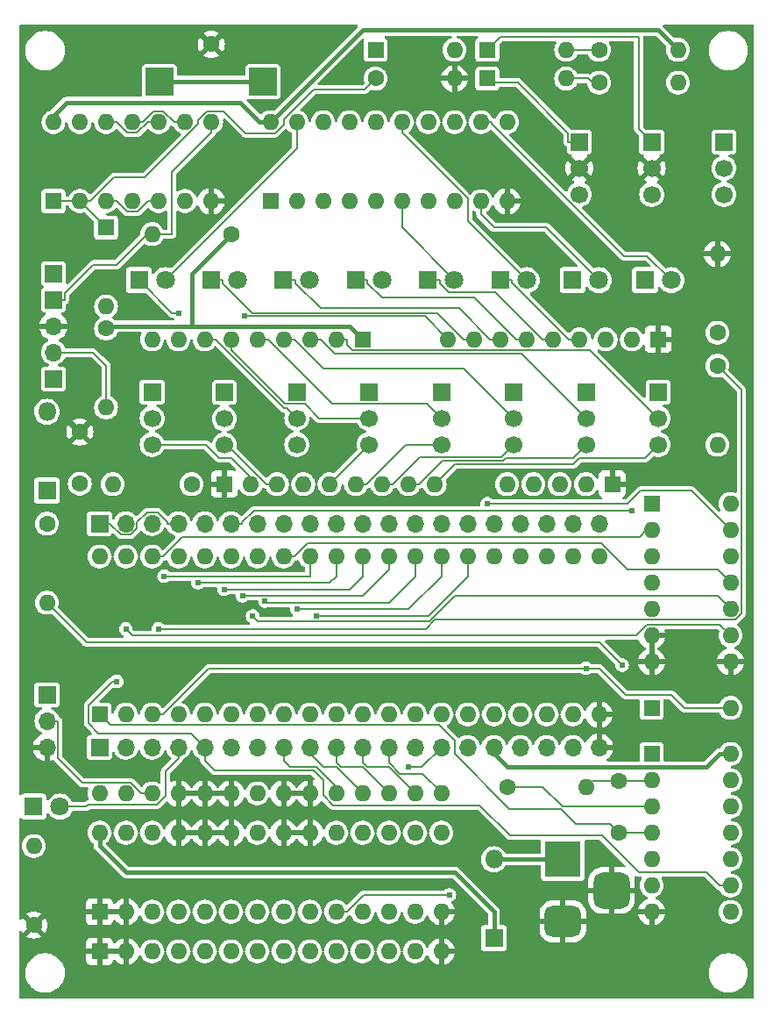
<source format=gbl>
G04 #@! TF.GenerationSoftware,KiCad,Pcbnew,8.0.6-8.0.6-0~ubuntu22.04.1*
G04 #@! TF.CreationDate,2024-11-27T22:38:52+09:00*
G04 #@! TF.ProjectId,cosmac_toy_v2,636f736d-6163-45f7-946f-795f76322e6b,0.1*
G04 #@! TF.SameCoordinates,PX1d11680PY907ef78*
G04 #@! TF.FileFunction,Copper,L2,Bot*
G04 #@! TF.FilePolarity,Positive*
%FSLAX46Y46*%
G04 Gerber Fmt 4.6, Leading zero omitted, Abs format (unit mm)*
G04 Created by KiCad (PCBNEW 8.0.6-8.0.6-0~ubuntu22.04.1) date 2024-11-27 22:38:52*
%MOMM*%
%LPD*%
G01*
G04 APERTURE LIST*
G04 Aperture macros list*
%AMRoundRect*
0 Rectangle with rounded corners*
0 $1 Rounding radius*
0 $2 $3 $4 $5 $6 $7 $8 $9 X,Y pos of 4 corners*
0 Add a 4 corners polygon primitive as box body*
4,1,4,$2,$3,$4,$5,$6,$7,$8,$9,$2,$3,0*
0 Add four circle primitives for the rounded corners*
1,1,$1+$1,$2,$3*
1,1,$1+$1,$4,$5*
1,1,$1+$1,$6,$7*
1,1,$1+$1,$8,$9*
0 Add four rect primitives between the rounded corners*
20,1,$1+$1,$2,$3,$4,$5,0*
20,1,$1+$1,$4,$5,$6,$7,0*
20,1,$1+$1,$6,$7,$8,$9,0*
20,1,$1+$1,$8,$9,$2,$3,0*%
G04 Aperture macros list end*
G04 #@! TA.AperFunction,ComponentPad*
%ADD10C,1.600000*%
G04 #@! TD*
G04 #@! TA.AperFunction,ComponentPad*
%ADD11O,1.600000X1.600000*%
G04 #@! TD*
G04 #@! TA.AperFunction,ComponentPad*
%ADD12R,1.600000X1.600000*%
G04 #@! TD*
G04 #@! TA.AperFunction,ComponentPad*
%ADD13R,1.700000X1.700000*%
G04 #@! TD*
G04 #@! TA.AperFunction,ComponentPad*
%ADD14O,1.700000X1.700000*%
G04 #@! TD*
G04 #@! TA.AperFunction,ComponentPad*
%ADD15C,1.700000*%
G04 #@! TD*
G04 #@! TA.AperFunction,ComponentPad*
%ADD16R,1.800000X1.800000*%
G04 #@! TD*
G04 #@! TA.AperFunction,ComponentPad*
%ADD17C,1.800000*%
G04 #@! TD*
G04 #@! TA.AperFunction,ComponentPad*
%ADD18R,3.500000X3.500000*%
G04 #@! TD*
G04 #@! TA.AperFunction,ComponentPad*
%ADD19RoundRect,0.750000X1.000000X-0.750000X1.000000X0.750000X-1.000000X0.750000X-1.000000X-0.750000X0*%
G04 #@! TD*
G04 #@! TA.AperFunction,ComponentPad*
%ADD20RoundRect,0.875000X0.875000X-0.875000X0.875000X0.875000X-0.875000X0.875000X-0.875000X-0.875000X0*%
G04 #@! TD*
G04 #@! TA.AperFunction,ComponentPad*
%ADD21O,1.800000X1.800000*%
G04 #@! TD*
G04 #@! TA.AperFunction,ComponentPad*
%ADD22R,2.700000X2.700000*%
G04 #@! TD*
G04 #@! TA.AperFunction,ViaPad*
%ADD23C,0.609600*%
G04 #@! TD*
G04 #@! TA.AperFunction,Conductor*
%ADD24C,0.152400*%
G04 #@! TD*
G04 #@! TA.AperFunction,Conductor*
%ADD25C,0.400000*%
G04 #@! TD*
G04 APERTURE END LIST*
D10*
X8890000Y65180000D03*
D11*
X8890000Y57560000D03*
D12*
X61595000Y24130000D03*
D11*
X61595000Y21590000D03*
X61595000Y19050000D03*
X61595000Y16510000D03*
X61595000Y13970000D03*
X61595000Y11430000D03*
X61595000Y8890000D03*
X69215000Y8890000D03*
X69215000Y11430000D03*
X69215000Y13970000D03*
X69215000Y16510000D03*
X69215000Y19050000D03*
X69215000Y21590000D03*
X69215000Y24130000D03*
D10*
X20955000Y74295000D03*
D11*
X13335000Y74295000D03*
D13*
X8255000Y46355000D03*
D14*
X10795000Y46355000D03*
X13335000Y46355000D03*
X15875000Y46355000D03*
X18415000Y46355000D03*
X20955000Y46355000D03*
X23495000Y46355000D03*
X26035000Y46355000D03*
X28575000Y46355000D03*
X31115000Y46355000D03*
X33655000Y46355000D03*
X36195000Y46355000D03*
X38735000Y46355000D03*
X41275000Y46355000D03*
X43815000Y46355000D03*
X46355000Y46355000D03*
X48895000Y46355000D03*
X51435000Y46355000D03*
X53975000Y46355000D03*
X56515000Y46355000D03*
D13*
X8255000Y24765000D03*
D14*
X10795000Y24765000D03*
X13335000Y24765000D03*
X15875000Y24765000D03*
X18415000Y24765000D03*
X20955000Y24765000D03*
X23495000Y24765000D03*
X26035000Y24765000D03*
X28575000Y24765000D03*
X31115000Y24765000D03*
X33655000Y24765000D03*
X36195000Y24765000D03*
X38735000Y24765000D03*
X41275000Y24765000D03*
X43815000Y24765000D03*
X46355000Y24765000D03*
X48895000Y24765000D03*
X51435000Y24765000D03*
X53975000Y24765000D03*
X56515000Y24765000D03*
D13*
X27305000Y59055000D03*
D15*
X27305000Y56515000D03*
X27305000Y53975000D03*
D10*
X56515000Y88900000D03*
D11*
X64135000Y88900000D03*
D12*
X61595000Y48260000D03*
D11*
X61595000Y45720000D03*
X61595000Y43180000D03*
X61595000Y40640000D03*
X61595000Y38100000D03*
X61595000Y35560000D03*
X61595000Y33020000D03*
X69215000Y33020000D03*
X69215000Y35560000D03*
X69215000Y38100000D03*
X69215000Y40640000D03*
X69215000Y43180000D03*
X69215000Y45720000D03*
X69215000Y48260000D03*
D10*
X3175000Y46355000D03*
D11*
X3175000Y38735000D03*
D12*
X3805000Y77480000D03*
D11*
X6345000Y77480000D03*
X8885000Y77480000D03*
X11425000Y77480000D03*
X13965000Y77480000D03*
X16505000Y77480000D03*
X19045000Y77480000D03*
X19045000Y85100000D03*
X16505000Y85100000D03*
X13965000Y85100000D03*
X11425000Y85100000D03*
X8885000Y85100000D03*
X6345000Y85100000D03*
X3805000Y85100000D03*
D16*
X60955000Y69850000D03*
D17*
X63495000Y69850000D03*
D10*
X6350000Y50205000D03*
X6350000Y55205000D03*
D16*
X40000000Y69850000D03*
D17*
X42540000Y69850000D03*
D10*
X1905000Y7620000D03*
D11*
X1905000Y15240000D03*
D13*
X13335000Y59055000D03*
D15*
X13335000Y56515000D03*
X13335000Y53975000D03*
D10*
X17145000Y50165000D03*
D11*
X9525000Y50165000D03*
D16*
X19045000Y69850000D03*
D17*
X21585000Y69850000D03*
D10*
X67945000Y61595000D03*
D11*
X67945000Y53975000D03*
D12*
X24765000Y77470000D03*
D11*
X27305000Y77470000D03*
X29845000Y77470000D03*
X32385000Y77470000D03*
X34925000Y77470000D03*
X37465000Y77470000D03*
X40005000Y77470000D03*
X42545000Y77470000D03*
X45085000Y77470000D03*
X47625000Y77470000D03*
X47625000Y85090000D03*
X45085000Y85090000D03*
X42545000Y85090000D03*
X40005000Y85090000D03*
X37465000Y85090000D03*
X34925000Y85090000D03*
X32385000Y85090000D03*
X29845000Y85090000D03*
X27305000Y85090000D03*
X24765000Y85090000D03*
D16*
X1900000Y19050000D03*
D17*
X4440000Y19050000D03*
D13*
X41275000Y59055000D03*
D15*
X41275000Y56515000D03*
X41275000Y53975000D03*
D18*
X53017500Y13970000D03*
D19*
X53017500Y7970000D03*
D20*
X57717500Y10970000D03*
D12*
X57785000Y50165000D03*
D11*
X55245000Y50165000D03*
X52705000Y50165000D03*
X50165000Y50165000D03*
X47625000Y50165000D03*
D13*
X3175000Y29845000D03*
D14*
X3175000Y27305000D03*
X3175000Y24765000D03*
D13*
X61595000Y83185000D03*
D15*
X61595000Y80645000D03*
X61595000Y78105000D03*
D13*
X48260000Y59015000D03*
D15*
X48260000Y56475000D03*
X48260000Y53935000D03*
D12*
X8255000Y8905000D03*
D11*
X10795000Y8905000D03*
X13335000Y8905000D03*
X15875000Y8905000D03*
X18415000Y8905000D03*
X20955000Y8905000D03*
X23495000Y8905000D03*
X26035000Y8905000D03*
X28575000Y8905000D03*
X31115000Y8905000D03*
X33655000Y8905000D03*
X36195000Y8905000D03*
X38735000Y8905000D03*
X41275000Y8905000D03*
X41275000Y16525000D03*
X38735000Y16525000D03*
X36195000Y16525000D03*
X33655000Y16525000D03*
X31115000Y16525000D03*
X28575000Y16525000D03*
X26035000Y16525000D03*
X23495000Y16525000D03*
X20955000Y16525000D03*
X18415000Y16525000D03*
X15875000Y16525000D03*
X13335000Y16525000D03*
X10795000Y16525000D03*
X8255000Y16525000D03*
D16*
X26030000Y69850000D03*
D17*
X28570000Y69850000D03*
D13*
X55245000Y59055000D03*
D15*
X55245000Y56515000D03*
X55245000Y53975000D03*
D13*
X62230000Y59055000D03*
D15*
X62230000Y56515000D03*
X62230000Y53975000D03*
D16*
X3175000Y49530000D03*
D21*
X3175000Y57150000D03*
D12*
X8890000Y74930000D03*
D11*
X8890000Y67310000D03*
D12*
X8255000Y5080000D03*
D11*
X10795000Y5080000D03*
X13335000Y5080000D03*
X15875000Y5080000D03*
X18415000Y5080000D03*
X20955000Y5080000D03*
X23495000Y5080000D03*
X26035000Y5080000D03*
X28575000Y5080000D03*
X31115000Y5080000D03*
X33655000Y5080000D03*
X36195000Y5080000D03*
X38735000Y5080000D03*
X41275000Y5080000D03*
X41275000Y20320000D03*
X38735000Y20320000D03*
X36195000Y20320000D03*
X33655000Y20320000D03*
X31115000Y20320000D03*
X28575000Y20320000D03*
X26035000Y20320000D03*
X23495000Y20320000D03*
X20955000Y20320000D03*
X18415000Y20320000D03*
X15875000Y20320000D03*
X13335000Y20320000D03*
X10795000Y20320000D03*
X8255000Y20320000D03*
D16*
X12065000Y69850000D03*
D17*
X14605000Y69850000D03*
D10*
X56515000Y92075000D03*
D11*
X64135000Y92075000D03*
D13*
X3810000Y70485000D03*
X3810000Y60325000D03*
X3810000Y67945000D03*
D14*
X3810000Y65405000D03*
X3810000Y62865000D03*
D10*
X58420000Y21550000D03*
X58420000Y16550000D03*
D13*
X34290000Y59055000D03*
D15*
X34290000Y56515000D03*
X34290000Y53975000D03*
D10*
X47625000Y20955000D03*
D11*
X55245000Y20955000D03*
D10*
X34925000Y89300000D03*
D11*
X42545000Y89300000D03*
D12*
X33655000Y64135000D03*
D11*
X31115000Y64135000D03*
X28575000Y64135000D03*
X26035000Y64135000D03*
X23495000Y64135000D03*
X20955000Y64135000D03*
X18415000Y64135000D03*
X15875000Y64135000D03*
X13335000Y64135000D03*
D13*
X54610000Y83185000D03*
D15*
X54610000Y80645000D03*
X54610000Y78105000D03*
D10*
X67945000Y64770000D03*
D11*
X67945000Y72390000D03*
D12*
X61595000Y28575000D03*
D11*
X69215000Y28575000D03*
D16*
X33015000Y69850000D03*
D17*
X35555000Y69850000D03*
D12*
X45720000Y89300000D03*
D11*
X53340000Y89300000D03*
D12*
X34925000Y92075000D03*
D11*
X42545000Y92075000D03*
D12*
X20320000Y50165000D03*
D11*
X22860000Y50165000D03*
X25400000Y50165000D03*
X27940000Y50165000D03*
X30480000Y50165000D03*
X33020000Y50165000D03*
X35560000Y50165000D03*
X38100000Y50165000D03*
X40640000Y50165000D03*
D13*
X20320000Y59015000D03*
D15*
X20320000Y56475000D03*
X20320000Y53935000D03*
D22*
X14050000Y89005000D03*
X24050000Y89005000D03*
D10*
X19050000Y92605000D03*
D13*
X68580000Y83185000D03*
D15*
X68580000Y80645000D03*
X68580000Y78105000D03*
D16*
X46355000Y6350000D03*
D21*
X46355000Y13970000D03*
D12*
X62230000Y64135000D03*
D11*
X59690000Y64135000D03*
X57150000Y64135000D03*
X54610000Y64135000D03*
X52070000Y64135000D03*
X49530000Y64135000D03*
X46990000Y64135000D03*
X44450000Y64135000D03*
X41910000Y64135000D03*
D16*
X53970000Y69850000D03*
D17*
X56510000Y69850000D03*
D12*
X45720000Y92075000D03*
D11*
X53340000Y92075000D03*
D16*
X46985000Y69850000D03*
D17*
X49525000Y69850000D03*
D12*
X8255000Y27940000D03*
D11*
X10795000Y27940000D03*
X13335000Y27940000D03*
X15875000Y27940000D03*
X18415000Y27940000D03*
X20955000Y27940000D03*
X23495000Y27940000D03*
X26035000Y27940000D03*
X28575000Y27940000D03*
X31115000Y27940000D03*
X33655000Y27940000D03*
X36195000Y27940000D03*
X38735000Y27940000D03*
X41275000Y27940000D03*
X43815000Y27940000D03*
X46355000Y27940000D03*
X48895000Y27940000D03*
X51435000Y27940000D03*
X53975000Y27940000D03*
X56515000Y27940000D03*
X56515000Y43180000D03*
X53975000Y43180000D03*
X51435000Y43180000D03*
X48895000Y43180000D03*
X46355000Y43180000D03*
X43815000Y43180000D03*
X41275000Y43180000D03*
X38735000Y43180000D03*
X36195000Y43180000D03*
X33655000Y43180000D03*
X31115000Y43180000D03*
X28575000Y43180000D03*
X26035000Y43180000D03*
X23495000Y43180000D03*
X20955000Y43180000D03*
X18415000Y43180000D03*
X15875000Y43180000D03*
X13335000Y43180000D03*
X10795000Y43180000D03*
X8255000Y43180000D03*
D23*
X9919900Y31115000D03*
X14489700Y41275000D03*
X17780000Y40640000D03*
X20292200Y40005000D03*
X22061600Y39370000D03*
X24243600Y38866000D03*
X27305000Y38100000D03*
X29210000Y37465000D03*
X42053500Y10525000D03*
X58737500Y32703000D03*
X55245000Y32385000D03*
X15875000Y66675000D03*
X22225000Y66379000D03*
X23052500Y37431000D03*
X38100000Y22860000D03*
X59690000Y47597000D03*
X13956300Y36195000D03*
X45720000Y48260000D03*
X10795000Y36195000D03*
D24*
X45085000Y77470000D02*
X45085000Y76200000D01*
X45085000Y76200000D02*
X46355000Y74930000D01*
X46355000Y74930000D02*
X51430000Y74930000D01*
X51430000Y74930000D02*
X56510000Y69850000D01*
X55245000Y20955000D02*
X55840000Y21550000D01*
X55840000Y21550000D02*
X58420000Y21550000D01*
X61555000Y21550000D02*
X58420000Y21550000D01*
X61595000Y21590000D02*
X61555000Y21550000D01*
X6980400Y19050000D02*
X4440000Y19050000D01*
X13790000Y19273000D02*
X7203400Y19273000D01*
X7203400Y19273000D02*
X6980400Y19050000D01*
X14605000Y20088000D02*
X13790000Y19273000D01*
X15875000Y24765000D02*
X15875000Y23685000D01*
X14605000Y22415000D02*
X14605000Y20088000D01*
X15875000Y23685000D02*
X14605000Y22415000D01*
X29845000Y21590000D02*
X29845000Y20135000D01*
X18415000Y23495000D02*
X19402900Y22507000D01*
X7178600Y27091000D02*
X8152900Y26116000D01*
X60345700Y12700000D02*
X66914700Y12700000D01*
X19402900Y22507000D02*
X28927900Y22507000D01*
X7178600Y28809000D02*
X7178600Y27091000D01*
X66914700Y12700000D02*
X68184700Y11430000D01*
X68184700Y11430000D02*
X69215000Y11430000D01*
X18415000Y24765000D02*
X18415000Y23495000D01*
X8152900Y26116000D02*
X17063600Y26116000D01*
X30794400Y19186000D02*
X44969800Y19186000D01*
X29845000Y20135000D02*
X30794400Y19186000D01*
X9919900Y31115000D02*
X9484600Y31115000D01*
X44969800Y19186000D02*
X47913600Y16242000D01*
X9484600Y31115000D02*
X7178600Y28809000D01*
X56803700Y16242000D02*
X60345700Y12700000D01*
X17063600Y26116000D02*
X18415000Y24765000D01*
X28927900Y22507000D02*
X29845000Y21590000D01*
X47913600Y16242000D02*
X56803700Y16242000D01*
X27065300Y43180000D02*
X28335300Y44450000D01*
X59239700Y41910000D02*
X67945000Y41910000D01*
X28335300Y44450000D02*
X56699700Y44450000D01*
X26035000Y43180000D02*
X27065300Y43180000D01*
X67945000Y41910000D02*
X69215000Y40640000D01*
X56699700Y44450000D02*
X59239700Y41910000D01*
X28575000Y41275000D02*
X28575000Y43180000D01*
X14489700Y41275000D02*
X28575000Y41275000D01*
X31115000Y41275000D02*
X31115000Y43180000D01*
X17780000Y40640000D02*
X30480000Y40640000D01*
X30480000Y40640000D02*
X31115000Y41275000D01*
X33655000Y41275000D02*
X33655000Y43180000D01*
X32385000Y40005000D02*
X33655000Y41275000D01*
X20292200Y40005000D02*
X32385000Y40005000D01*
X36195000Y41910000D02*
X33655000Y39370000D01*
X36195000Y43180000D02*
X36195000Y41910000D01*
X24464500Y39399000D02*
X22091100Y39399000D01*
X33655000Y39370000D02*
X24494000Y39370000D01*
X24494000Y39370000D02*
X24464500Y39399000D01*
X22091100Y39399000D02*
X22061600Y39370000D01*
X36195000Y38735000D02*
X24374700Y38735000D01*
X38735000Y43180000D02*
X38735000Y41275000D01*
X24374700Y38735000D02*
X24243600Y38866000D01*
X38735000Y41275000D02*
X36195000Y38735000D01*
X41275000Y41275000D02*
X41275000Y43180000D01*
X27305000Y38100000D02*
X38100000Y38100000D01*
X38100000Y38100000D02*
X41275000Y41275000D01*
X29210000Y37465000D02*
X40005000Y37465000D01*
X40005000Y37465000D02*
X43815000Y41275000D01*
X43815000Y41275000D02*
X43815000Y43180000D01*
X33765700Y10525000D02*
X32145300Y8905000D01*
X42053500Y10525000D02*
X33765700Y10525000D01*
X32145300Y8905000D02*
X31115000Y8905000D01*
D25*
X24050000Y89005000D02*
X14050000Y89005000D01*
D24*
X58420000Y16550000D02*
X61555000Y16550000D01*
X41035000Y26910000D02*
X9285000Y26910000D01*
X61555000Y16550000D02*
X61595000Y16510000D01*
X42545000Y25400000D02*
X41035000Y26910000D01*
X47873600Y18801000D02*
X42545000Y24130000D01*
X54228900Y17373000D02*
X52800600Y18801000D01*
X42545000Y24130000D02*
X42545000Y25400000D01*
X57596600Y17373000D02*
X54228900Y17373000D01*
X58420000Y16550000D02*
X57596600Y17373000D01*
X52800600Y18801000D02*
X47873600Y18801000D01*
X9285000Y26910000D02*
X8255000Y27940000D01*
X6589700Y21350000D02*
X4255300Y23685000D01*
X12304700Y20320000D02*
X11274400Y21350000D01*
X58737500Y32703000D02*
X56515500Y34925000D01*
X13335000Y20320000D02*
X12304700Y20320000D01*
X4255300Y27305000D02*
X3175000Y27305000D01*
X4255300Y23685000D02*
X4255300Y27305000D01*
X6985000Y34925000D02*
X3175000Y38735000D01*
X56515500Y34925000D02*
X6985000Y34925000D01*
X11274400Y21350000D02*
X6589700Y21350000D01*
X63500000Y29845000D02*
X64770000Y28575000D01*
X18810300Y32385000D02*
X14365300Y27940000D01*
X14365300Y27940000D02*
X13335000Y27940000D01*
X59055000Y29845000D02*
X63500000Y29845000D01*
X56515000Y92075000D02*
X53340000Y92075000D01*
X56515000Y32385000D02*
X59055000Y29845000D01*
X55245000Y32385000D02*
X18810300Y32385000D01*
X64770000Y28575000D02*
X69215000Y28575000D01*
X55245000Y32385000D02*
X56515000Y32385000D01*
X52983100Y19050000D02*
X61595000Y19050000D01*
X51078100Y20955000D02*
X52983100Y19050000D01*
X47625000Y20955000D02*
X51078100Y20955000D01*
X45720000Y88900000D02*
X46120000Y88900000D01*
X46120000Y88900000D02*
X48655300Y88900000D01*
X46120000Y88900000D02*
X45720000Y89300000D01*
X53529700Y84025600D02*
X53529700Y83185000D01*
X53529700Y83185000D02*
X54610000Y83185000D01*
X48655300Y88900000D02*
X53529700Y84025600D01*
X55480000Y89300000D02*
X53340000Y89300000D01*
X55880000Y88900000D02*
X55480000Y89300000D01*
X56515000Y88900000D02*
X55880000Y88900000D01*
X39179800Y52754500D02*
X47079500Y52754500D01*
X35560000Y50165000D02*
X36590300Y50165000D01*
X47079500Y52754500D02*
X48260000Y53935000D01*
X36590300Y50165000D02*
X39179800Y52754500D01*
X36195000Y22860000D02*
X34086100Y22860000D01*
X38735000Y20320000D02*
X36195000Y22860000D01*
X33655000Y23291000D02*
X33655000Y24765000D01*
X30480000Y50165000D02*
X34290000Y53975000D01*
X34086100Y22860000D02*
X33655000Y23291000D01*
D25*
X10795000Y12700000D02*
X42545000Y12700000D01*
X46355000Y8890000D02*
X46355000Y6350000D01*
D24*
X8255000Y16525000D02*
X8255000Y16510000D01*
D25*
X8255000Y16510000D02*
X8255000Y15240000D01*
X8255000Y15240000D02*
X10795000Y12700000D01*
X42545000Y12700000D02*
X46355000Y8890000D01*
D24*
X11875300Y45907000D02*
X11875300Y46469000D01*
D25*
X17145000Y70454800D02*
X17145000Y65405000D01*
D24*
X8910800Y65200800D02*
X8890000Y65180000D01*
X9335300Y46287000D02*
X10347500Y45275000D01*
X10347500Y45275000D02*
X11242500Y45275000D01*
D25*
X46355000Y24765000D02*
X46355000Y24130000D01*
X66914700Y22860000D02*
X68184700Y24130000D01*
X3805000Y85720000D02*
X3805000Y85100000D01*
D24*
X8255000Y46355000D02*
X9335300Y46355000D01*
D25*
X23734700Y85090000D02*
X21829700Y86995000D01*
D24*
X9335300Y46355000D02*
X9335300Y46287000D01*
D25*
X46355000Y24130000D02*
X47625000Y22860000D01*
X62230000Y93980000D02*
X33655000Y93980000D01*
X21829700Y86995000D02*
X5080000Y86995000D01*
D24*
X8946300Y65165300D02*
X8910800Y65200800D01*
X11242500Y45275000D02*
X11875300Y45907000D01*
D25*
X33655000Y93980000D02*
X24765000Y85090000D01*
D24*
X12841700Y47435000D02*
X13849400Y47435000D01*
D25*
X46355000Y13970000D02*
X53017500Y13970000D01*
X32385000Y65405000D02*
X17145000Y65405000D01*
D24*
X14794700Y46355000D02*
X15875000Y46355000D01*
D25*
X47625000Y22860000D02*
X66914700Y22860000D01*
X20955000Y74264800D02*
X17145000Y70454800D01*
X64135000Y92075000D02*
X62230000Y93980000D01*
X9186000Y65405000D02*
X8946300Y65165300D01*
D24*
X14794700Y46490000D02*
X14794700Y46355000D01*
D25*
X17145000Y65405000D02*
X9186000Y65405000D01*
X33655000Y64135000D02*
X32385000Y65405000D01*
X24765000Y85090000D02*
X23734700Y85090000D01*
D24*
X13849400Y47435000D02*
X14794700Y46490000D01*
X20955000Y74264800D02*
X20955000Y74295000D01*
X11875300Y46469000D02*
X12841700Y47435000D01*
D25*
X5080000Y86995000D02*
X3805000Y85720000D01*
X68184700Y24130000D02*
X69215000Y24130000D01*
D24*
X13499600Y86144300D02*
X14430400Y86144300D01*
X14430400Y86144300D02*
X15474700Y85100000D01*
X11425000Y85100000D02*
X12455300Y85100000D01*
X15474700Y85100000D02*
X16505000Y85100000D01*
X12455300Y85100000D02*
X13499600Y86144300D01*
X26670000Y22860000D02*
X26035000Y23495000D01*
X22860000Y50165000D02*
X22860000Y50800000D01*
X29210000Y22860000D02*
X26670000Y22860000D01*
X18534900Y53975000D02*
X13335000Y53975000D01*
X26035000Y23495000D02*
X26035000Y24765000D01*
X31115000Y20955000D02*
X29210000Y22860000D01*
X20955000Y52705000D02*
X19804900Y52705000D01*
X19804900Y52705000D02*
X18534900Y53975000D01*
X22860000Y50800000D02*
X20955000Y52705000D01*
X31115000Y20320000D02*
X31115000Y20955000D01*
X11893600Y84058900D02*
X12934700Y85100000D01*
X8885000Y85100000D02*
X9915300Y85100000D01*
X9915300Y85100000D02*
X10956400Y84058900D01*
X10956400Y84058900D02*
X11893600Y84058900D01*
X12934700Y85100000D02*
X13965000Y85100000D01*
X24369700Y50165000D02*
X20599700Y53935000D01*
X25400000Y50165000D02*
X24369700Y50165000D01*
X29845000Y22860000D02*
X28575000Y24130000D01*
X28575000Y24130000D02*
X28575000Y24765000D01*
X31115000Y22860000D02*
X29845000Y22860000D01*
X33655000Y20320000D02*
X31115000Y22860000D01*
X20599700Y53935000D02*
X20320000Y53935000D01*
X46115300Y84961200D02*
X58888200Y72188300D01*
X58888200Y72188300D02*
X61156700Y72188300D01*
X46115300Y85090000D02*
X46115300Y84961200D01*
X61156700Y72188300D02*
X63495000Y69850000D01*
X45085000Y85090000D02*
X46115300Y85090000D01*
X53579700Y64135000D02*
X48115300Y69599400D01*
X48115300Y69850000D02*
X46985000Y69850000D01*
X54610000Y64135000D02*
X53579700Y64135000D01*
X48115300Y69599400D02*
X48115300Y69850000D01*
X43815000Y77709700D02*
X43815000Y75560000D01*
X37465000Y85090000D02*
X37465000Y84059700D01*
X37465000Y84059700D02*
X43815000Y77709700D01*
X43815000Y75560000D02*
X49525000Y69850000D01*
X41130300Y69567300D02*
X41130300Y69850000D01*
X41977900Y68719700D02*
X41130300Y69567300D01*
X51039700Y64135000D02*
X46455000Y68719700D01*
X46455000Y68719700D02*
X41977900Y68719700D01*
X41130300Y69850000D02*
X40000000Y69850000D01*
X52070000Y64135000D02*
X51039700Y64135000D01*
X37465000Y74925000D02*
X42540000Y69850000D01*
X37465000Y77470000D02*
X37465000Y74925000D01*
X49530000Y64135000D02*
X48499700Y64135000D01*
X48499700Y64135000D02*
X44473200Y68161500D01*
X34145300Y69850000D02*
X33015000Y69850000D01*
X34145300Y69567400D02*
X34145300Y69850000D01*
X35551200Y68161500D02*
X34145300Y69567400D01*
X44473200Y68161500D02*
X35551200Y68161500D01*
X42976800Y67117900D02*
X29609800Y67117900D01*
X27160300Y69567400D02*
X27160300Y69850000D01*
X46990000Y64135000D02*
X45959700Y64135000D01*
X27160300Y69850000D02*
X26030000Y69850000D01*
X29609800Y67117900D02*
X27160300Y69567400D01*
X45959700Y64135000D02*
X42976800Y67117900D01*
X20175300Y69850000D02*
X20175300Y69567400D01*
X43419700Y64135000D02*
X44450000Y64135000D01*
X20175300Y69567400D02*
X23058900Y66683800D01*
X19045000Y69850000D02*
X20175300Y69850000D01*
X40870900Y66683800D02*
X43419700Y64135000D01*
X23058900Y66683800D02*
X40870900Y66683800D01*
X27305000Y82550000D02*
X14605000Y69850000D01*
X27305000Y85090000D02*
X27305000Y82550000D01*
X15235000Y66675000D02*
X15875000Y66675000D01*
X12065000Y69845000D02*
X12065000Y69850000D01*
X39666000Y66379000D02*
X41910000Y64135000D01*
X22225000Y66379000D02*
X39666000Y66379000D01*
X12065000Y69845000D02*
X15235000Y66675000D01*
X12870300Y74295000D02*
X13335000Y74295000D01*
X15235000Y74300000D02*
X15235000Y80259700D01*
X15235000Y80259700D02*
X19045000Y84069700D01*
X13335000Y74295000D02*
X15240000Y74295000D01*
X9920300Y71345000D02*
X12870300Y74295000D01*
X7655300Y71345000D02*
X9920300Y71345000D01*
X4890300Y67945000D02*
X4890300Y68580000D01*
X3810000Y67945000D02*
X4890300Y67945000D01*
X4890300Y68580000D02*
X7655300Y71345000D01*
X19045000Y84069700D02*
X19045000Y85100000D01*
X15240000Y74295000D02*
X15235000Y74300000D01*
X3810000Y62865000D02*
X7634700Y62865000D01*
X8890000Y61609700D02*
X8890000Y57560000D01*
X7634700Y62865000D02*
X8890000Y61609700D01*
X60960000Y52705000D02*
X54610000Y52705000D01*
X62230000Y53975000D02*
X60960000Y52705000D01*
X53975000Y52070000D02*
X42545000Y52070000D01*
X54610000Y52705000D02*
X53975000Y52070000D01*
X42545000Y52070000D02*
X40640000Y50165000D01*
X60325000Y93345000D02*
X60325000Y84455000D01*
X46990000Y93345000D02*
X60325000Y93345000D01*
X60325000Y84455000D02*
X61595000Y83185000D01*
X45720000Y92075000D02*
X46990000Y93345000D01*
X26035000Y84887400D02*
X26035000Y85321000D01*
X8890000Y74935000D02*
X8890000Y74930000D01*
X12644400Y79778800D02*
X17775000Y84909400D01*
X20273300Y86143000D02*
X22370800Y84045500D01*
X6345000Y77480000D02*
X8890000Y74935000D01*
X26035000Y85321000D02*
X28979000Y88265000D01*
X6345000Y77480000D02*
X7375300Y77480000D01*
X17775000Y84909400D02*
X17775000Y85290400D01*
X22370800Y84045500D02*
X25193100Y84045500D01*
X18627600Y86143000D02*
X20273300Y86143000D01*
X28979000Y88265000D02*
X33890000Y88265000D01*
X33890000Y88265000D02*
X34925000Y89300000D01*
X7375300Y77480000D02*
X9674100Y79778800D01*
X25193100Y84045500D02*
X26035000Y84887400D01*
X3805000Y77480000D02*
X6345000Y77480000D01*
X17775000Y85290400D02*
X18627600Y86143000D01*
X9674100Y79778800D02*
X12644400Y79778800D01*
X31546100Y22860000D02*
X31115000Y23291000D01*
X31115000Y23291000D02*
X31115000Y24765000D01*
X36195000Y20320000D02*
X33655000Y22860000D01*
X33655000Y22860000D02*
X31546100Y22860000D01*
X42545000Y39370000D02*
X40093000Y36918000D01*
X23564600Y36918000D02*
X23052500Y37431000D01*
X40093000Y36918000D02*
X23564600Y36918000D01*
X69215000Y38100000D02*
X67945000Y39370000D01*
X67945000Y39370000D02*
X42545000Y39370000D01*
X39490000Y22225000D02*
X37261100Y22225000D01*
X41275000Y20320000D02*
X41275000Y20440000D01*
X34050300Y50165000D02*
X37860300Y53975000D01*
X37261100Y22225000D02*
X36195000Y23291000D01*
X41275000Y20440000D02*
X39490000Y22225000D01*
X36195000Y23291000D02*
X36195000Y24765000D01*
X33020000Y50165000D02*
X34050300Y50165000D01*
X37860300Y53975000D02*
X41275000Y53975000D01*
X53975000Y52705000D02*
X47461100Y52705000D01*
X39370000Y22860000D02*
X38100000Y22860000D01*
X39130300Y50165000D02*
X38100000Y50165000D01*
X41275000Y24765000D02*
X39370000Y22860000D01*
X55245000Y53975000D02*
X53975000Y52705000D01*
X41415000Y52449700D02*
X39130300Y50165000D01*
X47205800Y52449700D02*
X41415000Y52449700D01*
X47461100Y52705000D02*
X47205800Y52449700D01*
X60410100Y45085000D02*
X16270300Y45085000D01*
X61595000Y45720000D02*
X61045100Y45720000D01*
X16270300Y45085000D02*
X14365300Y43180000D01*
X61045100Y45720000D02*
X60410100Y45085000D01*
X14365300Y43180000D02*
X13335000Y43180000D01*
X22035300Y46355000D02*
X20955000Y46355000D01*
X59690000Y47597000D02*
X23165500Y47597000D01*
X22035300Y46467000D02*
X22035300Y46355000D01*
X23165500Y47597000D02*
X22035300Y46467000D01*
X70243600Y59296400D02*
X70243600Y37673939D01*
X67945000Y61595000D02*
X70243600Y59296400D01*
X39801052Y36195000D02*
X13970000Y36195000D01*
X69641061Y37071400D02*
X40677452Y37071400D01*
X40677452Y37071400D02*
X39801052Y36195000D01*
X70243600Y37673939D02*
X69641061Y37071400D01*
X30765900Y57894400D02*
X24525300Y64135000D01*
X24525300Y64135000D02*
X23495000Y64135000D01*
X39895600Y57894400D02*
X30765900Y57894400D01*
X41275000Y56515000D02*
X39895600Y57894400D01*
X28078800Y57892900D02*
X29456700Y56515000D01*
X20955000Y63104700D02*
X26166800Y57892900D01*
X26166800Y57892900D02*
X28078800Y57892900D01*
X29456700Y56515000D02*
X34290000Y56515000D01*
X20955000Y64135000D02*
X20955000Y63104700D01*
X18415000Y64135000D02*
X19445300Y64135000D01*
X26101700Y57478500D02*
X26341500Y57478500D01*
X26341500Y57478500D02*
X27305000Y56515000D01*
X19445300Y64135000D02*
X26101700Y57478600D01*
X26101700Y57478600D02*
X26101700Y57478500D01*
X30960800Y62779500D02*
X29605300Y64135000D01*
X29605300Y64135000D02*
X28575000Y64135000D01*
X55245000Y56515000D02*
X48980500Y62779500D01*
X48980500Y62779500D02*
X30960800Y62779500D01*
X26035000Y64135000D02*
X27065300Y64135000D01*
X29896100Y61304200D02*
X43430800Y61304200D01*
X27065300Y64135000D02*
X29896100Y61304200D01*
X43430800Y61304200D02*
X48260000Y56475000D01*
X32145300Y64135000D02*
X32145300Y63619800D01*
X31115000Y64135000D02*
X32145300Y64135000D01*
X55640300Y63104700D02*
X62230000Y56515000D01*
X32145300Y63619800D02*
X32660400Y63104700D01*
X32660400Y63104700D02*
X55640300Y63104700D01*
X60563700Y49530000D02*
X65405000Y49530000D01*
X45720000Y48260000D02*
X58816300Y48260000D01*
X58834100Y48242000D02*
X59275900Y48242000D01*
X58816300Y48260000D02*
X58834100Y48242000D01*
X59275900Y48242000D02*
X60563700Y49530000D01*
X65405000Y49530000D02*
X69215000Y45720000D01*
X60140339Y35560000D02*
X11430000Y35560000D01*
X69215000Y35560000D02*
X68186400Y36588600D01*
X61168939Y36588600D02*
X60140339Y35560000D01*
X68186400Y36588600D02*
X61168939Y36588600D01*
X11430000Y35560000D02*
X10795000Y36195000D01*
X13965000Y77480000D02*
X12934700Y77480000D01*
X9915300Y77480000D02*
X8885000Y77480000D01*
X12934700Y77480000D02*
X11896700Y76442000D01*
X11896700Y76442000D02*
X10953300Y76442000D01*
X10953300Y76442000D02*
X9915300Y77480000D01*
G04 #@! TA.AperFunction,Conductor*
G36*
X10474920Y5325606D02*
G01*
X10422259Y5234394D01*
X10395000Y5132661D01*
X10395000Y5027339D01*
X10422259Y4925606D01*
X10474920Y4834394D01*
X10483314Y4826000D01*
X8566686Y4826000D01*
X8575080Y4834394D01*
X8627741Y4925606D01*
X8655000Y5027339D01*
X8655000Y5132661D01*
X8627741Y5234394D01*
X8575080Y5325606D01*
X8566686Y5334000D01*
X10483314Y5334000D01*
X10474920Y5325606D01*
G37*
G04 #@! TD.AperFunction*
G04 #@! TA.AperFunction,Conductor*
G36*
X18094920Y16770606D02*
G01*
X18042259Y16679394D01*
X18015000Y16577661D01*
X18015000Y16472339D01*
X18042259Y16370606D01*
X18094920Y16279394D01*
X18103314Y16271000D01*
X16186686Y16271000D01*
X16195080Y16279394D01*
X16247741Y16370606D01*
X16275000Y16472339D01*
X16275000Y16577661D01*
X16247741Y16679394D01*
X16195080Y16770606D01*
X16186686Y16779000D01*
X18103314Y16779000D01*
X18094920Y16770606D01*
G37*
G04 #@! TD.AperFunction*
G04 #@! TA.AperFunction,Conductor*
G36*
X20634920Y16770606D02*
G01*
X20582259Y16679394D01*
X20555000Y16577661D01*
X20555000Y16472339D01*
X20582259Y16370606D01*
X20634920Y16279394D01*
X20643314Y16271000D01*
X18726686Y16271000D01*
X18735080Y16279394D01*
X18787741Y16370606D01*
X18815000Y16472339D01*
X18815000Y16577661D01*
X18787741Y16679394D01*
X18735080Y16770606D01*
X18726686Y16779000D01*
X20643314Y16779000D01*
X20634920Y16770606D01*
G37*
G04 #@! TD.AperFunction*
G04 #@! TA.AperFunction,Conductor*
G36*
X28254920Y16770606D02*
G01*
X28202259Y16679394D01*
X28175000Y16577661D01*
X28175000Y16472339D01*
X28202259Y16370606D01*
X28254920Y16279394D01*
X28263314Y16271000D01*
X26346686Y16271000D01*
X26355080Y16279394D01*
X26407741Y16370606D01*
X26435000Y16472339D01*
X26435000Y16577661D01*
X26407741Y16679394D01*
X26355080Y16770606D01*
X26346686Y16779000D01*
X28263314Y16779000D01*
X28254920Y16770606D01*
G37*
G04 #@! TD.AperFunction*
G04 #@! TA.AperFunction,Conductor*
G36*
X10474920Y9150606D02*
G01*
X10422259Y9059394D01*
X10395000Y8957661D01*
X10395000Y8852339D01*
X10422259Y8750606D01*
X10474920Y8659394D01*
X10483314Y8651000D01*
X8566686Y8651000D01*
X8575080Y8659394D01*
X8627741Y8750606D01*
X8655000Y8852339D01*
X8655000Y8957661D01*
X8627741Y9059394D01*
X8575080Y9150606D01*
X8566686Y9159000D01*
X10483314Y9159000D01*
X10474920Y9150606D01*
G37*
G04 #@! TD.AperFunction*
G04 #@! TA.AperFunction,Conductor*
G36*
X61849000Y33331686D02*
G01*
X61840606Y33340080D01*
X61749394Y33392741D01*
X61647661Y33420000D01*
X61542339Y33420000D01*
X61440606Y33392741D01*
X61349394Y33340080D01*
X61341000Y33331686D01*
X61341000Y35248314D01*
X61349394Y35239920D01*
X61440606Y35187259D01*
X61542339Y35160000D01*
X61647661Y35160000D01*
X61749394Y35187259D01*
X61840606Y35239920D01*
X61849000Y35248314D01*
X61849000Y33331686D01*
G37*
G04 #@! TD.AperFunction*
G04 #@! TA.AperFunction,Conductor*
G36*
X33160406Y94479998D02*
G01*
X33206899Y94426342D01*
X33217003Y94356068D01*
X33187509Y94291488D01*
X33181380Y94284905D01*
X25142144Y86245671D01*
X25079832Y86211645D01*
X25029897Y86210911D01*
X24989286Y86218503D01*
X24871610Y86240500D01*
X24658390Y86240500D01*
X24532637Y86216993D01*
X24448800Y86201321D01*
X24294754Y86141644D01*
X24249981Y86124298D01*
X24249980Y86124298D01*
X24249979Y86124297D01*
X24249974Y86124295D01*
X24068701Y86012055D01*
X24068693Y86012049D01*
X23907805Y85865380D01*
X23843988Y85834269D01*
X23773482Y85842599D01*
X23733825Y85869400D01*
X22504493Y87098733D01*
X22470467Y87161045D01*
X22475532Y87231861D01*
X22518079Y87288696D01*
X22584599Y87313507D01*
X22611755Y87312511D01*
X22653438Y87306439D01*
X22666740Y87304500D01*
X22666745Y87304500D01*
X25433255Y87304500D01*
X25433260Y87304500D01*
X25501393Y87314427D01*
X25606483Y87365802D01*
X25689198Y87448517D01*
X25740573Y87553607D01*
X25750500Y87621740D01*
X25750500Y90388260D01*
X25740573Y90456393D01*
X25689198Y90561483D01*
X25689196Y90561486D01*
X25606485Y90644197D01*
X25606482Y90644199D01*
X25501394Y90695573D01*
X25433261Y90705500D01*
X25433260Y90705500D01*
X22666740Y90705500D01*
X22666738Y90705500D01*
X22598605Y90695573D01*
X22493517Y90644199D01*
X22493514Y90644197D01*
X22410803Y90561486D01*
X22410801Y90561483D01*
X22359427Y90456395D01*
X22349500Y90388262D01*
X22349500Y89681500D01*
X22329498Y89613379D01*
X22275842Y89566886D01*
X22223500Y89555500D01*
X15876500Y89555500D01*
X15808379Y89575502D01*
X15761886Y89629158D01*
X15750500Y89681500D01*
X15750500Y90388256D01*
X15750500Y90388260D01*
X15740573Y90456393D01*
X15689198Y90561483D01*
X15689196Y90561486D01*
X15606485Y90644197D01*
X15606482Y90644199D01*
X15501394Y90695573D01*
X15433261Y90705500D01*
X15433260Y90705500D01*
X12666740Y90705500D01*
X12666738Y90705500D01*
X12598605Y90695573D01*
X12493517Y90644199D01*
X12493514Y90644197D01*
X12410803Y90561486D01*
X12410801Y90561483D01*
X12359427Y90456395D01*
X12349500Y90388262D01*
X12349500Y87671500D01*
X12329498Y87603379D01*
X12275842Y87556886D01*
X12223500Y87545500D01*
X5007525Y87545500D01*
X4867515Y87507984D01*
X4867513Y87507984D01*
X4867509Y87507982D01*
X4741988Y87435513D01*
X4741978Y87435505D01*
X3552051Y86245578D01*
X3494112Y86213941D01*
X3494404Y86212916D01*
X3489879Y86211629D01*
X3489739Y86211552D01*
X3489294Y86211463D01*
X3488811Y86211325D01*
X3356507Y86160070D01*
X3289981Y86134298D01*
X3289980Y86134298D01*
X3289979Y86134297D01*
X3289974Y86134295D01*
X3108701Y86022055D01*
X3108699Y86022054D01*
X2951129Y85878409D01*
X2865989Y85765666D01*
X2822634Y85708255D01*
X2788713Y85640132D01*
X2727593Y85517385D01*
X2669244Y85312312D01*
X2649571Y85100000D01*
X2669244Y84887689D01*
X2727593Y84682616D01*
X2727594Y84682614D01*
X2727595Y84682611D01*
X2822634Y84491745D01*
X2910364Y84375573D01*
X2951129Y84321592D01*
X3108699Y84177947D01*
X3108701Y84177946D01*
X3289974Y84065706D01*
X3289975Y84065706D01*
X3289981Y84065702D01*
X3488802Y83988679D01*
X3698390Y83949500D01*
X3698393Y83949500D01*
X3911607Y83949500D01*
X3911610Y83949500D01*
X4121198Y83988679D01*
X4320019Y84065702D01*
X4501302Y84177948D01*
X4658872Y84321593D01*
X4787366Y84491745D01*
X4882405Y84682611D01*
X4940756Y84887690D01*
X4949537Y84982462D01*
X4975739Y85048445D01*
X5033456Y85089789D01*
X5104362Y85093366D01*
X5165946Y85058040D01*
X5198656Y84995027D01*
X5200461Y84982471D01*
X5207971Y84901421D01*
X5209244Y84887689D01*
X5267593Y84682616D01*
X5267594Y84682614D01*
X5267595Y84682611D01*
X5362634Y84491745D01*
X5450364Y84375573D01*
X5491129Y84321592D01*
X5648699Y84177947D01*
X5648701Y84177946D01*
X5829974Y84065706D01*
X5829975Y84065706D01*
X5829981Y84065702D01*
X6028802Y83988679D01*
X6238390Y83949500D01*
X6238393Y83949500D01*
X6451607Y83949500D01*
X6451610Y83949500D01*
X6661198Y83988679D01*
X6860019Y84065702D01*
X7041302Y84177948D01*
X7198872Y84321593D01*
X7327366Y84491745D01*
X7422405Y84682611D01*
X7480756Y84887690D01*
X7489537Y84982462D01*
X7515739Y85048445D01*
X7573456Y85089789D01*
X7644362Y85093366D01*
X7705946Y85058040D01*
X7738656Y84995027D01*
X7740461Y84982471D01*
X7747971Y84901421D01*
X7749244Y84887689D01*
X7807593Y84682616D01*
X7807594Y84682614D01*
X7807595Y84682611D01*
X7902634Y84491745D01*
X7990364Y84375573D01*
X8031129Y84321592D01*
X8188699Y84177947D01*
X8188701Y84177946D01*
X8369974Y84065706D01*
X8369975Y84065706D01*
X8369981Y84065702D01*
X8568802Y83988679D01*
X8778390Y83949500D01*
X8778393Y83949500D01*
X8991607Y83949500D01*
X8991610Y83949500D01*
X9201198Y83988679D01*
X9400019Y84065702D01*
X9581302Y84177948D01*
X9738872Y84321593D01*
X9802800Y84406248D01*
X9859814Y84448555D01*
X9930651Y84453322D01*
X9992445Y84419410D01*
X10614955Y83796900D01*
X10694400Y83717455D01*
X10694401Y83717454D01*
X10694403Y83717453D01*
X10717613Y83704053D01*
X10791700Y83661279D01*
X10900224Y83632200D01*
X10900226Y83632200D01*
X11949774Y83632200D01*
X11949776Y83632200D01*
X12058300Y83661279D01*
X12155600Y83717455D01*
X12857555Y84419412D01*
X12919866Y84453435D01*
X12990681Y84448371D01*
X13047198Y84406248D01*
X13111124Y84321598D01*
X13111128Y84321593D01*
X13268699Y84177947D01*
X13268701Y84177946D01*
X13449974Y84065706D01*
X13449975Y84065706D01*
X13449981Y84065702D01*
X13648802Y83988679D01*
X13858390Y83949500D01*
X13858393Y83949500D01*
X14071607Y83949500D01*
X14071610Y83949500D01*
X14281198Y83988679D01*
X14480019Y84065702D01*
X14661302Y84177948D01*
X14818872Y84321593D01*
X14947366Y84491745D01*
X15042405Y84682611D01*
X15042407Y84682618D01*
X15044449Y84687887D01*
X15087709Y84744182D01*
X15154536Y84768152D01*
X15223715Y84752188D01*
X15224829Y84751553D01*
X15310000Y84702379D01*
X15379479Y84683762D01*
X15440101Y84646811D01*
X15459657Y84618220D01*
X15522634Y84491745D01*
X15592806Y84398824D01*
X15651129Y84321592D01*
X15808699Y84177947D01*
X15808701Y84177946D01*
X15989974Y84065706D01*
X15989975Y84065706D01*
X15989981Y84065702D01*
X16053200Y84041211D01*
X16109494Y83997952D01*
X16133465Y83931125D01*
X16117501Y83861946D01*
X16096778Y83834625D01*
X12504560Y80242405D01*
X12442248Y80208380D01*
X12415465Y80205500D01*
X9730276Y80205500D01*
X9617924Y80205500D01*
X9559768Y80189918D01*
X9509402Y80176422D01*
X9509395Y80176419D01*
X9412103Y80120248D01*
X9412093Y80120240D01*
X7452444Y78160591D01*
X7390132Y78126565D01*
X7319316Y78131630D01*
X7262800Y78173754D01*
X7198872Y78258407D01*
X7063964Y78381393D01*
X7041300Y78402054D01*
X7041298Y78402055D01*
X6860025Y78514295D01*
X6860021Y78514297D01*
X6860019Y78514298D01*
X6718302Y78569199D01*
X6661199Y78591321D01*
X6576852Y78607088D01*
X6451610Y78630500D01*
X6238390Y78630500D01*
X6113148Y78607088D01*
X6028800Y78591321D01*
X5897671Y78540521D01*
X5829981Y78514298D01*
X5829980Y78514298D01*
X5829979Y78514297D01*
X5829974Y78514295D01*
X5648701Y78402055D01*
X5648699Y78402054D01*
X5491129Y78258409D01*
X5362633Y78088255D01*
X5307006Y77976538D01*
X5258737Y77924474D01*
X5194215Y77906700D01*
X5081500Y77906700D01*
X5013379Y77926702D01*
X4966886Y77980358D01*
X4955500Y78032700D01*
X4955500Y78313256D01*
X4955500Y78313260D01*
X4945573Y78381393D01*
X4894198Y78486483D01*
X4894196Y78486486D01*
X4811485Y78569197D01*
X4811482Y78569199D01*
X4706394Y78620573D01*
X4638261Y78630500D01*
X4638260Y78630500D01*
X2971740Y78630500D01*
X2971738Y78630500D01*
X2903605Y78620573D01*
X2798517Y78569199D01*
X2798514Y78569197D01*
X2715803Y78486486D01*
X2715801Y78486483D01*
X2664427Y78381395D01*
X2654500Y78313262D01*
X2654500Y76646739D01*
X2664427Y76578606D01*
X2715801Y76473518D01*
X2715803Y76473515D01*
X2798514Y76390804D01*
X2798517Y76390802D01*
X2903607Y76339427D01*
X2971740Y76329500D01*
X2971745Y76329500D01*
X4638255Y76329500D01*
X4638260Y76329500D01*
X4706393Y76339427D01*
X4811483Y76390802D01*
X4894198Y76473517D01*
X4945573Y76578607D01*
X4955500Y76646740D01*
X4955500Y76927300D01*
X4975502Y76995421D01*
X5029158Y77041914D01*
X5081500Y77053300D01*
X5194215Y77053300D01*
X5262336Y77033298D01*
X5307006Y76983462D01*
X5362633Y76871746D01*
X5491129Y76701592D01*
X5648699Y76557947D01*
X5648701Y76557946D01*
X5829974Y76445706D01*
X5829975Y76445706D01*
X5829981Y76445702D01*
X6028802Y76368679D01*
X6238390Y76329500D01*
X6238393Y76329500D01*
X6451607Y76329500D01*
X6451610Y76329500D01*
X6661198Y76368679D01*
X6722799Y76392544D01*
X6793541Y76398501D01*
X6856277Y76365265D01*
X6857408Y76364147D01*
X7702595Y75518960D01*
X7736621Y75456648D01*
X7739500Y75429865D01*
X7739500Y74096739D01*
X7749427Y74028606D01*
X7800801Y73923518D01*
X7800803Y73923515D01*
X7883514Y73840804D01*
X7883517Y73840802D01*
X7988607Y73789427D01*
X8056740Y73779500D01*
X8056745Y73779500D01*
X9723255Y73779500D01*
X9723260Y73779500D01*
X9791393Y73789427D01*
X9896483Y73840802D01*
X9979198Y73923517D01*
X10030573Y74028607D01*
X10040500Y74096740D01*
X10040500Y75763260D01*
X10030573Y75831393D01*
X9979198Y75936483D01*
X9979196Y75936486D01*
X9896485Y76019197D01*
X9896482Y76019199D01*
X9791394Y76070573D01*
X9723261Y76080500D01*
X9723260Y76080500D01*
X9019334Y76080500D01*
X8951213Y76100502D01*
X8904720Y76154158D01*
X8894616Y76224432D01*
X8924110Y76289012D01*
X8983836Y76327396D01*
X8996171Y76330353D01*
X9201198Y76368679D01*
X9400019Y76445702D01*
X9581302Y76557948D01*
X9738872Y76701593D01*
X9802800Y76786248D01*
X9859814Y76828555D01*
X9930651Y76833322D01*
X9992443Y76799412D01*
X10691300Y76100555D01*
X10691301Y76100554D01*
X10691303Y76100553D01*
X10759689Y76061071D01*
X10788600Y76044379D01*
X10897124Y76015300D01*
X10897126Y76015300D01*
X11952874Y76015300D01*
X11952876Y76015300D01*
X12061400Y76044379D01*
X12158700Y76100555D01*
X12857555Y76799412D01*
X12919866Y76833435D01*
X12990681Y76828371D01*
X13047198Y76786248D01*
X13111124Y76701598D01*
X13111128Y76701593D01*
X13268699Y76557947D01*
X13268701Y76557946D01*
X13449974Y76445706D01*
X13449975Y76445706D01*
X13449981Y76445702D01*
X13648802Y76368679D01*
X13858390Y76329500D01*
X13858393Y76329500D01*
X14071607Y76329500D01*
X14071610Y76329500D01*
X14281198Y76368679D01*
X14480019Y76445702D01*
X14615969Y76529880D01*
X14684416Y76548734D01*
X14752192Y76527591D01*
X14797777Y76473162D01*
X14808300Y76422752D01*
X14808300Y74847700D01*
X14788298Y74779579D01*
X14734642Y74733086D01*
X14682300Y74721700D01*
X14485785Y74721700D01*
X14417664Y74741702D01*
X14372994Y74791538D01*
X14317366Y74903255D01*
X14258522Y74981176D01*
X14188872Y75073407D01*
X14031302Y75217052D01*
X14031300Y75217054D01*
X14031298Y75217055D01*
X13850025Y75329295D01*
X13850021Y75329297D01*
X13850019Y75329298D01*
X13727654Y75376702D01*
X13651199Y75406321D01*
X13598801Y75416116D01*
X13441610Y75445500D01*
X13228390Y75445500D01*
X13102637Y75421993D01*
X13018800Y75406321D01*
X12890714Y75356700D01*
X12819981Y75329298D01*
X12819980Y75329298D01*
X12819979Y75329297D01*
X12819974Y75329295D01*
X12638701Y75217055D01*
X12638699Y75217054D01*
X12481129Y75073409D01*
X12474658Y75064840D01*
X12352634Y74903255D01*
X12297006Y74791538D01*
X12257593Y74712385D01*
X12199244Y74507312D01*
X12199244Y74507310D01*
X12184777Y74351176D01*
X12179571Y74294997D01*
X12181515Y74274009D01*
X12167881Y74204334D01*
X12145147Y74173294D01*
X9780460Y71808605D01*
X9718148Y71774580D01*
X9691365Y71771700D01*
X7711476Y71771700D01*
X7599124Y71771700D01*
X7540968Y71756118D01*
X7490602Y71742622D01*
X7490595Y71742619D01*
X7393303Y71686448D01*
X7393293Y71686440D01*
X5225595Y69518741D01*
X5163283Y69484715D01*
X5092468Y69489780D01*
X5035632Y69532327D01*
X5010821Y69598847D01*
X5010500Y69607836D01*
X5010500Y71368256D01*
X5010500Y71368260D01*
X5000573Y71436393D01*
X4949198Y71541483D01*
X4949196Y71541486D01*
X4866485Y71624197D01*
X4866482Y71624199D01*
X4761394Y71675573D01*
X4693261Y71685500D01*
X4693260Y71685500D01*
X2926740Y71685500D01*
X2926738Y71685500D01*
X2858605Y71675573D01*
X2753517Y71624199D01*
X2753514Y71624197D01*
X2670803Y71541486D01*
X2670801Y71541483D01*
X2619427Y71436395D01*
X2609500Y71368262D01*
X2609500Y69601739D01*
X2619427Y69533606D01*
X2670801Y69428518D01*
X2670803Y69428515D01*
X2753514Y69345804D01*
X2753516Y69345803D01*
X2753517Y69345802D01*
X2773246Y69336157D01*
X2789528Y69328197D01*
X2841942Y69280309D01*
X2860145Y69211686D01*
X2838358Y69144115D01*
X2789528Y69101803D01*
X2753516Y69084198D01*
X2753514Y69084197D01*
X2670803Y69001486D01*
X2670801Y69001483D01*
X2619427Y68896395D01*
X2609500Y68828262D01*
X2609500Y67061739D01*
X2619427Y66993606D01*
X2670801Y66888518D01*
X2670803Y66888515D01*
X2753514Y66805804D01*
X2753517Y66805802D01*
X2858607Y66754427D01*
X2926740Y66744500D01*
X2926745Y66744500D01*
X2953004Y66744500D01*
X3021125Y66724498D01*
X3067618Y66670842D01*
X3077722Y66600568D01*
X3048228Y66535988D01*
X3030395Y66519068D01*
X2887097Y66407535D01*
X2734674Y66241959D01*
X2611580Y66053549D01*
X2521179Y65847457D01*
X2521176Y65847450D01*
X2473455Y65659001D01*
X2473456Y65659000D01*
X3379297Y65659000D01*
X3344075Y65597993D01*
X3310000Y65470826D01*
X3310000Y65339174D01*
X3344075Y65212007D01*
X3379297Y65151000D01*
X2473455Y65151000D01*
X2521176Y64962551D01*
X2521179Y64962544D01*
X2611580Y64756452D01*
X2734674Y64568042D01*
X2887097Y64402466D01*
X3064698Y64264233D01*
X3064699Y64264232D01*
X3260184Y64158441D01*
X3310575Y64108427D01*
X3325927Y64039111D01*
X3301366Y63972498D01*
X3266546Y63940500D01*
X3083436Y63827124D01*
X2919017Y63677236D01*
X2784942Y63499690D01*
X2784938Y63499685D01*
X2685774Y63300538D01*
X2685768Y63300521D01*
X2624885Y63086540D01*
X2604357Y62865000D01*
X2624885Y62643461D01*
X2685768Y62429480D01*
X2685774Y62429463D01*
X2784938Y62230316D01*
X2784942Y62230311D01*
X2919017Y62052765D01*
X3083438Y61902876D01*
X3083439Y61902875D01*
X3272587Y61785760D01*
X3272590Y61785759D01*
X3272599Y61785753D01*
X3301904Y61774400D01*
X3315866Y61768991D01*
X3372161Y61725732D01*
X3396131Y61658904D01*
X3380167Y61589725D01*
X3329336Y61540160D01*
X3270349Y61525500D01*
X2926738Y61525500D01*
X2858605Y61515573D01*
X2753517Y61464199D01*
X2753514Y61464197D01*
X2670803Y61381486D01*
X2670801Y61381483D01*
X2619427Y61276395D01*
X2609500Y61208262D01*
X2609500Y59441739D01*
X2619427Y59373606D01*
X2670801Y59268518D01*
X2670803Y59268515D01*
X2753514Y59185804D01*
X2753517Y59185802D01*
X2858607Y59134427D01*
X2926740Y59124500D01*
X2926745Y59124500D01*
X4693255Y59124500D01*
X4693260Y59124500D01*
X4761393Y59134427D01*
X4866483Y59185802D01*
X4949198Y59268517D01*
X5000573Y59373607D01*
X5010500Y59441740D01*
X5010500Y61208260D01*
X5000573Y61276393D01*
X4949198Y61381483D01*
X4949196Y61381486D01*
X4866485Y61464197D01*
X4866482Y61464199D01*
X4761394Y61515573D01*
X4693261Y61525500D01*
X4693260Y61525500D01*
X4349651Y61525500D01*
X4281530Y61545502D01*
X4235037Y61599158D01*
X4224933Y61669432D01*
X4254427Y61734012D01*
X4304134Y61768991D01*
X4318090Y61774398D01*
X4347401Y61785753D01*
X4536562Y61902876D01*
X4700981Y62052764D01*
X4835058Y62230311D01*
X4835059Y62230315D01*
X4835061Y62230316D01*
X4903851Y62368463D01*
X4952120Y62420527D01*
X5016641Y62438300D01*
X7405765Y62438300D01*
X7473886Y62418298D01*
X7494860Y62401395D01*
X8426395Y61469860D01*
X8460421Y61407548D01*
X8463300Y61380765D01*
X8463300Y58714825D01*
X8443298Y58646704D01*
X8389642Y58600211D01*
X8382819Y58597335D01*
X8374988Y58594302D01*
X8374974Y58594295D01*
X8193701Y58482055D01*
X8193699Y58482054D01*
X8036129Y58338409D01*
X7991224Y58278945D01*
X7907634Y58168255D01*
X7855526Y58063607D01*
X7812593Y57977385D01*
X7754244Y57772312D01*
X7734571Y57560000D01*
X7754244Y57347689D01*
X7812593Y57142616D01*
X7812594Y57142614D01*
X7812595Y57142611D01*
X7907634Y56951745D01*
X8036128Y56781593D01*
X8036129Y56781592D01*
X8193699Y56637947D01*
X8193701Y56637946D01*
X8374974Y56525706D01*
X8374975Y56525706D01*
X8374981Y56525702D01*
X8573802Y56448679D01*
X8783390Y56409500D01*
X8783393Y56409500D01*
X8996607Y56409500D01*
X8996610Y56409500D01*
X9206198Y56448679D01*
X9405019Y56525702D01*
X9586302Y56637948D01*
X9743872Y56781593D01*
X9872366Y56951745D01*
X9967405Y57142611D01*
X10025756Y57347690D01*
X10045429Y57560000D01*
X10025756Y57772310D01*
X9967405Y57977389D01*
X9872366Y58168255D01*
X9743872Y58338407D01*
X9682059Y58394758D01*
X9586300Y58482054D01*
X9586298Y58482055D01*
X9405025Y58594295D01*
X9405011Y58594302D01*
X9397181Y58597335D01*
X9340887Y58640595D01*
X9316918Y58707423D01*
X9316700Y58714825D01*
X9316700Y61665875D01*
X9307069Y61701819D01*
X9287621Y61774400D01*
X9231445Y61871700D01*
X9152000Y61951145D01*
X8577928Y62525217D01*
X7896706Y63206440D01*
X7896696Y63206448D01*
X7799404Y63262619D01*
X7799401Y63262620D01*
X7799400Y63262621D01*
X7799398Y63262622D01*
X7799397Y63262622D01*
X7770318Y63270414D01*
X7690876Y63291700D01*
X7690874Y63291700D01*
X5016641Y63291700D01*
X4948520Y63311702D01*
X4903851Y63361537D01*
X4835061Y63499685D01*
X4835057Y63499690D01*
X4814625Y63526746D01*
X4795160Y63552523D01*
X4700982Y63677236D01*
X4536561Y63827125D01*
X4536560Y63827126D01*
X4353454Y63940500D01*
X4306066Y63993366D01*
X4294783Y64063461D01*
X4323187Y64128528D01*
X4359815Y64158441D01*
X4555300Y64264232D01*
X4555301Y64264233D01*
X4732902Y64402466D01*
X4885325Y64568042D01*
X5008419Y64756452D01*
X5098820Y64962544D01*
X5098823Y64962551D01*
X5146544Y65151000D01*
X4240703Y65151000D01*
X4275925Y65212007D01*
X4310000Y65339174D01*
X4310000Y65470826D01*
X4275925Y65597993D01*
X4240703Y65659000D01*
X5146544Y65659000D01*
X5146544Y65659001D01*
X5098823Y65847450D01*
X5098820Y65847457D01*
X5008419Y66053549D01*
X4885325Y66241959D01*
X4732902Y66407535D01*
X4589605Y66519068D01*
X4548134Y66576694D01*
X4544401Y66647592D01*
X4579590Y66709254D01*
X4642531Y66742102D01*
X4666996Y66744500D01*
X4693255Y66744500D01*
X4693260Y66744500D01*
X4761393Y66754427D01*
X4866483Y66805802D01*
X4949198Y66888517D01*
X5000573Y66993607D01*
X5010500Y67061740D01*
X5010500Y67448941D01*
X5030502Y67517062D01*
X5073500Y67558060D01*
X5133519Y67592712D01*
X5152300Y67603555D01*
X5231745Y67683000D01*
X5287921Y67780300D01*
X5317000Y67888824D01*
X5317000Y68351065D01*
X5337002Y68419186D01*
X5353905Y68440160D01*
X7795140Y70881395D01*
X7857452Y70915421D01*
X7884235Y70918300D01*
X9976474Y70918300D01*
X9976476Y70918300D01*
X10085000Y70947379D01*
X10182300Y71003555D01*
X12514394Y73335651D01*
X12576703Y73369673D01*
X12647518Y73364609D01*
X12669816Y73353681D01*
X12819981Y73260702D01*
X13018802Y73183679D01*
X13228390Y73144500D01*
X13228393Y73144500D01*
X13441607Y73144500D01*
X13441610Y73144500D01*
X13651198Y73183679D01*
X13850019Y73260702D01*
X14031302Y73372948D01*
X14188872Y73516593D01*
X14317366Y73686745D01*
X14372994Y73798463D01*
X14421263Y73850526D01*
X14485785Y73868300D01*
X15296174Y73868300D01*
X15296176Y73868300D01*
X15404700Y73897379D01*
X15502000Y73953555D01*
X15581445Y74033000D01*
X15637621Y74130300D01*
X15666700Y74238824D01*
X15666700Y74351176D01*
X15665993Y74353816D01*
X15661700Y74386424D01*
X15661700Y76422752D01*
X15681702Y76490873D01*
X15735358Y76537366D01*
X15805632Y76547470D01*
X15854030Y76529880D01*
X15989981Y76445702D01*
X16188802Y76368679D01*
X16398390Y76329500D01*
X16398393Y76329500D01*
X16611607Y76329500D01*
X16611610Y76329500D01*
X16821198Y76368679D01*
X17020019Y76445702D01*
X17201302Y76557948D01*
X17358872Y76701593D01*
X17487366Y76871745D01*
X17577273Y77052306D01*
X17625541Y77104368D01*
X17694295Y77122071D01*
X17761705Y77099792D01*
X17806370Y77044605D01*
X17809272Y77036086D01*
X17809306Y77036098D01*
X17811188Y77030927D01*
X17907912Y76823502D01*
X18039184Y76636026D01*
X18039189Y76636020D01*
X18201019Y76474190D01*
X18201025Y76474185D01*
X18388501Y76342913D01*
X18595926Y76246189D01*
X18595931Y76246187D01*
X18791000Y76193919D01*
X18791000Y77168314D01*
X18799394Y77159920D01*
X18890606Y77107259D01*
X18992339Y77080000D01*
X19097661Y77080000D01*
X19199394Y77107259D01*
X19290606Y77159920D01*
X19299000Y77168314D01*
X19299000Y76193919D01*
X19494068Y76246187D01*
X19494073Y76246189D01*
X19701498Y76342913D01*
X19888974Y76474185D01*
X19888980Y76474190D01*
X20050810Y76636020D01*
X20050815Y76636026D01*
X20182087Y76823502D01*
X20278811Y77030927D01*
X20278813Y77030932D01*
X20331082Y77226000D01*
X19356686Y77226000D01*
X19365080Y77234394D01*
X19417741Y77325606D01*
X19445000Y77427339D01*
X19445000Y77532661D01*
X19417741Y77634394D01*
X19365080Y77725606D01*
X19356686Y77734000D01*
X20331082Y77734000D01*
X20278813Y77929069D01*
X20278811Y77929074D01*
X20182087Y78136499D01*
X20050815Y78323975D01*
X20050810Y78323981D01*
X19888980Y78485811D01*
X19888974Y78485816D01*
X19701498Y78617088D01*
X19494073Y78713812D01*
X19494071Y78713813D01*
X19299000Y78766083D01*
X19299000Y77791686D01*
X19290606Y77800080D01*
X19199394Y77852741D01*
X19097661Y77880000D01*
X18992339Y77880000D01*
X18890606Y77852741D01*
X18799394Y77800080D01*
X18791000Y77791686D01*
X18791000Y78766083D01*
X18790999Y78766083D01*
X18595928Y78713813D01*
X18595926Y78713812D01*
X18388501Y78617088D01*
X18201025Y78485816D01*
X18201019Y78485811D01*
X18039189Y78323981D01*
X18039184Y78323975D01*
X17907912Y78136499D01*
X17811188Y77929074D01*
X17809306Y77923902D01*
X17807660Y77924501D01*
X17774806Y77870614D01*
X17710941Y77839601D01*
X17640448Y77848039D01*
X17585707Y77893249D01*
X17577277Y77907687D01*
X17487366Y78088255D01*
X17358872Y78258407D01*
X17309676Y78303256D01*
X17201300Y78402054D01*
X17201298Y78402055D01*
X17020025Y78514295D01*
X17020021Y78514297D01*
X17020019Y78514298D01*
X16878302Y78569199D01*
X16821199Y78591321D01*
X16736852Y78607088D01*
X16611610Y78630500D01*
X16398390Y78630500D01*
X16273148Y78607088D01*
X16188800Y78591321D01*
X16057671Y78540521D01*
X15989981Y78514298D01*
X15989980Y78514298D01*
X15989979Y78514297D01*
X15989977Y78514296D01*
X15854030Y78430121D01*
X15785583Y78411267D01*
X15717808Y78432411D01*
X15672223Y78486840D01*
X15661700Y78537249D01*
X15661700Y80030765D01*
X15681702Y80098886D01*
X15698605Y80119860D01*
X19386439Y83807694D01*
X19386445Y83807700D01*
X19442621Y83905000D01*
X19460518Y83971793D01*
X19497469Y84032414D01*
X19536709Y84056673D01*
X19560019Y84065702D01*
X19741302Y84177948D01*
X19898872Y84321593D01*
X20027366Y84491745D01*
X20122405Y84682611D01*
X20180756Y84887690D01*
X20200429Y85100000D01*
X20180756Y85312310D01*
X20180755Y85312312D01*
X20180295Y85317282D01*
X20193926Y85386958D01*
X20243063Y85438203D01*
X20312105Y85454748D01*
X20379131Y85431340D01*
X20394852Y85418003D01*
X22029355Y83783500D01*
X22108800Y83704055D01*
X22206100Y83647879D01*
X22314624Y83618800D01*
X22314626Y83618800D01*
X25249274Y83618800D01*
X25249276Y83618800D01*
X25357800Y83647879D01*
X25455100Y83704055D01*
X26181593Y84430550D01*
X26243904Y84464573D01*
X26314719Y84459509D01*
X26371236Y84417386D01*
X26451128Y84311593D01*
X26608699Y84167947D01*
X26608701Y84167946D01*
X26789979Y84055703D01*
X26789990Y84055698D01*
X26797811Y84052668D01*
X26854108Y84009412D01*
X26878082Y83942585D01*
X26878300Y83935175D01*
X26878300Y82778936D01*
X26858298Y82710815D01*
X26841395Y82689841D01*
X15196830Y71045277D01*
X15134518Y71011251D01*
X15063703Y71016316D01*
X15054487Y71020176D01*
X15034333Y71029574D01*
X15034328Y71029576D01*
X14956967Y71050305D01*
X14822977Y71086207D01*
X14605000Y71105277D01*
X14387023Y71086207D01*
X14297696Y71062272D01*
X14175671Y71029576D01*
X14175667Y71029574D01*
X13977358Y70937101D01*
X13798131Y70811605D01*
X13798120Y70811596D01*
X13643404Y70656880D01*
X13643399Y70656874D01*
X13544713Y70515935D01*
X13489256Y70471607D01*
X13418636Y70464298D01*
X13355276Y70496329D01*
X13319291Y70557530D01*
X13315500Y70588206D01*
X13315500Y70783256D01*
X13315500Y70783260D01*
X13305573Y70851393D01*
X13254198Y70956483D01*
X13254196Y70956486D01*
X13171485Y71039197D01*
X13171482Y71039199D01*
X13066394Y71090573D01*
X12998261Y71100500D01*
X12998260Y71100500D01*
X11131740Y71100500D01*
X11131738Y71100500D01*
X11063605Y71090573D01*
X10958517Y71039199D01*
X10958514Y71039197D01*
X10875803Y70956486D01*
X10875801Y70956483D01*
X10824427Y70851395D01*
X10814500Y70783262D01*
X10814500Y68916739D01*
X10824427Y68848606D01*
X10875801Y68743518D01*
X10875803Y68743515D01*
X10958514Y68660804D01*
X10958517Y68660802D01*
X11063607Y68609427D01*
X11131740Y68599500D01*
X12654865Y68599500D01*
X12722986Y68579498D01*
X12743960Y68562595D01*
X14972993Y66333561D01*
X14972998Y66333557D01*
X14973000Y66333555D01*
X15070300Y66277379D01*
X15178824Y66248300D01*
X15291176Y66248300D01*
X15320655Y66248300D01*
X15388776Y66228298D01*
X15404208Y66216613D01*
X15450262Y66175813D01*
X15487988Y66115669D01*
X15487208Y66044676D01*
X15448171Y65985375D01*
X15383270Y65956593D01*
X15366709Y65955500D01*
X9795873Y65955500D01*
X9727752Y65975502D01*
X9710992Y65988381D01*
X9586302Y66102052D01*
X9528448Y66137874D01*
X9481062Y66190739D01*
X9469779Y66260834D01*
X9498183Y66325901D01*
X9528447Y66352127D01*
X9586302Y66387948D01*
X9743872Y66531593D01*
X9872366Y66701745D01*
X9967405Y66892611D01*
X10025756Y67097690D01*
X10045429Y67310000D01*
X10025756Y67522310D01*
X9967405Y67727389D01*
X9872366Y67918255D01*
X9743872Y68088407D01*
X9586302Y68232052D01*
X9586300Y68232054D01*
X9586298Y68232055D01*
X9405025Y68344295D01*
X9405021Y68344297D01*
X9405019Y68344298D01*
X9283222Y68391483D01*
X9206199Y68421321D01*
X9153801Y68431116D01*
X8996610Y68460500D01*
X8783390Y68460500D01*
X8657637Y68436993D01*
X8573800Y68421321D01*
X8419754Y68361644D01*
X8374981Y68344298D01*
X8374980Y68344298D01*
X8374979Y68344297D01*
X8374974Y68344295D01*
X8193701Y68232055D01*
X8193699Y68232054D01*
X8036129Y68088409D01*
X8028197Y68077905D01*
X7907634Y67918255D01*
X7858738Y67820057D01*
X7812593Y67727385D01*
X7754244Y67522312D01*
X7734571Y67310000D01*
X7754244Y67097689D01*
X7812593Y66892616D01*
X7812594Y66892614D01*
X7812595Y66892611D01*
X7907634Y66701745D01*
X8002069Y66576694D01*
X8036129Y66531592D01*
X8193699Y66387947D01*
X8193701Y66387946D01*
X8251550Y66352127D01*
X8298937Y66299260D01*
X8310220Y66229165D01*
X8281816Y66164098D01*
X8251550Y66137873D01*
X8193701Y66102055D01*
X8193699Y66102054D01*
X8036129Y65958409D01*
X7977915Y65881321D01*
X7907634Y65788255D01*
X7859733Y65692055D01*
X7812593Y65597385D01*
X7754244Y65392312D01*
X7734571Y65180000D01*
X7754244Y64967689D01*
X7812593Y64762616D01*
X7812594Y64762614D01*
X7812595Y64762611D01*
X7907634Y64571745D01*
X8035469Y64402466D01*
X8036129Y64401592D01*
X8193699Y64257947D01*
X8193701Y64257946D01*
X8374974Y64145706D01*
X8374975Y64145706D01*
X8374981Y64145702D01*
X8573802Y64068679D01*
X8783390Y64029500D01*
X8783393Y64029500D01*
X8996607Y64029500D01*
X8996610Y64029500D01*
X9206198Y64068679D01*
X9405019Y64145702D01*
X9586302Y64257948D01*
X9743872Y64401593D01*
X9872366Y64571745D01*
X9967405Y64762611D01*
X9967512Y64762986D01*
X9967611Y64763144D01*
X9969512Y64768049D01*
X9970471Y64767678D01*
X10005395Y64823031D01*
X10069727Y64853063D01*
X10088701Y64854500D01*
X12204531Y64854500D01*
X12272652Y64834498D01*
X12319145Y64780842D01*
X12329249Y64710568D01*
X12317322Y64672338D01*
X12257594Y64552388D01*
X12257594Y64552387D01*
X12199244Y64347312D01*
X12179571Y64135000D01*
X12199244Y63922689D01*
X12257593Y63717616D01*
X12257594Y63717614D01*
X12257595Y63717611D01*
X12352634Y63526745D01*
X12481126Y63356596D01*
X12481129Y63356592D01*
X12638699Y63212947D01*
X12638701Y63212946D01*
X12819974Y63100706D01*
X12819975Y63100706D01*
X12819981Y63100702D01*
X13018802Y63023679D01*
X13228390Y62984500D01*
X13228393Y62984500D01*
X13441607Y62984500D01*
X13441610Y62984500D01*
X13651198Y63023679D01*
X13850019Y63100702D01*
X14031302Y63212948D01*
X14188872Y63356593D01*
X14317366Y63526745D01*
X14412405Y63717611D01*
X14470756Y63922690D01*
X14479537Y64017462D01*
X14505739Y64083445D01*
X14563456Y64124789D01*
X14634362Y64128366D01*
X14695946Y64093040D01*
X14728656Y64030027D01*
X14730461Y64017471D01*
X14737594Y63940500D01*
X14739244Y63922689D01*
X14797593Y63717616D01*
X14797594Y63717614D01*
X14797595Y63717611D01*
X14892634Y63526745D01*
X15021126Y63356596D01*
X15021129Y63356592D01*
X15178699Y63212947D01*
X15178701Y63212946D01*
X15359974Y63100706D01*
X15359975Y63100706D01*
X15359981Y63100702D01*
X15558802Y63023679D01*
X15768390Y62984500D01*
X15768393Y62984500D01*
X15981607Y62984500D01*
X15981610Y62984500D01*
X16191198Y63023679D01*
X16390019Y63100702D01*
X16571302Y63212948D01*
X16728872Y63356593D01*
X16857366Y63526745D01*
X16952405Y63717611D01*
X17010756Y63922690D01*
X17019537Y64017462D01*
X17045739Y64083445D01*
X17103456Y64124789D01*
X17174362Y64128366D01*
X17235946Y64093040D01*
X17268656Y64030027D01*
X17270461Y64017471D01*
X17277594Y63940500D01*
X17279244Y63922689D01*
X17337593Y63717616D01*
X17337594Y63717614D01*
X17337595Y63717611D01*
X17432634Y63526745D01*
X17561126Y63356596D01*
X17561129Y63356592D01*
X17718699Y63212947D01*
X17718701Y63212946D01*
X17899974Y63100706D01*
X17899975Y63100706D01*
X17899981Y63100702D01*
X18098802Y63023679D01*
X18308390Y62984500D01*
X18308393Y62984500D01*
X18521607Y62984500D01*
X18521610Y62984500D01*
X18731198Y63023679D01*
X18930019Y63100702D01*
X19111302Y63212948D01*
X19268872Y63356593D01*
X19332800Y63441248D01*
X19389814Y63483555D01*
X19460651Y63488322D01*
X19522445Y63454410D01*
X25754093Y57222762D01*
X25754815Y57221939D01*
X25839693Y57137061D01*
X25839698Y57137057D01*
X25839700Y57137055D01*
X25937000Y57080879D01*
X26045524Y57051800D01*
X26045526Y57051800D01*
X26053713Y57050722D01*
X26053441Y57048657D01*
X26110855Y57031798D01*
X26157348Y56978142D01*
X26167452Y56907868D01*
X26163924Y56891319D01*
X26119885Y56736540D01*
X26099357Y56515000D01*
X26119885Y56293461D01*
X26180768Y56079480D01*
X26180774Y56079463D01*
X26279938Y55880316D01*
X26279942Y55880311D01*
X26414017Y55702765D01*
X26578438Y55552876D01*
X26578439Y55552875D01*
X26767587Y55435760D01*
X26767590Y55435759D01*
X26767599Y55435753D01*
X26856568Y55401286D01*
X26956708Y55362491D01*
X27013003Y55319232D01*
X27036973Y55252404D01*
X27021009Y55183226D01*
X26970178Y55133660D01*
X26956708Y55127509D01*
X26767603Y55054249D01*
X26767587Y55054241D01*
X26578439Y54937126D01*
X26578438Y54937125D01*
X26414017Y54787236D01*
X26279942Y54609690D01*
X26279938Y54609685D01*
X26180774Y54410538D01*
X26180768Y54410521D01*
X26119885Y54196540D01*
X26099357Y53975000D01*
X26119885Y53753461D01*
X26180768Y53539480D01*
X26180774Y53539463D01*
X26279938Y53340316D01*
X26279942Y53340311D01*
X26414017Y53162765D01*
X26578438Y53012876D01*
X26578439Y53012875D01*
X26767587Y52895760D01*
X26767590Y52895759D01*
X26767599Y52895753D01*
X26850389Y52863680D01*
X26975053Y52815384D01*
X26975056Y52815384D01*
X26975060Y52815382D01*
X27193757Y52774500D01*
X27193760Y52774500D01*
X27416240Y52774500D01*
X27416243Y52774500D01*
X27634940Y52815382D01*
X27634944Y52815384D01*
X27634946Y52815384D01*
X27688298Y52836054D01*
X27842401Y52895753D01*
X28031562Y53012876D01*
X28195981Y53162764D01*
X28330058Y53340311D01*
X28330059Y53340315D01*
X28330061Y53340316D01*
X28429225Y53539463D01*
X28429226Y53539467D01*
X28429229Y53539472D01*
X28490115Y53753464D01*
X28510643Y53975000D01*
X28490115Y54196536D01*
X28482264Y54224128D01*
X28429231Y54410521D01*
X28429225Y54410538D01*
X28330061Y54609685D01*
X28330057Y54609690D01*
X28195982Y54787236D01*
X28031561Y54937125D01*
X28031560Y54937126D01*
X27842412Y55054241D01*
X27842405Y55054245D01*
X27842401Y55054247D01*
X27738192Y55094618D01*
X27653291Y55127509D01*
X27596996Y55170768D01*
X27573026Y55237596D01*
X27588990Y55306774D01*
X27639821Y55356340D01*
X27653291Y55362491D01*
X27690720Y55376992D01*
X27842401Y55435753D01*
X28031562Y55552876D01*
X28195981Y55702764D01*
X28330058Y55880311D01*
X28330059Y55880315D01*
X28330061Y55880316D01*
X28429225Y56079463D01*
X28429226Y56079467D01*
X28429229Y56079472D01*
X28490115Y56293464D01*
X28510643Y56515000D01*
X28507851Y56545127D01*
X28521483Y56614801D01*
X28570620Y56666046D01*
X28639662Y56682591D01*
X28706688Y56659182D01*
X28722409Y56645846D01*
X29115255Y56253000D01*
X29194700Y56173555D01*
X29292000Y56117379D01*
X29400524Y56088300D01*
X33083359Y56088300D01*
X33151480Y56068298D01*
X33196149Y56018463D01*
X33264938Y55880316D01*
X33264942Y55880311D01*
X33399017Y55702765D01*
X33563438Y55552876D01*
X33563439Y55552875D01*
X33752587Y55435760D01*
X33752590Y55435759D01*
X33752599Y55435753D01*
X33841568Y55401286D01*
X33941708Y55362491D01*
X33998003Y55319232D01*
X34021973Y55252404D01*
X34006009Y55183226D01*
X33955178Y55133660D01*
X33941708Y55127509D01*
X33752603Y55054249D01*
X33752587Y55054241D01*
X33563439Y54937126D01*
X33563438Y54937125D01*
X33399017Y54787236D01*
X33264942Y54609690D01*
X33264938Y54609685D01*
X33165774Y54410538D01*
X33165768Y54410521D01*
X33104885Y54196540D01*
X33084357Y53975000D01*
X33104885Y53753461D01*
X33164391Y53544319D01*
X33163795Y53473325D01*
X33132296Y53420743D01*
X30992408Y51280855D01*
X30930096Y51246829D01*
X30859281Y51251894D01*
X30857798Y51252458D01*
X30796202Y51276320D01*
X30796199Y51276321D01*
X30796198Y51276321D01*
X30586610Y51315500D01*
X30373390Y51315500D01*
X30247637Y51291993D01*
X30163800Y51276321D01*
X30025647Y51222800D01*
X29964981Y51199298D01*
X29964980Y51199298D01*
X29964979Y51199297D01*
X29964974Y51199295D01*
X29783701Y51087055D01*
X29783699Y51087054D01*
X29626129Y50943409D01*
X29595252Y50902521D01*
X29497634Y50773255D01*
X29421400Y50620155D01*
X29402593Y50582385D01*
X29344244Y50377312D01*
X29344244Y50377310D01*
X29335462Y50282539D01*
X29309261Y50216556D01*
X29251544Y50175212D01*
X29180638Y50171635D01*
X29119053Y50206961D01*
X29086344Y50269974D01*
X29084538Y50282530D01*
X29075756Y50377310D01*
X29017405Y50582389D01*
X28922366Y50773255D01*
X28793872Y50943407D01*
X28749995Y50983407D01*
X28636300Y51087054D01*
X28636298Y51087055D01*
X28455025Y51199295D01*
X28455021Y51199297D01*
X28455019Y51199298D01*
X28276170Y51268584D01*
X28256199Y51276321D01*
X28203801Y51286116D01*
X28046610Y51315500D01*
X27833390Y51315500D01*
X27707637Y51291993D01*
X27623800Y51276321D01*
X27485647Y51222800D01*
X27424981Y51199298D01*
X27424980Y51199298D01*
X27424979Y51199297D01*
X27424974Y51199295D01*
X27243701Y51087055D01*
X27243699Y51087054D01*
X27086129Y50943409D01*
X27055252Y50902521D01*
X26957634Y50773255D01*
X26881400Y50620155D01*
X26862593Y50582385D01*
X26804244Y50377312D01*
X26804244Y50377310D01*
X26795462Y50282539D01*
X26769261Y50216556D01*
X26711544Y50175212D01*
X26640638Y50171635D01*
X26579053Y50206961D01*
X26546344Y50269974D01*
X26544538Y50282530D01*
X26535756Y50377310D01*
X26477405Y50582389D01*
X26382366Y50773255D01*
X26253872Y50943407D01*
X26209995Y50983407D01*
X26096300Y51087054D01*
X26096298Y51087055D01*
X25915025Y51199295D01*
X25915021Y51199297D01*
X25915019Y51199298D01*
X25736170Y51268584D01*
X25716199Y51276321D01*
X25663801Y51286116D01*
X25506610Y51315500D01*
X25293390Y51315500D01*
X25167637Y51291993D01*
X25083800Y51276321D01*
X24945647Y51222800D01*
X24884981Y51199298D01*
X24884980Y51199298D01*
X24884979Y51199297D01*
X24884974Y51199295D01*
X24703701Y51087055D01*
X24703699Y51087054D01*
X24546128Y50943408D01*
X24482198Y50858752D01*
X24425183Y50816446D01*
X24354347Y50811680D01*
X24292554Y50845591D01*
X21539410Y53598735D01*
X21505384Y53661047D01*
X21504701Y53707652D01*
X21504577Y53707663D01*
X21504684Y53708826D01*
X21504653Y53710995D01*
X21505114Y53713462D01*
X21505115Y53713464D01*
X21525643Y53935000D01*
X21505115Y54156536D01*
X21496358Y54187312D01*
X21444231Y54370521D01*
X21444225Y54370538D01*
X21345061Y54569685D01*
X21345057Y54569690D01*
X21210982Y54747236D01*
X21046561Y54897125D01*
X21046560Y54897126D01*
X20857412Y55014241D01*
X20857405Y55014245D01*
X20857401Y55014247D01*
X20754165Y55054241D01*
X20668291Y55087509D01*
X20611996Y55130768D01*
X20588026Y55197596D01*
X20603990Y55266774D01*
X20654821Y55316340D01*
X20668291Y55322491D01*
X20705720Y55336992D01*
X20857401Y55395753D01*
X21046562Y55512876D01*
X21210981Y55662764D01*
X21345058Y55840311D01*
X21345059Y55840315D01*
X21345061Y55840316D01*
X21444225Y56039463D01*
X21444226Y56039467D01*
X21444229Y56039472D01*
X21505115Y56253464D01*
X21525643Y56475000D01*
X21505115Y56696536D01*
X21480914Y56781592D01*
X21444231Y56910521D01*
X21444225Y56910538D01*
X21345061Y57109685D01*
X21345057Y57109690D01*
X21320196Y57142611D01*
X21318686Y57144611D01*
X21210982Y57287236D01*
X21046561Y57437125D01*
X21046560Y57437126D01*
X20857412Y57554241D01*
X20857405Y57554245D01*
X20857401Y57554247D01*
X20842551Y57560000D01*
X20814134Y57571009D01*
X20757839Y57614268D01*
X20733869Y57681096D01*
X20749833Y57750275D01*
X20800664Y57799840D01*
X20859651Y57814500D01*
X21203255Y57814500D01*
X21203260Y57814500D01*
X21271393Y57824427D01*
X21376483Y57875802D01*
X21459198Y57958517D01*
X21510573Y58063607D01*
X21520500Y58131740D01*
X21520500Y59898260D01*
X21510573Y59966393D01*
X21459198Y60071483D01*
X21459196Y60071486D01*
X21376485Y60154197D01*
X21376482Y60154199D01*
X21271394Y60205573D01*
X21203261Y60215500D01*
X21203260Y60215500D01*
X19436740Y60215500D01*
X19436738Y60215500D01*
X19368605Y60205573D01*
X19263517Y60154199D01*
X19263514Y60154197D01*
X19180803Y60071486D01*
X19180801Y60071483D01*
X19129427Y59966395D01*
X19119500Y59898262D01*
X19119500Y58131739D01*
X19129427Y58063606D01*
X19180801Y57958518D01*
X19180803Y57958515D01*
X19263514Y57875804D01*
X19263517Y57875802D01*
X19368607Y57824427D01*
X19436740Y57814500D01*
X19436745Y57814500D01*
X19780349Y57814500D01*
X19848470Y57794498D01*
X19894963Y57740842D01*
X19905067Y57670568D01*
X19875573Y57605988D01*
X19825866Y57571009D01*
X19782603Y57554249D01*
X19782587Y57554241D01*
X19593439Y57437126D01*
X19593438Y57437125D01*
X19429017Y57287236D01*
X19294942Y57109690D01*
X19294938Y57109685D01*
X19195774Y56910538D01*
X19195768Y56910521D01*
X19134885Y56696540D01*
X19114357Y56475000D01*
X19134885Y56253461D01*
X19195768Y56039480D01*
X19195774Y56039463D01*
X19294938Y55840316D01*
X19294942Y55840311D01*
X19429017Y55662765D01*
X19593438Y55512876D01*
X19593439Y55512875D01*
X19782587Y55395760D01*
X19782590Y55395759D01*
X19782599Y55395753D01*
X19868458Y55362491D01*
X19971708Y55322491D01*
X20028003Y55279232D01*
X20051973Y55212404D01*
X20036009Y55143226D01*
X19985178Y55093660D01*
X19971708Y55087509D01*
X19782603Y55014249D01*
X19782587Y55014241D01*
X19593439Y54897126D01*
X19593438Y54897125D01*
X19429017Y54747236D01*
X19294942Y54569690D01*
X19294938Y54569685D01*
X19195774Y54370538D01*
X19195769Y54370524D01*
X19154116Y54224128D01*
X19116235Y54164082D01*
X19051904Y54134047D01*
X18981548Y54143561D01*
X18943831Y54169515D01*
X18796906Y54316440D01*
X18796896Y54316448D01*
X18699604Y54372619D01*
X18699601Y54372620D01*
X18699600Y54372621D01*
X18699598Y54372622D01*
X18699597Y54372622D01*
X18670518Y54380414D01*
X18591076Y54401700D01*
X18591074Y54401700D01*
X14541641Y54401700D01*
X14473520Y54421702D01*
X14428851Y54471537D01*
X14360061Y54609685D01*
X14360057Y54609690D01*
X14225982Y54787236D01*
X14061561Y54937125D01*
X14061560Y54937126D01*
X13872412Y55054241D01*
X13872405Y55054245D01*
X13872401Y55054247D01*
X13768192Y55094618D01*
X13683291Y55127509D01*
X13626996Y55170768D01*
X13603026Y55237596D01*
X13618990Y55306774D01*
X13669821Y55356340D01*
X13683291Y55362491D01*
X13720720Y55376992D01*
X13872401Y55435753D01*
X14061562Y55552876D01*
X14225981Y55702764D01*
X14360058Y55880311D01*
X14360059Y55880315D01*
X14360061Y55880316D01*
X14459225Y56079463D01*
X14459226Y56079467D01*
X14459229Y56079472D01*
X14520115Y56293464D01*
X14540643Y56515000D01*
X14520115Y56736536D01*
X14507295Y56781592D01*
X14459231Y56950521D01*
X14459225Y56950538D01*
X14360061Y57149685D01*
X14360057Y57149690D01*
X14225982Y57327236D01*
X14061561Y57477125D01*
X14061560Y57477126D01*
X13872412Y57594241D01*
X13872405Y57594245D01*
X13872401Y57594247D01*
X13872396Y57594249D01*
X13829134Y57611009D01*
X13772839Y57654268D01*
X13748869Y57721096D01*
X13764833Y57790275D01*
X13815664Y57839840D01*
X13874651Y57854500D01*
X14218255Y57854500D01*
X14218260Y57854500D01*
X14286393Y57864427D01*
X14391483Y57915802D01*
X14474198Y57998517D01*
X14525573Y58103607D01*
X14535500Y58171740D01*
X14535500Y59938260D01*
X14525573Y60006393D01*
X14474198Y60111483D01*
X14474196Y60111486D01*
X14391485Y60194197D01*
X14391482Y60194199D01*
X14286394Y60245573D01*
X14218261Y60255500D01*
X14218260Y60255500D01*
X12451740Y60255500D01*
X12451738Y60255500D01*
X12383605Y60245573D01*
X12278517Y60194199D01*
X12278514Y60194197D01*
X12195803Y60111486D01*
X12195801Y60111483D01*
X12144427Y60006395D01*
X12134500Y59938262D01*
X12134500Y58171739D01*
X12144427Y58103606D01*
X12195801Y57998518D01*
X12195803Y57998515D01*
X12278514Y57915804D01*
X12278517Y57915802D01*
X12383607Y57864427D01*
X12451740Y57854500D01*
X12451745Y57854500D01*
X12795349Y57854500D01*
X12863470Y57834498D01*
X12909963Y57780842D01*
X12920067Y57710568D01*
X12890573Y57645988D01*
X12840866Y57611009D01*
X12797603Y57594249D01*
X12797587Y57594241D01*
X12608439Y57477126D01*
X12608438Y57477125D01*
X12444017Y57327236D01*
X12309942Y57149690D01*
X12309938Y57149685D01*
X12210774Y56950538D01*
X12210768Y56950521D01*
X12149885Y56736540D01*
X12129357Y56515000D01*
X12149885Y56293461D01*
X12210768Y56079480D01*
X12210774Y56079463D01*
X12309938Y55880316D01*
X12309942Y55880311D01*
X12444017Y55702765D01*
X12608438Y55552876D01*
X12608439Y55552875D01*
X12797587Y55435760D01*
X12797590Y55435759D01*
X12797599Y55435753D01*
X12886568Y55401286D01*
X12986708Y55362491D01*
X13043003Y55319232D01*
X13066973Y55252404D01*
X13051009Y55183226D01*
X13000178Y55133660D01*
X12986708Y55127509D01*
X12797603Y55054249D01*
X12797587Y55054241D01*
X12608439Y54937126D01*
X12608438Y54937125D01*
X12444017Y54787236D01*
X12309942Y54609690D01*
X12309938Y54609685D01*
X12210774Y54410538D01*
X12210768Y54410521D01*
X12149885Y54196540D01*
X12129357Y53975000D01*
X12149885Y53753461D01*
X12210768Y53539480D01*
X12210774Y53539463D01*
X12309938Y53340316D01*
X12309942Y53340311D01*
X12444017Y53162765D01*
X12608438Y53012876D01*
X12608439Y53012875D01*
X12797587Y52895760D01*
X12797590Y52895759D01*
X12797599Y52895753D01*
X12880389Y52863680D01*
X13005053Y52815384D01*
X13005056Y52815384D01*
X13005060Y52815382D01*
X13223757Y52774500D01*
X13223760Y52774500D01*
X13446240Y52774500D01*
X13446243Y52774500D01*
X13664940Y52815382D01*
X13664944Y52815384D01*
X13664946Y52815384D01*
X13718298Y52836054D01*
X13872401Y52895753D01*
X14061562Y53012876D01*
X14225981Y53162764D01*
X14360058Y53340311D01*
X14360059Y53340315D01*
X14360061Y53340316D01*
X14428851Y53478463D01*
X14477120Y53530527D01*
X14541641Y53548300D01*
X18305965Y53548300D01*
X18374086Y53528298D01*
X18395060Y53511395D01*
X19542893Y52363561D01*
X19542897Y52363558D01*
X19542900Y52363555D01*
X19640200Y52307379D01*
X19748724Y52278300D01*
X19861076Y52278300D01*
X20726065Y52278300D01*
X20794186Y52258298D01*
X20815160Y52241395D01*
X21395215Y51661340D01*
X21429241Y51599028D01*
X21424176Y51528213D01*
X21381629Y51471377D01*
X21315109Y51446566D01*
X21262089Y51454189D01*
X21229095Y51466495D01*
X21229096Y51466495D01*
X21168597Y51473000D01*
X20574000Y51473000D01*
X20574000Y50476686D01*
X20565606Y50485080D01*
X20474394Y50537741D01*
X20372661Y50565000D01*
X20267339Y50565000D01*
X20165606Y50537741D01*
X20074394Y50485080D01*
X20066000Y50476686D01*
X20066000Y51473000D01*
X19471402Y51473000D01*
X19410906Y51466495D01*
X19274035Y51415445D01*
X19274034Y51415445D01*
X19157095Y51327905D01*
X19069555Y51210966D01*
X19069555Y51210965D01*
X19018505Y51074094D01*
X19012000Y51013598D01*
X19012000Y50419000D01*
X20008314Y50419000D01*
X19999920Y50410606D01*
X19947259Y50319394D01*
X19920000Y50217661D01*
X19920000Y50112339D01*
X19947259Y50010606D01*
X19999920Y49919394D01*
X20008314Y49911000D01*
X19012000Y49911000D01*
X19012000Y49316403D01*
X19018505Y49255907D01*
X19069555Y49119036D01*
X19069555Y49119035D01*
X19157095Y49002096D01*
X19274034Y48914556D01*
X19410906Y48863506D01*
X19471402Y48857001D01*
X19471415Y48857000D01*
X20066000Y48857000D01*
X20066000Y49853314D01*
X20074394Y49844920D01*
X20165606Y49792259D01*
X20267339Y49765000D01*
X20372661Y49765000D01*
X20474394Y49792259D01*
X20565606Y49844920D01*
X20574000Y49853314D01*
X20574000Y48857000D01*
X21168585Y48857000D01*
X21168597Y48857001D01*
X21229093Y48863506D01*
X21365964Y48914556D01*
X21365965Y48914556D01*
X21482904Y49002096D01*
X21570444Y49119035D01*
X21570444Y49119036D01*
X21621494Y49255907D01*
X21627999Y49316403D01*
X21628000Y49316415D01*
X21628000Y49522360D01*
X21648002Y49590481D01*
X21701658Y49636974D01*
X21771932Y49647078D01*
X21836512Y49617584D01*
X21866789Y49578524D01*
X21870624Y49570824D01*
X21877633Y49556746D01*
X22006129Y49386592D01*
X22163699Y49242947D01*
X22163701Y49242946D01*
X22344974Y49130706D01*
X22344975Y49130706D01*
X22344981Y49130702D01*
X22543802Y49053679D01*
X22753390Y49014500D01*
X22753393Y49014500D01*
X22966607Y49014500D01*
X22966610Y49014500D01*
X23176198Y49053679D01*
X23375019Y49130702D01*
X23556302Y49242948D01*
X23713872Y49386593D01*
X23842366Y49556745D01*
X23937405Y49747611D01*
X23937409Y49747624D01*
X23939449Y49752887D01*
X23982709Y49809182D01*
X24049536Y49833152D01*
X24118715Y49817188D01*
X24119829Y49816553D01*
X24205000Y49767379D01*
X24274479Y49748762D01*
X24335101Y49711811D01*
X24354657Y49683220D01*
X24417634Y49556745D01*
X24417635Y49556744D01*
X24546129Y49386592D01*
X24703699Y49242947D01*
X24703701Y49242946D01*
X24884974Y49130706D01*
X24884975Y49130706D01*
X24884981Y49130702D01*
X25083802Y49053679D01*
X25293390Y49014500D01*
X25293393Y49014500D01*
X25506607Y49014500D01*
X25506610Y49014500D01*
X25716198Y49053679D01*
X25915019Y49130702D01*
X26096302Y49242948D01*
X26253872Y49386593D01*
X26382366Y49556745D01*
X26477405Y49747611D01*
X26535756Y49952690D01*
X26544537Y50047462D01*
X26570739Y50113445D01*
X26628456Y50154789D01*
X26699362Y50158366D01*
X26760946Y50123040D01*
X26793656Y50060027D01*
X26795461Y50047471D01*
X26800538Y49992690D01*
X26804244Y49952689D01*
X26862593Y49747616D01*
X26862594Y49747614D01*
X26862595Y49747611D01*
X26957634Y49556745D01*
X27055922Y49426592D01*
X27086129Y49386592D01*
X27243699Y49242947D01*
X27243701Y49242946D01*
X27424974Y49130706D01*
X27424975Y49130706D01*
X27424981Y49130702D01*
X27623802Y49053679D01*
X27833390Y49014500D01*
X27833393Y49014500D01*
X28046607Y49014500D01*
X28046610Y49014500D01*
X28256198Y49053679D01*
X28455019Y49130702D01*
X28636302Y49242948D01*
X28793872Y49386593D01*
X28922366Y49556745D01*
X29017405Y49747611D01*
X29075756Y49952690D01*
X29084537Y50047462D01*
X29110739Y50113445D01*
X29168456Y50154789D01*
X29239362Y50158366D01*
X29300946Y50123040D01*
X29333656Y50060027D01*
X29335461Y50047471D01*
X29340538Y49992690D01*
X29344244Y49952689D01*
X29402593Y49747616D01*
X29402594Y49747614D01*
X29402595Y49747611D01*
X29497634Y49556745D01*
X29595922Y49426592D01*
X29626129Y49386592D01*
X29783699Y49242947D01*
X29783701Y49242946D01*
X29964974Y49130706D01*
X29964975Y49130706D01*
X29964981Y49130702D01*
X30163802Y49053679D01*
X30373390Y49014500D01*
X30373393Y49014500D01*
X30586607Y49014500D01*
X30586610Y49014500D01*
X30796198Y49053679D01*
X30995019Y49130702D01*
X31176302Y49242948D01*
X31333872Y49386593D01*
X31462366Y49556745D01*
X31557405Y49747611D01*
X31615756Y49952690D01*
X31624537Y50047462D01*
X31650739Y50113445D01*
X31708456Y50154789D01*
X31779362Y50158366D01*
X31840946Y50123040D01*
X31873656Y50060027D01*
X31875461Y50047471D01*
X31880538Y49992690D01*
X31884244Y49952689D01*
X31942593Y49747616D01*
X31942594Y49747614D01*
X31942595Y49747611D01*
X32037634Y49556745D01*
X32135922Y49426592D01*
X32166129Y49386592D01*
X32323699Y49242947D01*
X32323701Y49242946D01*
X32504974Y49130706D01*
X32504975Y49130706D01*
X32504981Y49130702D01*
X32703802Y49053679D01*
X32913390Y49014500D01*
X32913393Y49014500D01*
X33126607Y49014500D01*
X33126610Y49014500D01*
X33336198Y49053679D01*
X33535019Y49130702D01*
X33716302Y49242948D01*
X33873872Y49386593D01*
X34002366Y49556745D01*
X34065342Y49683220D01*
X34113610Y49735282D01*
X34145515Y49748761D01*
X34215000Y49767379D01*
X34300063Y49816491D01*
X34369053Y49833227D01*
X34436145Y49810007D01*
X34480033Y49754200D01*
X34480546Y49752897D01*
X34482589Y49747624D01*
X34482594Y49747614D01*
X34482595Y49747611D01*
X34577634Y49556745D01*
X34675922Y49426592D01*
X34706129Y49386592D01*
X34863699Y49242947D01*
X34863701Y49242946D01*
X35044974Y49130706D01*
X35044975Y49130706D01*
X35044981Y49130702D01*
X35243802Y49053679D01*
X35453390Y49014500D01*
X35453393Y49014500D01*
X35666607Y49014500D01*
X35666610Y49014500D01*
X35876198Y49053679D01*
X36075019Y49130702D01*
X36256302Y49242948D01*
X36413872Y49386593D01*
X36542366Y49556745D01*
X36605342Y49683220D01*
X36653610Y49735282D01*
X36685515Y49748761D01*
X36755000Y49767379D01*
X36840063Y49816491D01*
X36909053Y49833227D01*
X36976145Y49810007D01*
X37020033Y49754200D01*
X37020546Y49752897D01*
X37022589Y49747624D01*
X37022594Y49747614D01*
X37022595Y49747611D01*
X37117634Y49556745D01*
X37215922Y49426592D01*
X37246129Y49386592D01*
X37403699Y49242947D01*
X37403701Y49242946D01*
X37584974Y49130706D01*
X37584975Y49130706D01*
X37584981Y49130702D01*
X37783802Y49053679D01*
X37993390Y49014500D01*
X37993393Y49014500D01*
X38206607Y49014500D01*
X38206610Y49014500D01*
X38416198Y49053679D01*
X38615019Y49130702D01*
X38796302Y49242948D01*
X38953872Y49386593D01*
X39082366Y49556745D01*
X39145342Y49683220D01*
X39193610Y49735282D01*
X39225515Y49748761D01*
X39295000Y49767379D01*
X39380063Y49816491D01*
X39449053Y49833227D01*
X39516145Y49810007D01*
X39560033Y49754200D01*
X39560546Y49752897D01*
X39562589Y49747624D01*
X39562594Y49747614D01*
X39562595Y49747611D01*
X39657634Y49556745D01*
X39755922Y49426592D01*
X39786129Y49386592D01*
X39943699Y49242947D01*
X39943701Y49242946D01*
X40124974Y49130706D01*
X40124975Y49130706D01*
X40124981Y49130702D01*
X40323802Y49053679D01*
X40533390Y49014500D01*
X40533393Y49014500D01*
X40746607Y49014500D01*
X40746610Y49014500D01*
X40956198Y49053679D01*
X41155019Y49130702D01*
X41336302Y49242948D01*
X41493872Y49386593D01*
X41622366Y49556745D01*
X41717405Y49747611D01*
X41775756Y49952690D01*
X41795429Y50165000D01*
X41775756Y50377310D01*
X41725137Y50555215D01*
X41725733Y50626206D01*
X41757228Y50678785D01*
X42684842Y51606398D01*
X42747152Y51640421D01*
X42773935Y51643300D01*
X54031174Y51643300D01*
X54031176Y51643300D01*
X54139700Y51672379D01*
X54237000Y51728555D01*
X54749841Y52241397D01*
X54812152Y52275420D01*
X54838935Y52278300D01*
X61016174Y52278300D01*
X61016176Y52278300D01*
X61124700Y52307379D01*
X61222000Y52363555D01*
X61678944Y52820501D01*
X61741255Y52854524D01*
X61812070Y52849460D01*
X61813397Y52848956D01*
X61900060Y52815382D01*
X62118757Y52774500D01*
X62118760Y52774500D01*
X62341240Y52774500D01*
X62341243Y52774500D01*
X62559940Y52815382D01*
X62559944Y52815384D01*
X62559946Y52815384D01*
X62613298Y52836054D01*
X62767401Y52895753D01*
X62956562Y53012876D01*
X63120981Y53162764D01*
X63255058Y53340311D01*
X63255059Y53340315D01*
X63255061Y53340316D01*
X63354225Y53539463D01*
X63354226Y53539467D01*
X63354229Y53539472D01*
X63415115Y53753464D01*
X63435643Y53975000D01*
X66789571Y53975000D01*
X66809244Y53762689D01*
X66867593Y53557616D01*
X66867594Y53557614D01*
X66867595Y53557611D01*
X66962634Y53366745D01*
X67091128Y53196593D01*
X67091129Y53196592D01*
X67248699Y53052947D01*
X67248701Y53052946D01*
X67429974Y52940706D01*
X67429975Y52940706D01*
X67429981Y52940702D01*
X67628802Y52863679D01*
X67838390Y52824500D01*
X67838393Y52824500D01*
X68051607Y52824500D01*
X68051610Y52824500D01*
X68261198Y52863679D01*
X68460019Y52940702D01*
X68641302Y53052948D01*
X68798872Y53196593D01*
X68927366Y53366745D01*
X69022405Y53557611D01*
X69080756Y53762690D01*
X69100429Y53975000D01*
X69080756Y54187310D01*
X69022405Y54392389D01*
X68927366Y54583255D01*
X68798872Y54753407D01*
X68697534Y54845790D01*
X68641300Y54897054D01*
X68641298Y54897055D01*
X68460025Y55009295D01*
X68460021Y55009297D01*
X68460019Y55009298D01*
X68338222Y55056483D01*
X68261199Y55086321D01*
X68208801Y55096116D01*
X68051610Y55125500D01*
X67838390Y55125500D01*
X67712637Y55101993D01*
X67628800Y55086321D01*
X67474754Y55026644D01*
X67429981Y55009298D01*
X67429980Y55009298D01*
X67429979Y55009297D01*
X67429974Y55009295D01*
X67248701Y54897055D01*
X67248699Y54897054D01*
X67091129Y54753409D01*
X67004293Y54638420D01*
X66962634Y54583255D01*
X66955880Y54569690D01*
X66867593Y54392385D01*
X66809244Y54187312D01*
X66789571Y53975000D01*
X63435643Y53975000D01*
X63415115Y54196536D01*
X63407264Y54224128D01*
X63354231Y54410521D01*
X63354225Y54410538D01*
X63255061Y54609685D01*
X63255057Y54609690D01*
X63120982Y54787236D01*
X62956561Y54937125D01*
X62956560Y54937126D01*
X62767412Y55054241D01*
X62767405Y55054245D01*
X62767401Y55054247D01*
X62663192Y55094618D01*
X62578291Y55127509D01*
X62521996Y55170768D01*
X62498026Y55237596D01*
X62513990Y55306774D01*
X62564821Y55356340D01*
X62578291Y55362491D01*
X62615720Y55376992D01*
X62767401Y55435753D01*
X62956562Y55552876D01*
X63120981Y55702764D01*
X63255058Y55880311D01*
X63255059Y55880315D01*
X63255061Y55880316D01*
X63354225Y56079463D01*
X63354226Y56079467D01*
X63354229Y56079472D01*
X63415115Y56293464D01*
X63435643Y56515000D01*
X63415115Y56736536D01*
X63402295Y56781592D01*
X63354231Y56950521D01*
X63354225Y56950538D01*
X63255061Y57149685D01*
X63255057Y57149690D01*
X63120982Y57327236D01*
X62956561Y57477125D01*
X62956560Y57477126D01*
X62767412Y57594241D01*
X62767405Y57594245D01*
X62767401Y57594247D01*
X62767396Y57594249D01*
X62724134Y57611009D01*
X62667839Y57654268D01*
X62643869Y57721096D01*
X62659833Y57790275D01*
X62710664Y57839840D01*
X62769651Y57854500D01*
X63113255Y57854500D01*
X63113260Y57854500D01*
X63181393Y57864427D01*
X63286483Y57915802D01*
X63369198Y57998517D01*
X63420573Y58103607D01*
X63430500Y58171740D01*
X63430500Y59938260D01*
X63420573Y60006393D01*
X63369198Y60111483D01*
X63369196Y60111486D01*
X63286485Y60194197D01*
X63286482Y60194199D01*
X63181394Y60245573D01*
X63113261Y60255500D01*
X63113260Y60255500D01*
X61346740Y60255500D01*
X61346738Y60255500D01*
X61278605Y60245573D01*
X61173517Y60194199D01*
X61173514Y60194197D01*
X61090803Y60111486D01*
X61090801Y60111483D01*
X61039427Y60006395D01*
X61029500Y59938262D01*
X61029500Y58623136D01*
X61009498Y58555015D01*
X60955842Y58508522D01*
X60885568Y58498418D01*
X60820988Y58527912D01*
X60814405Y58534041D01*
X56386102Y62962344D01*
X56352076Y63024656D01*
X56357141Y63095471D01*
X56399688Y63152307D01*
X56466208Y63177118D01*
X56535582Y63162027D01*
X56541522Y63158569D01*
X56634981Y63100702D01*
X56833802Y63023679D01*
X57043390Y62984500D01*
X57043393Y62984500D01*
X57256607Y62984500D01*
X57256610Y62984500D01*
X57466198Y63023679D01*
X57665019Y63100702D01*
X57846302Y63212948D01*
X58003872Y63356593D01*
X58132366Y63526745D01*
X58227405Y63717611D01*
X58285756Y63922690D01*
X58294537Y64017462D01*
X58320739Y64083445D01*
X58378456Y64124789D01*
X58449362Y64128366D01*
X58510946Y64093040D01*
X58543656Y64030027D01*
X58545461Y64017471D01*
X58552594Y63940500D01*
X58554244Y63922689D01*
X58612593Y63717616D01*
X58612594Y63717614D01*
X58612595Y63717611D01*
X58707634Y63526745D01*
X58836126Y63356596D01*
X58836129Y63356592D01*
X58993699Y63212947D01*
X58993701Y63212946D01*
X59174974Y63100706D01*
X59174975Y63100706D01*
X59174981Y63100702D01*
X59373802Y63023679D01*
X59583390Y62984500D01*
X59583393Y62984500D01*
X59796607Y62984500D01*
X59796610Y62984500D01*
X60006198Y63023679D01*
X60205019Y63100702D01*
X60386302Y63212948D01*
X60543872Y63356593D01*
X60672366Y63526745D01*
X60683210Y63548524D01*
X60731477Y63600586D01*
X60800231Y63618289D01*
X60867642Y63596011D01*
X60912307Y63540824D01*
X60922000Y63492360D01*
X60922000Y63286403D01*
X60928505Y63225907D01*
X60979555Y63089036D01*
X60979555Y63089035D01*
X61067095Y62972096D01*
X61184034Y62884556D01*
X61320906Y62833506D01*
X61381402Y62827001D01*
X61381415Y62827000D01*
X61976000Y62827000D01*
X61976000Y63823314D01*
X61984394Y63814920D01*
X62075606Y63762259D01*
X62177339Y63735000D01*
X62282661Y63735000D01*
X62384394Y63762259D01*
X62475606Y63814920D01*
X62484000Y63823314D01*
X62484000Y62827000D01*
X63078585Y62827000D01*
X63078597Y62827001D01*
X63139093Y62833506D01*
X63275964Y62884556D01*
X63275965Y62884556D01*
X63392904Y62972096D01*
X63480444Y63089035D01*
X63480444Y63089036D01*
X63531494Y63225907D01*
X63537999Y63286403D01*
X63538000Y63286415D01*
X63538000Y63881000D01*
X62541686Y63881000D01*
X62550080Y63889394D01*
X62602741Y63980606D01*
X62630000Y64082339D01*
X62630000Y64187661D01*
X62602741Y64289394D01*
X62550080Y64380606D01*
X62541686Y64389000D01*
X63538000Y64389000D01*
X63538000Y64770000D01*
X66789571Y64770000D01*
X66809244Y64557689D01*
X66867593Y64352616D01*
X66867594Y64352614D01*
X66867595Y64352611D01*
X66962634Y64161745D01*
X67071594Y64017460D01*
X67091129Y63991592D01*
X67248699Y63847947D01*
X67248701Y63847946D01*
X67429974Y63735706D01*
X67429975Y63735706D01*
X67429981Y63735702D01*
X67628802Y63658679D01*
X67838390Y63619500D01*
X67838393Y63619500D01*
X68051607Y63619500D01*
X68051610Y63619500D01*
X68261198Y63658679D01*
X68460019Y63735702D01*
X68641302Y63847948D01*
X68798872Y63991593D01*
X68927366Y64161745D01*
X69022405Y64352611D01*
X69080756Y64557690D01*
X69100429Y64770000D01*
X69080756Y64982310D01*
X69022405Y65187389D01*
X68927366Y65378255D01*
X68798872Y65548407D01*
X68641302Y65692052D01*
X68641300Y65692054D01*
X68641298Y65692055D01*
X68460025Y65804295D01*
X68460021Y65804297D01*
X68460019Y65804298D01*
X68289562Y65870333D01*
X68261199Y65881321D01*
X68208801Y65891116D01*
X68051610Y65920500D01*
X67838390Y65920500D01*
X67712637Y65896993D01*
X67628800Y65881321D01*
X67536362Y65845510D01*
X67429981Y65804298D01*
X67429980Y65804298D01*
X67429979Y65804297D01*
X67429974Y65804295D01*
X67248701Y65692055D01*
X67248699Y65692054D01*
X67091129Y65548409D01*
X67032541Y65470826D01*
X66962634Y65378255D01*
X66926408Y65305502D01*
X66867593Y65187385D01*
X66809244Y64982312D01*
X66789571Y64770000D01*
X63538000Y64770000D01*
X63538000Y64983586D01*
X63537999Y64983598D01*
X63531494Y65044094D01*
X63480444Y65180965D01*
X63480444Y65180966D01*
X63392904Y65297905D01*
X63275965Y65385445D01*
X63139093Y65436495D01*
X63078597Y65443000D01*
X62484000Y65443000D01*
X62484000Y64446686D01*
X62475606Y64455080D01*
X62384394Y64507741D01*
X62282661Y64535000D01*
X62177339Y64535000D01*
X62075606Y64507741D01*
X61984394Y64455080D01*
X61976000Y64446686D01*
X61976000Y65443000D01*
X61381402Y65443000D01*
X61320906Y65436495D01*
X61184035Y65385445D01*
X61184034Y65385445D01*
X61067095Y65297905D01*
X60979555Y65180966D01*
X60979555Y65180965D01*
X60928505Y65044094D01*
X60922000Y64983598D01*
X60922000Y64777641D01*
X60901998Y64709520D01*
X60848342Y64663027D01*
X60778068Y64652923D01*
X60713488Y64682417D01*
X60683210Y64721478D01*
X60672367Y64743252D01*
X60672366Y64743255D01*
X60543872Y64913407D01*
X60483700Y64968262D01*
X60386300Y65057054D01*
X60386298Y65057055D01*
X60205025Y65169295D01*
X60205021Y65169297D01*
X60205019Y65169298D01*
X60063302Y65224199D01*
X60006199Y65246321D01*
X59953801Y65256116D01*
X59796610Y65285500D01*
X59583390Y65285500D01*
X59457637Y65261993D01*
X59373800Y65246321D01*
X59235647Y65192800D01*
X59174981Y65169298D01*
X59174980Y65169298D01*
X59174979Y65169297D01*
X59174974Y65169295D01*
X58993701Y65057055D01*
X58993699Y65057054D01*
X58836129Y64913409D01*
X58762260Y64815591D01*
X58707634Y64743255D01*
X58660596Y64648789D01*
X58612593Y64552385D01*
X58554244Y64347312D01*
X58554244Y64347310D01*
X58545462Y64252539D01*
X58519261Y64186556D01*
X58461544Y64145212D01*
X58390638Y64141635D01*
X58329053Y64176961D01*
X58296344Y64239974D01*
X58294538Y64252530D01*
X58285756Y64347310D01*
X58227405Y64552389D01*
X58132366Y64743255D01*
X58003872Y64913407D01*
X57943700Y64968262D01*
X57846300Y65057054D01*
X57846298Y65057055D01*
X57665025Y65169295D01*
X57665021Y65169297D01*
X57665019Y65169298D01*
X57523302Y65224199D01*
X57466199Y65246321D01*
X57413801Y65256116D01*
X57256610Y65285500D01*
X57043390Y65285500D01*
X56917637Y65261993D01*
X56833800Y65246321D01*
X56695647Y65192800D01*
X56634981Y65169298D01*
X56634980Y65169298D01*
X56634979Y65169297D01*
X56634974Y65169295D01*
X56453701Y65057055D01*
X56453699Y65057054D01*
X56296129Y64913409D01*
X56222260Y64815591D01*
X56167634Y64743255D01*
X56120596Y64648789D01*
X56072593Y64552385D01*
X56014244Y64347312D01*
X56014244Y64347310D01*
X56005462Y64252539D01*
X55979261Y64186556D01*
X55921544Y64145212D01*
X55850638Y64141635D01*
X55789053Y64176961D01*
X55756344Y64239974D01*
X55754538Y64252530D01*
X55745756Y64347310D01*
X55687405Y64552389D01*
X55592366Y64743255D01*
X55463872Y64913407D01*
X55403700Y64968262D01*
X55306300Y65057054D01*
X55306298Y65057055D01*
X55125025Y65169295D01*
X55125021Y65169297D01*
X55125019Y65169298D01*
X54983302Y65224199D01*
X54926199Y65246321D01*
X54873801Y65256116D01*
X54716610Y65285500D01*
X54503390Y65285500D01*
X54377637Y65261993D01*
X54293800Y65246321D01*
X54155647Y65192800D01*
X54094981Y65169298D01*
X54094980Y65169298D01*
X54094979Y65169297D01*
X54094974Y65169295D01*
X53913701Y65057055D01*
X53913699Y65057054D01*
X53756128Y64913408D01*
X53692198Y64828752D01*
X53635183Y64786446D01*
X53564347Y64781680D01*
X53502554Y64815591D01*
X49866832Y68451313D01*
X49832806Y68513625D01*
X49837871Y68584440D01*
X49880418Y68641276D01*
X49923315Y68662115D01*
X49954330Y68670425D01*
X50152639Y68762898D01*
X50331877Y68888402D01*
X50486598Y69043123D01*
X50612102Y69222361D01*
X50704575Y69420670D01*
X50761207Y69632023D01*
X50780277Y69850000D01*
X50761207Y70067977D01*
X50704575Y70279330D01*
X50612102Y70477638D01*
X50612101Y70477639D01*
X50612100Y70477642D01*
X50486604Y70656869D01*
X50486600Y70656874D01*
X50486598Y70656877D01*
X50331877Y70811598D01*
X50152639Y70937102D01*
X50130600Y70947379D01*
X49954333Y71029574D01*
X49954328Y71029576D01*
X49876967Y71050305D01*
X49742977Y71086207D01*
X49525000Y71105277D01*
X49307023Y71086207D01*
X49166121Y71048453D01*
X49095669Y71029575D01*
X49075513Y71020176D01*
X49005321Y71009515D01*
X48940508Y71038496D01*
X48933169Y71045276D01*
X44278605Y75699840D01*
X44244579Y75762152D01*
X44241700Y75788935D01*
X44241700Y76412752D01*
X44261702Y76480873D01*
X44315358Y76527366D01*
X44385632Y76537470D01*
X44434031Y76519879D01*
X44569979Y76435703D01*
X44569990Y76435698D01*
X44577811Y76432668D01*
X44634108Y76389412D01*
X44658082Y76322585D01*
X44658300Y76315175D01*
X44658300Y76256176D01*
X44658300Y76143824D01*
X44669908Y76100502D01*
X44687378Y76035303D01*
X44687381Y76035296D01*
X44743552Y75938004D01*
X44743560Y75937994D01*
X46013555Y74668000D01*
X46093000Y74588555D01*
X46190300Y74532379D01*
X46298824Y74503300D01*
X51201065Y74503300D01*
X51269186Y74483298D01*
X51290160Y74466395D01*
X54440960Y71315595D01*
X54474986Y71253283D01*
X54469921Y71182468D01*
X54427374Y71125632D01*
X54360854Y71100821D01*
X54351865Y71100500D01*
X53036738Y71100500D01*
X52968605Y71090573D01*
X52863517Y71039199D01*
X52863514Y71039197D01*
X52780803Y70956486D01*
X52780801Y70956483D01*
X52729427Y70851395D01*
X52719500Y70783262D01*
X52719500Y68916739D01*
X52729427Y68848606D01*
X52780801Y68743518D01*
X52780803Y68743515D01*
X52863514Y68660804D01*
X52863517Y68660802D01*
X52968607Y68609427D01*
X53036740Y68599500D01*
X53036745Y68599500D01*
X54903255Y68599500D01*
X54903260Y68599500D01*
X54971393Y68609427D01*
X55076483Y68660802D01*
X55159198Y68743517D01*
X55210573Y68848607D01*
X55220500Y68916740D01*
X55220500Y69111795D01*
X55240502Y69179916D01*
X55294158Y69226409D01*
X55364432Y69236513D01*
X55429012Y69207019D01*
X55449713Y69184065D01*
X55548395Y69043132D01*
X55548399Y69043127D01*
X55548402Y69043123D01*
X55703123Y68888402D01*
X55882361Y68762898D01*
X56080670Y68670425D01*
X56292023Y68613793D01*
X56510000Y68594723D01*
X56727977Y68613793D01*
X56939330Y68670425D01*
X57137639Y68762898D01*
X57316877Y68888402D01*
X57471598Y69043123D01*
X57597102Y69222361D01*
X57689575Y69420670D01*
X57746207Y69632023D01*
X57765277Y69850000D01*
X57746207Y70067977D01*
X57689575Y70279330D01*
X57597102Y70477638D01*
X57597101Y70477639D01*
X57597100Y70477642D01*
X57471604Y70656869D01*
X57471600Y70656874D01*
X57471598Y70656877D01*
X57316877Y70811598D01*
X57137639Y70937102D01*
X57115600Y70947379D01*
X56939333Y71029574D01*
X56939328Y71029576D01*
X56861967Y71050305D01*
X56727977Y71086207D01*
X56510000Y71105277D01*
X56292023Y71086207D01*
X56151121Y71048453D01*
X56080669Y71029575D01*
X56060513Y71020176D01*
X55990321Y71009515D01*
X55925508Y71038496D01*
X55918169Y71045276D01*
X51692006Y75271440D01*
X51691996Y75271448D01*
X51594704Y75327619D01*
X51594701Y75327620D01*
X51594700Y75327621D01*
X51594698Y75327622D01*
X51594697Y75327622D01*
X51565618Y75335414D01*
X51486176Y75356700D01*
X51486174Y75356700D01*
X46583935Y75356700D01*
X46515814Y75376702D01*
X46494840Y75393605D01*
X45621543Y76266902D01*
X45587517Y76329214D01*
X45592582Y76400029D01*
X45635129Y76456865D01*
X45644307Y76463124D01*
X45715214Y76507028D01*
X45781302Y76547948D01*
X45938872Y76691593D01*
X46067366Y76861745D01*
X46157273Y77042306D01*
X46205541Y77094368D01*
X46274295Y77112071D01*
X46341705Y77089792D01*
X46386370Y77034605D01*
X46389272Y77026086D01*
X46389306Y77026098D01*
X46391188Y77020927D01*
X46487912Y76813502D01*
X46619184Y76626026D01*
X46619189Y76626020D01*
X46781019Y76464190D01*
X46781025Y76464185D01*
X46968501Y76332913D01*
X47175926Y76236189D01*
X47175931Y76236187D01*
X47371000Y76183919D01*
X47371000Y77158314D01*
X47379394Y77149920D01*
X47470606Y77097259D01*
X47572339Y77070000D01*
X47677661Y77070000D01*
X47779394Y77097259D01*
X47870606Y77149920D01*
X47879000Y77158314D01*
X47879000Y76183919D01*
X48074068Y76236187D01*
X48074073Y76236189D01*
X48281498Y76332913D01*
X48468974Y76464185D01*
X48468980Y76464190D01*
X48630810Y76626020D01*
X48630815Y76626026D01*
X48762087Y76813502D01*
X48858811Y77020927D01*
X48858813Y77020932D01*
X48911082Y77216000D01*
X47936686Y77216000D01*
X47945080Y77224394D01*
X47997741Y77315606D01*
X48025000Y77417339D01*
X48025000Y77522661D01*
X47997741Y77624394D01*
X47945080Y77715606D01*
X47936686Y77724000D01*
X48911082Y77724000D01*
X48858813Y77919069D01*
X48858811Y77919074D01*
X48762087Y78126499D01*
X48630815Y78313975D01*
X48630810Y78313981D01*
X48468980Y78475811D01*
X48468974Y78475816D01*
X48281498Y78607088D01*
X48074073Y78703812D01*
X48074071Y78703813D01*
X47879000Y78756083D01*
X47879000Y77781686D01*
X47870606Y77790080D01*
X47779394Y77842741D01*
X47677661Y77870000D01*
X47572339Y77870000D01*
X47470606Y77842741D01*
X47379394Y77790080D01*
X47371000Y77781686D01*
X47371000Y78756083D01*
X47370999Y78756083D01*
X47175928Y78703813D01*
X47175926Y78703812D01*
X46968501Y78607088D01*
X46781025Y78475816D01*
X46781019Y78475811D01*
X46619189Y78313981D01*
X46619184Y78313975D01*
X46487912Y78126499D01*
X46391188Y77919074D01*
X46389306Y77913902D01*
X46387660Y77914501D01*
X46354806Y77860614D01*
X46290941Y77829601D01*
X46220448Y77838039D01*
X46165707Y77883249D01*
X46157277Y77897687D01*
X46067366Y78078255D01*
X45938872Y78248407D01*
X45927902Y78258408D01*
X45781300Y78392054D01*
X45781298Y78392055D01*
X45600025Y78504295D01*
X45600021Y78504297D01*
X45600019Y78504298D01*
X45458302Y78559199D01*
X45401199Y78581321D01*
X45347703Y78591321D01*
X45191610Y78620500D01*
X44978390Y78620500D01*
X44852637Y78596993D01*
X44768800Y78581321D01*
X44663484Y78540521D01*
X44569981Y78504298D01*
X44569980Y78504298D01*
X44569979Y78504297D01*
X44569974Y78504295D01*
X44388701Y78392055D01*
X44388699Y78392054D01*
X44231128Y78248408D01*
X44167198Y78163752D01*
X44110183Y78121446D01*
X44039347Y78116680D01*
X43977554Y78150591D01*
X38149109Y83979036D01*
X38115083Y84041348D01*
X38120148Y84112163D01*
X38157993Y84162930D01*
X38156997Y84164023D01*
X38190193Y84194287D01*
X38318872Y84311593D01*
X38447366Y84481745D01*
X38542405Y84672611D01*
X38600756Y84877690D01*
X38609537Y84972462D01*
X38635739Y85038445D01*
X38693456Y85079789D01*
X38764362Y85083366D01*
X38825946Y85048040D01*
X38858656Y84985027D01*
X38860461Y84972471D01*
X38867971Y84891421D01*
X38869244Y84877689D01*
X38927593Y84672616D01*
X38927594Y84672614D01*
X38927595Y84672611D01*
X39022634Y84481745D01*
X39151128Y84311593D01*
X39151129Y84311592D01*
X39308699Y84167947D01*
X39308701Y84167946D01*
X39489974Y84055706D01*
X39489975Y84055706D01*
X39489981Y84055702D01*
X39688802Y83978679D01*
X39898390Y83939500D01*
X39898393Y83939500D01*
X40111607Y83939500D01*
X40111610Y83939500D01*
X40321198Y83978679D01*
X40520019Y84055702D01*
X40701302Y84167948D01*
X40858872Y84311593D01*
X40987366Y84481745D01*
X41082405Y84672611D01*
X41140756Y84877690D01*
X41149537Y84972462D01*
X41175739Y85038445D01*
X41233456Y85079789D01*
X41304362Y85083366D01*
X41365946Y85048040D01*
X41398656Y84985027D01*
X41400461Y84972471D01*
X41407971Y84891421D01*
X41409244Y84877689D01*
X41467593Y84672616D01*
X41467594Y84672614D01*
X41467595Y84672611D01*
X41562634Y84481745D01*
X41691128Y84311593D01*
X41691129Y84311592D01*
X41848699Y84167947D01*
X41848701Y84167946D01*
X42029974Y84055706D01*
X42029975Y84055706D01*
X42029981Y84055702D01*
X42228802Y83978679D01*
X42438390Y83939500D01*
X42438393Y83939500D01*
X42651607Y83939500D01*
X42651610Y83939500D01*
X42861198Y83978679D01*
X43060019Y84055702D01*
X43241302Y84167948D01*
X43398872Y84311593D01*
X43527366Y84481745D01*
X43622405Y84672611D01*
X43680756Y84877690D01*
X43689537Y84972462D01*
X43715739Y85038445D01*
X43773456Y85079789D01*
X43844362Y85083366D01*
X43905946Y85048040D01*
X43938656Y84985027D01*
X43940461Y84972471D01*
X43947971Y84891421D01*
X43949244Y84877689D01*
X44007593Y84672616D01*
X44007594Y84672614D01*
X44007595Y84672611D01*
X44102634Y84481745D01*
X44231128Y84311593D01*
X44231129Y84311592D01*
X44388699Y84167947D01*
X44388701Y84167946D01*
X44569974Y84055706D01*
X44569975Y84055706D01*
X44569981Y84055702D01*
X44768802Y83978679D01*
X44978390Y83939500D01*
X44978393Y83939500D01*
X45191607Y83939500D01*
X45191610Y83939500D01*
X45401198Y83978679D01*
X45600019Y84055702D01*
X45781302Y84167948D01*
X45938872Y84311593D01*
X45947380Y84322861D01*
X46004391Y84365169D01*
X46075227Y84369940D01*
X46137028Y84336027D01*
X58546755Y71926300D01*
X58626200Y71846855D01*
X58723500Y71790679D01*
X58832024Y71761600D01*
X60927765Y71761600D01*
X60995886Y71741598D01*
X61016860Y71724695D01*
X61425960Y71315595D01*
X61459986Y71253283D01*
X61454921Y71182468D01*
X61412374Y71125632D01*
X61345854Y71100821D01*
X61336865Y71100500D01*
X60021738Y71100500D01*
X59953605Y71090573D01*
X59848517Y71039199D01*
X59848514Y71039197D01*
X59765803Y70956486D01*
X59765801Y70956483D01*
X59714427Y70851395D01*
X59704500Y70783262D01*
X59704500Y68916739D01*
X59714427Y68848606D01*
X59765801Y68743518D01*
X59765803Y68743515D01*
X59848514Y68660804D01*
X59848517Y68660802D01*
X59953607Y68609427D01*
X60021740Y68599500D01*
X60021745Y68599500D01*
X61888255Y68599500D01*
X61888260Y68599500D01*
X61956393Y68609427D01*
X62061483Y68660802D01*
X62144198Y68743517D01*
X62195573Y68848607D01*
X62205500Y68916740D01*
X62205500Y69111795D01*
X62225502Y69179916D01*
X62279158Y69226409D01*
X62349432Y69236513D01*
X62414012Y69207019D01*
X62434713Y69184065D01*
X62533395Y69043132D01*
X62533399Y69043127D01*
X62533402Y69043123D01*
X62688123Y68888402D01*
X62867361Y68762898D01*
X63065670Y68670425D01*
X63277023Y68613793D01*
X63495000Y68594723D01*
X63712977Y68613793D01*
X63924330Y68670425D01*
X64122639Y68762898D01*
X64301877Y68888402D01*
X64456598Y69043123D01*
X64582102Y69222361D01*
X64674575Y69420670D01*
X64731207Y69632023D01*
X64750277Y69850000D01*
X64731207Y70067977D01*
X64674575Y70279330D01*
X64582102Y70477638D01*
X64582101Y70477639D01*
X64582100Y70477642D01*
X64456604Y70656869D01*
X64456600Y70656874D01*
X64456598Y70656877D01*
X64301877Y70811598D01*
X64122639Y70937102D01*
X64100600Y70947379D01*
X63924333Y71029574D01*
X63924328Y71029576D01*
X63846967Y71050305D01*
X63712977Y71086207D01*
X63495000Y71105277D01*
X63277023Y71086207D01*
X63136121Y71048453D01*
X63065669Y71029575D01*
X63045513Y71020176D01*
X62975321Y71009515D01*
X62910508Y71038496D01*
X62903169Y71045276D01*
X61418706Y72529740D01*
X61418696Y72529748D01*
X61321404Y72585919D01*
X61321401Y72585920D01*
X61321400Y72585921D01*
X61321398Y72585922D01*
X61321397Y72585922D01*
X61292318Y72593714D01*
X61212876Y72615000D01*
X61212874Y72615000D01*
X59117135Y72615000D01*
X59049014Y72635002D01*
X59037849Y72644000D01*
X66658917Y72644000D01*
X67633314Y72644000D01*
X67624920Y72635606D01*
X67572259Y72544394D01*
X67545000Y72442661D01*
X67545000Y72337339D01*
X67572259Y72235606D01*
X67624920Y72144394D01*
X67633314Y72136000D01*
X66658918Y72136000D01*
X66711186Y71940932D01*
X66711188Y71940927D01*
X66807912Y71733502D01*
X66939184Y71546026D01*
X66939189Y71546020D01*
X67101019Y71384190D01*
X67101025Y71384185D01*
X67288501Y71252913D01*
X67495926Y71156189D01*
X67495931Y71156187D01*
X67691000Y71103919D01*
X67691000Y72078314D01*
X67699394Y72069920D01*
X67790606Y72017259D01*
X67892339Y71990000D01*
X67997661Y71990000D01*
X68099394Y72017259D01*
X68190606Y72069920D01*
X68199000Y72078314D01*
X68199000Y71103919D01*
X68394068Y71156187D01*
X68394073Y71156189D01*
X68601498Y71252913D01*
X68788974Y71384185D01*
X68788980Y71384190D01*
X68950810Y71546020D01*
X68950815Y71546026D01*
X69082087Y71733502D01*
X69178811Y71940927D01*
X69178813Y71940932D01*
X69231082Y72136000D01*
X68256686Y72136000D01*
X68265080Y72144394D01*
X68317741Y72235606D01*
X68345000Y72337339D01*
X68345000Y72442661D01*
X68317741Y72544394D01*
X68265080Y72635606D01*
X68256686Y72644000D01*
X69231082Y72644000D01*
X69178813Y72839069D01*
X69178811Y72839074D01*
X69082087Y73046499D01*
X68950815Y73233975D01*
X68950810Y73233981D01*
X68788980Y73395811D01*
X68788974Y73395816D01*
X68601498Y73527088D01*
X68394073Y73623812D01*
X68394071Y73623813D01*
X68199000Y73676083D01*
X68199000Y72701686D01*
X68190606Y72710080D01*
X68099394Y72762741D01*
X67997661Y72790000D01*
X67892339Y72790000D01*
X67790606Y72762741D01*
X67699394Y72710080D01*
X67691000Y72701686D01*
X67691000Y73676083D01*
X67690999Y73676083D01*
X67495928Y73623813D01*
X67495926Y73623812D01*
X67288501Y73527088D01*
X67101025Y73395816D01*
X67101019Y73395811D01*
X66939189Y73233981D01*
X66939184Y73233975D01*
X66807912Y73046499D01*
X66711188Y72839074D01*
X66711186Y72839069D01*
X66658917Y72644000D01*
X59037849Y72644000D01*
X59028040Y72651905D01*
X54928643Y76751302D01*
X54894617Y76813614D01*
X54899682Y76884429D01*
X54942229Y76941265D01*
X54972216Y76957887D01*
X55147401Y77025753D01*
X55336562Y77142876D01*
X55500981Y77292764D01*
X55518231Y77315606D01*
X55556219Y77365911D01*
X55635058Y77470311D01*
X55635059Y77470315D01*
X55635061Y77470316D01*
X55734225Y77669463D01*
X55734226Y77669467D01*
X55734229Y77669472D01*
X55795115Y77883464D01*
X55815643Y78105000D01*
X55795115Y78326536D01*
X55767772Y78422635D01*
X55734231Y78540521D01*
X55734225Y78540538D01*
X55635061Y78739685D01*
X55635057Y78739690D01*
X55500982Y78917236D01*
X55336561Y79067125D01*
X55336560Y79067126D01*
X55153454Y79180500D01*
X55106066Y79233366D01*
X55094783Y79303461D01*
X55123187Y79368528D01*
X55159815Y79398441D01*
X55355298Y79504231D01*
X55375688Y79520102D01*
X54734947Y80160843D01*
X54802993Y80179075D01*
X54917007Y80244901D01*
X55010099Y80337993D01*
X55075925Y80452007D01*
X55094158Y80520053D01*
X55733077Y79881134D01*
X55808419Y79996452D01*
X55898820Y80202544D01*
X55898823Y80202551D01*
X55954067Y80420708D01*
X55972653Y80645000D01*
X55954067Y80869293D01*
X55898823Y81087450D01*
X55898820Y81087457D01*
X55808419Y81293549D01*
X55733077Y81408868D01*
X55094157Y80769949D01*
X55075925Y80837993D01*
X55010099Y80952007D01*
X54917007Y81045099D01*
X54802993Y81110925D01*
X54734947Y81129159D01*
X55375688Y81769900D01*
X55375110Y81779209D01*
X55348133Y81816694D01*
X55344400Y81887592D01*
X55379590Y81949254D01*
X55442530Y81982102D01*
X55466995Y81984500D01*
X55493255Y81984500D01*
X55493260Y81984500D01*
X55561393Y81994427D01*
X55666483Y82045802D01*
X55749198Y82128517D01*
X55800573Y82233607D01*
X55810500Y82301740D01*
X55810500Y84068260D01*
X55800573Y84136393D01*
X55749198Y84241483D01*
X55749196Y84241486D01*
X55666485Y84324197D01*
X55666482Y84324199D01*
X55561394Y84375573D01*
X55493261Y84385500D01*
X55493260Y84385500D01*
X53825435Y84385500D01*
X53757314Y84405502D01*
X53736340Y84422405D01*
X48917306Y89241440D01*
X48917296Y89241448D01*
X48820004Y89297619D01*
X48820001Y89297620D01*
X48820000Y89297621D01*
X48819998Y89297622D01*
X48819997Y89297622D01*
X48811123Y89300000D01*
X52184571Y89300000D01*
X52204244Y89087689D01*
X52262593Y88882616D01*
X52262594Y88882614D01*
X52262595Y88882611D01*
X52357634Y88691745D01*
X52486128Y88521593D01*
X52486129Y88521592D01*
X52643699Y88377947D01*
X52643701Y88377946D01*
X52824974Y88265706D01*
X52824975Y88265706D01*
X52824981Y88265702D01*
X53023802Y88188679D01*
X53233390Y88149500D01*
X53233393Y88149500D01*
X53446607Y88149500D01*
X53446610Y88149500D01*
X53656198Y88188679D01*
X53855019Y88265702D01*
X54036302Y88377948D01*
X54193872Y88521593D01*
X54322366Y88691745D01*
X54377994Y88803463D01*
X54426263Y88855526D01*
X54490785Y88873300D01*
X55247180Y88873300D01*
X55315301Y88853298D01*
X55361794Y88799642D01*
X55372642Y88758927D01*
X55379243Y88687694D01*
X55437593Y88482616D01*
X55437594Y88482614D01*
X55437595Y88482611D01*
X55532634Y88291745D01*
X55661128Y88121593D01*
X55661129Y88121592D01*
X55818699Y87977947D01*
X55818701Y87977946D01*
X55999974Y87865706D01*
X55999975Y87865706D01*
X55999981Y87865702D01*
X56198802Y87788679D01*
X56408390Y87749500D01*
X56408393Y87749500D01*
X56621607Y87749500D01*
X56621610Y87749500D01*
X56831198Y87788679D01*
X57030019Y87865702D01*
X57211302Y87977948D01*
X57368872Y88121593D01*
X57497366Y88291745D01*
X57592405Y88482611D01*
X57650756Y88687690D01*
X57670429Y88900000D01*
X57650756Y89112310D01*
X57592405Y89317389D01*
X57497366Y89508255D01*
X57368872Y89678407D01*
X57347796Y89697621D01*
X57211300Y89822054D01*
X57211298Y89822055D01*
X57030025Y89934295D01*
X57030021Y89934297D01*
X57030019Y89934298D01*
X56908222Y89981483D01*
X56831199Y90011321D01*
X56778801Y90021116D01*
X56621610Y90050500D01*
X56408390Y90050500D01*
X56282637Y90026993D01*
X56198800Y90011321D01*
X56057289Y89956499D01*
X55999981Y89934298D01*
X55999980Y89934298D01*
X55999979Y89934297D01*
X55999974Y89934295D01*
X55818701Y89822055D01*
X55818693Y89822049D01*
X55724613Y89736283D01*
X55660796Y89705172D01*
X55607118Y89707691D01*
X55536176Y89726700D01*
X55536174Y89726700D01*
X54490785Y89726700D01*
X54422664Y89746702D01*
X54377994Y89796538D01*
X54322366Y89908255D01*
X54244533Y90011321D01*
X54193872Y90078407D01*
X54133700Y90133262D01*
X54036300Y90222054D01*
X54036298Y90222055D01*
X53855025Y90334295D01*
X53855021Y90334297D01*
X53855019Y90334298D01*
X53713302Y90389199D01*
X53656199Y90411321D01*
X53603801Y90421116D01*
X53446610Y90450500D01*
X53233390Y90450500D01*
X53107637Y90426993D01*
X53023800Y90411321D01*
X52869754Y90351644D01*
X52824981Y90334298D01*
X52824980Y90334298D01*
X52824979Y90334297D01*
X52824974Y90334295D01*
X52643701Y90222055D01*
X52643699Y90222054D01*
X52486129Y90078409D01*
X52399293Y89963420D01*
X52357634Y89908255D01*
X52314709Y89822049D01*
X52262593Y89717385D01*
X52204244Y89512312D01*
X52184571Y89300000D01*
X48811123Y89300000D01*
X48790918Y89305414D01*
X48711476Y89326700D01*
X48711474Y89326700D01*
X46996500Y89326700D01*
X46928379Y89346702D01*
X46881886Y89400358D01*
X46870500Y89452700D01*
X46870500Y90133256D01*
X46870500Y90133260D01*
X46860573Y90201393D01*
X46809198Y90306483D01*
X46809196Y90306486D01*
X46726485Y90389197D01*
X46726482Y90389199D01*
X46621394Y90440573D01*
X46553261Y90450500D01*
X46553260Y90450500D01*
X44886740Y90450500D01*
X44886738Y90450500D01*
X44818605Y90440573D01*
X44713517Y90389199D01*
X44713514Y90389197D01*
X44630803Y90306486D01*
X44630801Y90306483D01*
X44579427Y90201395D01*
X44569500Y90133262D01*
X44569500Y88466739D01*
X44579427Y88398606D01*
X44630801Y88293518D01*
X44630803Y88293515D01*
X44713514Y88210804D01*
X44713517Y88210802D01*
X44818607Y88159427D01*
X44886740Y88149500D01*
X44886745Y88149500D01*
X46553255Y88149500D01*
X46553260Y88149500D01*
X46621393Y88159427D01*
X46726483Y88210802D01*
X46809198Y88293517D01*
X46860573Y88398607D01*
X46862544Y88402638D01*
X46910431Y88455053D01*
X46975741Y88473300D01*
X48426365Y88473300D01*
X48494486Y88453298D01*
X48515460Y88436395D01*
X53066095Y83885760D01*
X53100121Y83823448D01*
X53103000Y83796665D01*
X53103000Y83241176D01*
X53103000Y83128824D01*
X53124286Y83049382D01*
X53132078Y83020303D01*
X53132081Y83020296D01*
X53188252Y82923004D01*
X53188260Y82922994D01*
X53267693Y82843561D01*
X53267698Y82843557D01*
X53267700Y82843555D01*
X53267701Y82843554D01*
X53267703Y82843553D01*
X53346500Y82798060D01*
X53395493Y82746678D01*
X53409500Y82688941D01*
X53409500Y82301739D01*
X53419427Y82233606D01*
X53470801Y82128518D01*
X53470803Y82128515D01*
X53553514Y82045804D01*
X53553517Y82045802D01*
X53658607Y81994427D01*
X53726740Y81984500D01*
X53726745Y81984500D01*
X53753003Y81984500D01*
X53821124Y81964498D01*
X53867617Y81910842D01*
X53877721Y81840568D01*
X53848227Y81775988D01*
X53844467Y81772422D01*
X53844310Y81769900D01*
X54485052Y81129158D01*
X54417007Y81110925D01*
X54302993Y81045099D01*
X54209901Y80952007D01*
X54144075Y80837993D01*
X54125842Y80769948D01*
X53486921Y81408869D01*
X53486920Y81408868D01*
X53411586Y81293561D01*
X53411579Y81293547D01*
X53321179Y81087457D01*
X53321176Y81087450D01*
X53265932Y80869293D01*
X53247346Y80645000D01*
X53265932Y80420708D01*
X53321176Y80202551D01*
X53321179Y80202544D01*
X53411580Y79996452D01*
X53486921Y79881134D01*
X54125841Y80520054D01*
X54144075Y80452007D01*
X54209901Y80337993D01*
X54302993Y80244901D01*
X54417007Y80179075D01*
X54485051Y80160843D01*
X53844310Y79520102D01*
X53864697Y79504234D01*
X53864701Y79504232D01*
X54060184Y79398441D01*
X54110575Y79348427D01*
X54125927Y79279111D01*
X54101366Y79212498D01*
X54066546Y79180500D01*
X53883436Y79067124D01*
X53719017Y78917236D01*
X53584942Y78739690D01*
X53584938Y78739685D01*
X53485774Y78540538D01*
X53485769Y78540524D01*
X53467728Y78477115D01*
X53429847Y78417069D01*
X53365516Y78387034D01*
X53295160Y78396548D01*
X53257443Y78422502D01*
X47904995Y83774950D01*
X47870969Y83837262D01*
X47876034Y83908077D01*
X47918581Y83964913D01*
X47948570Y83981536D01*
X48140019Y84055702D01*
X48321302Y84167948D01*
X48478872Y84311593D01*
X48607366Y84481745D01*
X48702405Y84672611D01*
X48760756Y84877690D01*
X48780429Y85090000D01*
X48760756Y85302310D01*
X48702405Y85507389D01*
X48607366Y85698255D01*
X48478872Y85868407D01*
X48467902Y85878408D01*
X48321300Y86012054D01*
X48321298Y86012055D01*
X48140025Y86124295D01*
X48140021Y86124297D01*
X48140019Y86124298D01*
X48018222Y86171483D01*
X47941199Y86201321D01*
X47885970Y86211645D01*
X47731610Y86240500D01*
X47518390Y86240500D01*
X47392637Y86216993D01*
X47308800Y86201321D01*
X47154754Y86141644D01*
X47109981Y86124298D01*
X47109980Y86124298D01*
X47109979Y86124297D01*
X47109974Y86124295D01*
X46928701Y86012055D01*
X46928699Y86012054D01*
X46771129Y85868409D01*
X46704812Y85780591D01*
X46642634Y85698255D01*
X46552002Y85516239D01*
X46547591Y85507380D01*
X46545545Y85502100D01*
X46502279Y85445811D01*
X46435448Y85421848D01*
X46366272Y85437820D01*
X46365105Y85438486D01*
X46321692Y85463551D01*
X46280004Y85487619D01*
X46280002Y85487620D01*
X46280000Y85487621D01*
X46279997Y85487622D01*
X46279992Y85487624D01*
X46210520Y85506239D01*
X46149897Y85543191D01*
X46130341Y85571783D01*
X46067366Y85698255D01*
X46059814Y85708255D01*
X45938872Y85868407D01*
X45927902Y85878408D01*
X45781300Y86012054D01*
X45781298Y86012055D01*
X45600025Y86124295D01*
X45600021Y86124297D01*
X45600019Y86124298D01*
X45478222Y86171483D01*
X45401199Y86201321D01*
X45345970Y86211645D01*
X45191610Y86240500D01*
X44978390Y86240500D01*
X44852637Y86216993D01*
X44768800Y86201321D01*
X44614754Y86141644D01*
X44569981Y86124298D01*
X44569980Y86124298D01*
X44569979Y86124297D01*
X44569974Y86124295D01*
X44388701Y86012055D01*
X44388699Y86012054D01*
X44231129Y85868409D01*
X44164812Y85780591D01*
X44102634Y85698255D01*
X44025422Y85543191D01*
X44007593Y85507385D01*
X43949244Y85302312D01*
X43949244Y85302310D01*
X43940462Y85207539D01*
X43914261Y85141556D01*
X43856544Y85100212D01*
X43785638Y85096635D01*
X43724053Y85131961D01*
X43691344Y85194974D01*
X43689538Y85207530D01*
X43680756Y85302310D01*
X43622405Y85507389D01*
X43527366Y85698255D01*
X43398872Y85868407D01*
X43387902Y85878408D01*
X43241300Y86012054D01*
X43241298Y86012055D01*
X43060025Y86124295D01*
X43060021Y86124297D01*
X43060019Y86124298D01*
X42938222Y86171483D01*
X42861199Y86201321D01*
X42805970Y86211645D01*
X42651610Y86240500D01*
X42438390Y86240500D01*
X42312637Y86216993D01*
X42228800Y86201321D01*
X42074754Y86141644D01*
X42029981Y86124298D01*
X42029980Y86124298D01*
X42029979Y86124297D01*
X42029974Y86124295D01*
X41848701Y86012055D01*
X41848699Y86012054D01*
X41691129Y85868409D01*
X41624812Y85780591D01*
X41562634Y85698255D01*
X41485422Y85543191D01*
X41467593Y85507385D01*
X41409244Y85302312D01*
X41409244Y85302310D01*
X41400462Y85207539D01*
X41374261Y85141556D01*
X41316544Y85100212D01*
X41245638Y85096635D01*
X41184053Y85131961D01*
X41151344Y85194974D01*
X41149538Y85207530D01*
X41140756Y85302310D01*
X41082405Y85507389D01*
X40987366Y85698255D01*
X40858872Y85868407D01*
X40847902Y85878408D01*
X40701300Y86012054D01*
X40701298Y86012055D01*
X40520025Y86124295D01*
X40520021Y86124297D01*
X40520019Y86124298D01*
X40398222Y86171483D01*
X40321199Y86201321D01*
X40265970Y86211645D01*
X40111610Y86240500D01*
X39898390Y86240500D01*
X39772637Y86216993D01*
X39688800Y86201321D01*
X39534754Y86141644D01*
X39489981Y86124298D01*
X39489980Y86124298D01*
X39489979Y86124297D01*
X39489974Y86124295D01*
X39308701Y86012055D01*
X39308699Y86012054D01*
X39151129Y85868409D01*
X39084812Y85780591D01*
X39022634Y85698255D01*
X38945422Y85543191D01*
X38927593Y85507385D01*
X38869244Y85302312D01*
X38869244Y85302310D01*
X38860462Y85207539D01*
X38834261Y85141556D01*
X38776544Y85100212D01*
X38705638Y85096635D01*
X38644053Y85131961D01*
X38611344Y85194974D01*
X38609538Y85207530D01*
X38600756Y85302310D01*
X38542405Y85507389D01*
X38447366Y85698255D01*
X38318872Y85868407D01*
X38307902Y85878408D01*
X38161300Y86012054D01*
X38161298Y86012055D01*
X37980025Y86124295D01*
X37980021Y86124297D01*
X37980019Y86124298D01*
X37858222Y86171483D01*
X37781199Y86201321D01*
X37725970Y86211645D01*
X37571610Y86240500D01*
X37358390Y86240500D01*
X37232637Y86216993D01*
X37148800Y86201321D01*
X36994754Y86141644D01*
X36949981Y86124298D01*
X36949980Y86124298D01*
X36949979Y86124297D01*
X36949974Y86124295D01*
X36768701Y86012055D01*
X36768699Y86012054D01*
X36611129Y85868409D01*
X36544812Y85780591D01*
X36482634Y85698255D01*
X36405422Y85543191D01*
X36387593Y85507385D01*
X36329244Y85302312D01*
X36329244Y85302310D01*
X36320462Y85207539D01*
X36294261Y85141556D01*
X36236544Y85100212D01*
X36165638Y85096635D01*
X36104053Y85131961D01*
X36071344Y85194974D01*
X36069538Y85207530D01*
X36060756Y85302310D01*
X36002405Y85507389D01*
X35907366Y85698255D01*
X35778872Y85868407D01*
X35767902Y85878408D01*
X35621300Y86012054D01*
X35621298Y86012055D01*
X35440025Y86124295D01*
X35440021Y86124297D01*
X35440019Y86124298D01*
X35318222Y86171483D01*
X35241199Y86201321D01*
X35185970Y86211645D01*
X35031610Y86240500D01*
X34818390Y86240500D01*
X34692637Y86216993D01*
X34608800Y86201321D01*
X34454754Y86141644D01*
X34409981Y86124298D01*
X34409980Y86124298D01*
X34409979Y86124297D01*
X34409974Y86124295D01*
X34228701Y86012055D01*
X34228699Y86012054D01*
X34071129Y85868409D01*
X34004812Y85780591D01*
X33942634Y85698255D01*
X33865422Y85543191D01*
X33847593Y85507385D01*
X33789244Y85302312D01*
X33789244Y85302310D01*
X33780462Y85207539D01*
X33754261Y85141556D01*
X33696544Y85100212D01*
X33625638Y85096635D01*
X33564053Y85131961D01*
X33531344Y85194974D01*
X33529538Y85207530D01*
X33520756Y85302310D01*
X33462405Y85507389D01*
X33367366Y85698255D01*
X33238872Y85868407D01*
X33227902Y85878408D01*
X33081300Y86012054D01*
X33081298Y86012055D01*
X32900025Y86124295D01*
X32900021Y86124297D01*
X32900019Y86124298D01*
X32778222Y86171483D01*
X32701199Y86201321D01*
X32645970Y86211645D01*
X32491610Y86240500D01*
X32278390Y86240500D01*
X32152637Y86216993D01*
X32068800Y86201321D01*
X31914754Y86141644D01*
X31869981Y86124298D01*
X31869980Y86124298D01*
X31869979Y86124297D01*
X31869974Y86124295D01*
X31688701Y86012055D01*
X31688699Y86012054D01*
X31531129Y85868409D01*
X31464812Y85780591D01*
X31402634Y85698255D01*
X31325422Y85543191D01*
X31307593Y85507385D01*
X31249244Y85302312D01*
X31249244Y85302310D01*
X31240462Y85207539D01*
X31214261Y85141556D01*
X31156544Y85100212D01*
X31085638Y85096635D01*
X31024053Y85131961D01*
X30991344Y85194974D01*
X30989538Y85207530D01*
X30980756Y85302310D01*
X30922405Y85507389D01*
X30827366Y85698255D01*
X30698872Y85868407D01*
X30687902Y85878408D01*
X30541300Y86012054D01*
X30541298Y86012055D01*
X30360025Y86124295D01*
X30360021Y86124297D01*
X30360019Y86124298D01*
X30238222Y86171483D01*
X30161199Y86201321D01*
X30105970Y86211645D01*
X29951610Y86240500D01*
X29738390Y86240500D01*
X29612637Y86216993D01*
X29528800Y86201321D01*
X29374754Y86141644D01*
X29329981Y86124298D01*
X29329980Y86124298D01*
X29329979Y86124297D01*
X29329974Y86124295D01*
X29148701Y86012055D01*
X29148699Y86012054D01*
X28991129Y85868409D01*
X28924812Y85780591D01*
X28862634Y85698255D01*
X28785422Y85543191D01*
X28767593Y85507385D01*
X28709244Y85302312D01*
X28709244Y85302310D01*
X28700462Y85207539D01*
X28674261Y85141556D01*
X28616544Y85100212D01*
X28545638Y85096635D01*
X28484053Y85131961D01*
X28451344Y85194974D01*
X28449538Y85207530D01*
X28440756Y85302310D01*
X28382405Y85507389D01*
X28287366Y85698255D01*
X28158872Y85868407D01*
X28147902Y85878408D01*
X28001300Y86012054D01*
X28001298Y86012055D01*
X27820025Y86124295D01*
X27820021Y86124297D01*
X27820019Y86124298D01*
X27727677Y86160071D01*
X27671383Y86203330D01*
X27647413Y86270157D01*
X27663377Y86339336D01*
X27684093Y86366650D01*
X29118842Y87801398D01*
X29181152Y87835421D01*
X29207935Y87838300D01*
X33946174Y87838300D01*
X33946176Y87838300D01*
X34054700Y87867379D01*
X34152000Y87923555D01*
X34412590Y88184147D01*
X34474903Y88218171D01*
X34545718Y88213107D01*
X34547178Y88212552D01*
X34608802Y88188679D01*
X34818390Y88149500D01*
X34818393Y88149500D01*
X35031607Y88149500D01*
X35031610Y88149500D01*
X35241198Y88188679D01*
X35440019Y88265702D01*
X35621302Y88377948D01*
X35778872Y88521593D01*
X35907366Y88691745D01*
X36002405Y88882611D01*
X36060756Y89087690D01*
X36080429Y89300000D01*
X36060756Y89512310D01*
X36048894Y89554000D01*
X41258917Y89554000D01*
X42233314Y89554000D01*
X42224920Y89545606D01*
X42172259Y89454394D01*
X42145000Y89352661D01*
X42145000Y89247339D01*
X42172259Y89145606D01*
X42224920Y89054394D01*
X42233314Y89046000D01*
X41258918Y89046000D01*
X41311186Y88850932D01*
X41311188Y88850927D01*
X41407912Y88643502D01*
X41539184Y88456026D01*
X41539189Y88456020D01*
X41701019Y88294190D01*
X41701025Y88294185D01*
X41888501Y88162913D01*
X42095926Y88066189D01*
X42095931Y88066187D01*
X42291000Y88013919D01*
X42291000Y88988314D01*
X42299394Y88979920D01*
X42390606Y88927259D01*
X42492339Y88900000D01*
X42597661Y88900000D01*
X42699394Y88927259D01*
X42790606Y88979920D01*
X42799000Y88988314D01*
X42799000Y88013919D01*
X42994068Y88066187D01*
X42994073Y88066189D01*
X43201498Y88162913D01*
X43388974Y88294185D01*
X43388980Y88294190D01*
X43550810Y88456020D01*
X43550815Y88456026D01*
X43682087Y88643502D01*
X43778811Y88850927D01*
X43778813Y88850932D01*
X43831082Y89046000D01*
X42856686Y89046000D01*
X42865080Y89054394D01*
X42917741Y89145606D01*
X42945000Y89247339D01*
X42945000Y89352661D01*
X42917741Y89454394D01*
X42865080Y89545606D01*
X42856686Y89554000D01*
X43831082Y89554000D01*
X43778813Y89749069D01*
X43778811Y89749074D01*
X43682087Y89956499D01*
X43550815Y90143975D01*
X43550810Y90143981D01*
X43388980Y90305811D01*
X43388974Y90305816D01*
X43201498Y90437088D01*
X42994073Y90533812D01*
X42994071Y90533813D01*
X42799000Y90586083D01*
X42799000Y89611686D01*
X42790606Y89620080D01*
X42699394Y89672741D01*
X42597661Y89700000D01*
X42492339Y89700000D01*
X42390606Y89672741D01*
X42299394Y89620080D01*
X42291000Y89611686D01*
X42291000Y90586083D01*
X42290999Y90586083D01*
X42095928Y90533813D01*
X42095926Y90533812D01*
X41888501Y90437088D01*
X41701025Y90305816D01*
X41701019Y90305811D01*
X41539189Y90143981D01*
X41539184Y90143975D01*
X41407912Y89956499D01*
X41311188Y89749074D01*
X41311186Y89749069D01*
X41258917Y89554000D01*
X36048894Y89554000D01*
X36002405Y89717389D01*
X35907366Y89908255D01*
X35778872Y90078407D01*
X35718700Y90133262D01*
X35621300Y90222054D01*
X35621298Y90222055D01*
X35440025Y90334295D01*
X35440021Y90334297D01*
X35440019Y90334298D01*
X35298302Y90389199D01*
X35241199Y90411321D01*
X35188801Y90421116D01*
X35031610Y90450500D01*
X34818390Y90450500D01*
X34692637Y90426993D01*
X34608800Y90411321D01*
X34454754Y90351644D01*
X34409981Y90334298D01*
X34409980Y90334298D01*
X34409979Y90334297D01*
X34409974Y90334295D01*
X34228701Y90222055D01*
X34228699Y90222054D01*
X34071129Y90078409D01*
X33984293Y89963420D01*
X33942634Y89908255D01*
X33899709Y89822049D01*
X33847593Y89717385D01*
X33789244Y89512312D01*
X33769571Y89300000D01*
X33789244Y89087689D01*
X33839861Y88909791D01*
X33839265Y88838797D01*
X33807768Y88786215D01*
X33750161Y88728606D01*
X33687849Y88694580D01*
X33661064Y88691700D01*
X29449415Y88691700D01*
X29381294Y88711702D01*
X29334801Y88765358D01*
X29324697Y88835632D01*
X29354191Y88900212D01*
X29360320Y88906795D01*
X30410024Y89956499D01*
X33589581Y93136058D01*
X33651891Y93170081D01*
X33722706Y93165017D01*
X33779542Y93122470D01*
X33804353Y93055950D01*
X33791873Y92991627D01*
X33784427Y92976396D01*
X33774500Y92908262D01*
X33774500Y91241739D01*
X33784427Y91173606D01*
X33835801Y91068518D01*
X33835803Y91068515D01*
X33918514Y90985804D01*
X33918517Y90985802D01*
X34023607Y90934427D01*
X34091740Y90924500D01*
X34091745Y90924500D01*
X35758255Y90924500D01*
X35758260Y90924500D01*
X35826393Y90934427D01*
X35931483Y90985802D01*
X36014198Y91068517D01*
X36065573Y91173607D01*
X36075500Y91241740D01*
X36075500Y92908260D01*
X36065573Y92976393D01*
X36014198Y93081483D01*
X36014196Y93081486D01*
X35931485Y93164197D01*
X35931482Y93164199D01*
X35878085Y93190303D01*
X35825670Y93238190D01*
X35807467Y93306814D01*
X35829253Y93374385D01*
X35884113Y93419451D01*
X35933423Y93429500D01*
X42182479Y93429500D01*
X42250600Y93409498D01*
X42297093Y93355842D01*
X42307197Y93285568D01*
X42277703Y93220988D01*
X42227996Y93186009D01*
X42029981Y93109298D01*
X42029980Y93109298D01*
X42029979Y93109297D01*
X42029974Y93109295D01*
X41848701Y92997055D01*
X41848699Y92997054D01*
X41691129Y92853409D01*
X41637795Y92782783D01*
X41562634Y92683255D01*
X41527257Y92612207D01*
X41467593Y92492385D01*
X41409244Y92287312D01*
X41389571Y92075000D01*
X41409244Y91862689D01*
X41467593Y91657616D01*
X41467594Y91657614D01*
X41467595Y91657611D01*
X41562634Y91466745D01*
X41691128Y91296593D01*
X41691129Y91296592D01*
X41848699Y91152947D01*
X41848701Y91152946D01*
X42029974Y91040706D01*
X42029975Y91040706D01*
X42029981Y91040702D01*
X42228802Y90963679D01*
X42438390Y90924500D01*
X42438393Y90924500D01*
X42651607Y90924500D01*
X42651610Y90924500D01*
X42861198Y90963679D01*
X43060019Y91040702D01*
X43241302Y91152948D01*
X43398872Y91296593D01*
X43527366Y91466745D01*
X43622405Y91657611D01*
X43680756Y91862690D01*
X43700429Y92075000D01*
X43680756Y92287310D01*
X43622405Y92492389D01*
X43527366Y92683255D01*
X43398872Y92853407D01*
X43338700Y92908262D01*
X43241300Y92997054D01*
X43241298Y92997055D01*
X43060025Y93109295D01*
X43060021Y93109297D01*
X43060019Y93109298D01*
X42862004Y93186009D01*
X42805710Y93229268D01*
X42781739Y93296095D01*
X42797703Y93365274D01*
X42848534Y93414840D01*
X42907521Y93429500D01*
X44711577Y93429500D01*
X44779698Y93409498D01*
X44826191Y93355842D01*
X44836295Y93285568D01*
X44806801Y93220988D01*
X44766915Y93190303D01*
X44713517Y93164199D01*
X44713514Y93164197D01*
X44630803Y93081486D01*
X44630801Y93081483D01*
X44579427Y92976395D01*
X44569500Y92908262D01*
X44569500Y91241739D01*
X44579427Y91173606D01*
X44630801Y91068518D01*
X44630803Y91068515D01*
X44713514Y90985804D01*
X44713517Y90985802D01*
X44818607Y90934427D01*
X44886740Y90924500D01*
X44886745Y90924500D01*
X46553255Y90924500D01*
X46553260Y90924500D01*
X46621393Y90934427D01*
X46726483Y90985802D01*
X46809198Y91068517D01*
X46860573Y91173607D01*
X46870500Y91241740D01*
X46870500Y92569865D01*
X46890502Y92637986D01*
X46907405Y92658960D01*
X47129840Y92881395D01*
X47192152Y92915421D01*
X47218935Y92918300D01*
X52282090Y92918300D01*
X52350211Y92898298D01*
X52396704Y92844642D01*
X52406808Y92774368D01*
X52382640Y92716370D01*
X52357634Y92683255D01*
X52322257Y92612207D01*
X52262593Y92492385D01*
X52204244Y92287312D01*
X52184571Y92075000D01*
X52204244Y91862689D01*
X52262593Y91657616D01*
X52262594Y91657614D01*
X52262595Y91657611D01*
X52357634Y91466745D01*
X52486128Y91296593D01*
X52486129Y91296592D01*
X52643699Y91152947D01*
X52643701Y91152946D01*
X52824974Y91040706D01*
X52824975Y91040706D01*
X52824981Y91040702D01*
X53023802Y90963679D01*
X53233390Y90924500D01*
X53233393Y90924500D01*
X53446607Y90924500D01*
X53446610Y90924500D01*
X53656198Y90963679D01*
X53855019Y91040702D01*
X54036302Y91152948D01*
X54193872Y91296593D01*
X54322366Y91466745D01*
X54377994Y91578463D01*
X54426263Y91630526D01*
X54490785Y91648300D01*
X55364215Y91648300D01*
X55432336Y91628298D01*
X55477006Y91578462D01*
X55532633Y91466746D01*
X55532634Y91466745D01*
X55649529Y91311952D01*
X55661129Y91296592D01*
X55818699Y91152947D01*
X55818701Y91152946D01*
X55999974Y91040706D01*
X55999975Y91040706D01*
X55999981Y91040702D01*
X56198802Y90963679D01*
X56408390Y90924500D01*
X56408393Y90924500D01*
X56621607Y90924500D01*
X56621610Y90924500D01*
X56831198Y90963679D01*
X57030019Y91040702D01*
X57211302Y91152948D01*
X57368872Y91296593D01*
X57497366Y91466745D01*
X57592405Y91657611D01*
X57650756Y91862690D01*
X57670429Y92075000D01*
X57650756Y92287310D01*
X57592405Y92492389D01*
X57497366Y92683255D01*
X57472359Y92716369D01*
X57447270Y92782783D01*
X57462069Y92852220D01*
X57512060Y92902632D01*
X57572910Y92918300D01*
X59772300Y92918300D01*
X59840421Y92898298D01*
X59886914Y92844642D01*
X59898300Y92792300D01*
X59898300Y84511176D01*
X59898300Y84398824D01*
X59918296Y84324199D01*
X59927378Y84290303D01*
X59927381Y84290296D01*
X59983552Y84193004D01*
X59983554Y84193002D01*
X59983555Y84193000D01*
X60357596Y83818959D01*
X60391620Y83756648D01*
X60394500Y83729865D01*
X60394500Y82301739D01*
X60404427Y82233606D01*
X60455801Y82128518D01*
X60455803Y82128515D01*
X60538514Y82045804D01*
X60538517Y82045802D01*
X60643607Y81994427D01*
X60711740Y81984500D01*
X60711745Y81984500D01*
X60738003Y81984500D01*
X60806124Y81964498D01*
X60852617Y81910842D01*
X60862721Y81840568D01*
X60833227Y81775988D01*
X60829467Y81772422D01*
X60829310Y81769900D01*
X61470052Y81129158D01*
X61402007Y81110925D01*
X61287993Y81045099D01*
X61194901Y80952007D01*
X61129075Y80837993D01*
X61110842Y80769948D01*
X60471921Y81408869D01*
X60471920Y81408868D01*
X60396586Y81293561D01*
X60396579Y81293547D01*
X60306179Y81087457D01*
X60306176Y81087450D01*
X60250932Y80869293D01*
X60232346Y80645000D01*
X60250932Y80420708D01*
X60306176Y80202551D01*
X60306179Y80202544D01*
X60396580Y79996452D01*
X60471921Y79881134D01*
X61110841Y80520054D01*
X61129075Y80452007D01*
X61194901Y80337993D01*
X61287993Y80244901D01*
X61402007Y80179075D01*
X61470051Y80160843D01*
X60829310Y79520102D01*
X60849697Y79504234D01*
X60849701Y79504232D01*
X61045184Y79398441D01*
X61095575Y79348427D01*
X61110927Y79279111D01*
X61086366Y79212498D01*
X61051546Y79180500D01*
X60868436Y79067124D01*
X60704017Y78917236D01*
X60569942Y78739690D01*
X60569938Y78739685D01*
X60470774Y78540538D01*
X60470768Y78540521D01*
X60409885Y78326540D01*
X60389357Y78105000D01*
X60409885Y77883461D01*
X60470768Y77669480D01*
X60470774Y77669463D01*
X60569938Y77470316D01*
X60569942Y77470311D01*
X60704017Y77292765D01*
X60868438Y77142876D01*
X60868439Y77142875D01*
X61057587Y77025760D01*
X61057590Y77025759D01*
X61057599Y77025753D01*
X61135895Y76995421D01*
X61265053Y76945384D01*
X61265056Y76945384D01*
X61265060Y76945382D01*
X61483757Y76904500D01*
X61483760Y76904500D01*
X61706240Y76904500D01*
X61706243Y76904500D01*
X61924940Y76945382D01*
X61924944Y76945384D01*
X61924946Y76945384D01*
X61978298Y76966054D01*
X62132401Y77025753D01*
X62321562Y77142876D01*
X62485981Y77292764D01*
X62503231Y77315606D01*
X62541219Y77365911D01*
X62620058Y77470311D01*
X62620059Y77470315D01*
X62620061Y77470316D01*
X62719225Y77669463D01*
X62719226Y77669467D01*
X62719229Y77669472D01*
X62780115Y77883464D01*
X62800643Y78105000D01*
X62780115Y78326536D01*
X62752772Y78422635D01*
X62719231Y78540521D01*
X62719225Y78540538D01*
X62620061Y78739685D01*
X62620057Y78739690D01*
X62485982Y78917236D01*
X62321561Y79067125D01*
X62321560Y79067126D01*
X62138454Y79180500D01*
X62091066Y79233366D01*
X62079783Y79303461D01*
X62108187Y79368528D01*
X62144815Y79398441D01*
X62340298Y79504231D01*
X62360688Y79520102D01*
X61719947Y80160843D01*
X61787993Y80179075D01*
X61902007Y80244901D01*
X61995099Y80337993D01*
X62060925Y80452007D01*
X62079158Y80520053D01*
X62718077Y79881134D01*
X62793419Y79996452D01*
X62883820Y80202544D01*
X62883823Y80202551D01*
X62939067Y80420708D01*
X62957653Y80645000D01*
X67374357Y80645000D01*
X67394885Y80423461D01*
X67455768Y80209480D01*
X67455774Y80209463D01*
X67554938Y80010316D01*
X67554942Y80010311D01*
X67689017Y79832765D01*
X67853438Y79682876D01*
X67853439Y79682875D01*
X68042587Y79565760D01*
X68042590Y79565759D01*
X68042599Y79565753D01*
X68131568Y79531286D01*
X68231708Y79492491D01*
X68288003Y79449232D01*
X68311973Y79382404D01*
X68296009Y79313226D01*
X68245178Y79263660D01*
X68231708Y79257509D01*
X68042603Y79184249D01*
X68042587Y79184241D01*
X67853439Y79067126D01*
X67853438Y79067125D01*
X67689017Y78917236D01*
X67554942Y78739690D01*
X67554938Y78739685D01*
X67455774Y78540538D01*
X67455768Y78540521D01*
X67394885Y78326540D01*
X67374357Y78105000D01*
X67394885Y77883461D01*
X67455768Y77669480D01*
X67455774Y77669463D01*
X67554938Y77470316D01*
X67554942Y77470311D01*
X67689017Y77292765D01*
X67853438Y77142876D01*
X67853439Y77142875D01*
X68042587Y77025760D01*
X68042590Y77025759D01*
X68042599Y77025753D01*
X68120895Y76995421D01*
X68250053Y76945384D01*
X68250056Y76945384D01*
X68250060Y76945382D01*
X68468757Y76904500D01*
X68468760Y76904500D01*
X68691240Y76904500D01*
X68691243Y76904500D01*
X68909940Y76945382D01*
X68909944Y76945384D01*
X68909946Y76945384D01*
X68963298Y76966054D01*
X69117401Y77025753D01*
X69306562Y77142876D01*
X69470981Y77292764D01*
X69488231Y77315606D01*
X69526219Y77365911D01*
X69605058Y77470311D01*
X69605059Y77470315D01*
X69605061Y77470316D01*
X69704225Y77669463D01*
X69704226Y77669467D01*
X69704229Y77669472D01*
X69765115Y77883464D01*
X69785643Y78105000D01*
X69765115Y78326536D01*
X69737772Y78422635D01*
X69704231Y78540521D01*
X69704225Y78540538D01*
X69605061Y78739685D01*
X69605057Y78739690D01*
X69470982Y78917236D01*
X69306561Y79067125D01*
X69306560Y79067126D01*
X69117412Y79184241D01*
X69117405Y79184245D01*
X69117401Y79184247D01*
X68990611Y79233366D01*
X68928291Y79257509D01*
X68871996Y79300768D01*
X68848026Y79367596D01*
X68863990Y79436774D01*
X68914821Y79486340D01*
X68928291Y79492491D01*
X68999562Y79520102D01*
X69117401Y79565753D01*
X69306562Y79682876D01*
X69470981Y79832764D01*
X69605058Y80010311D01*
X69605059Y80010315D01*
X69605061Y80010316D01*
X69704225Y80209463D01*
X69704226Y80209467D01*
X69704229Y80209472D01*
X69765115Y80423464D01*
X69785643Y80645000D01*
X69765115Y80866536D01*
X69704229Y81080528D01*
X69704227Y81080532D01*
X69704225Y81080538D01*
X69605061Y81279685D01*
X69605057Y81279690D01*
X69470982Y81457236D01*
X69306561Y81607125D01*
X69306560Y81607126D01*
X69117412Y81724241D01*
X69117405Y81724245D01*
X69117401Y81724247D01*
X69117396Y81724249D01*
X69074134Y81741009D01*
X69017839Y81784268D01*
X68993869Y81851096D01*
X69009833Y81920275D01*
X69060664Y81969840D01*
X69119651Y81984500D01*
X69463255Y81984500D01*
X69463260Y81984500D01*
X69531393Y81994427D01*
X69636483Y82045802D01*
X69719198Y82128517D01*
X69770573Y82233607D01*
X69780500Y82301740D01*
X69780500Y84068260D01*
X69770573Y84136393D01*
X69719198Y84241483D01*
X69719196Y84241486D01*
X69636485Y84324197D01*
X69636482Y84324199D01*
X69531394Y84375573D01*
X69463261Y84385500D01*
X69463260Y84385500D01*
X67696740Y84385500D01*
X67696738Y84385500D01*
X67628605Y84375573D01*
X67523517Y84324199D01*
X67523514Y84324197D01*
X67440803Y84241486D01*
X67440801Y84241483D01*
X67389427Y84136395D01*
X67379500Y84068262D01*
X67379500Y82301739D01*
X67389427Y82233606D01*
X67440801Y82128518D01*
X67440803Y82128515D01*
X67523514Y82045804D01*
X67523517Y82045802D01*
X67628607Y81994427D01*
X67696740Y81984500D01*
X67696745Y81984500D01*
X68040349Y81984500D01*
X68108470Y81964498D01*
X68154963Y81910842D01*
X68165067Y81840568D01*
X68135573Y81775988D01*
X68085866Y81741009D01*
X68042603Y81724249D01*
X68042587Y81724241D01*
X67853439Y81607126D01*
X67853438Y81607125D01*
X67689017Y81457236D01*
X67554942Y81279690D01*
X67554938Y81279685D01*
X67455774Y81080538D01*
X67455768Y81080521D01*
X67394885Y80866540D01*
X67374357Y80645000D01*
X62957653Y80645000D01*
X62939067Y80869293D01*
X62883823Y81087450D01*
X62883820Y81087457D01*
X62793419Y81293549D01*
X62718077Y81408868D01*
X62079157Y80769949D01*
X62060925Y80837993D01*
X61995099Y80952007D01*
X61902007Y81045099D01*
X61787993Y81110925D01*
X61719947Y81129159D01*
X62360688Y81769900D01*
X62360110Y81779209D01*
X62333133Y81816694D01*
X62329400Y81887592D01*
X62364590Y81949254D01*
X62427530Y81982102D01*
X62451995Y81984500D01*
X62478255Y81984500D01*
X62478260Y81984500D01*
X62546393Y81994427D01*
X62651483Y82045802D01*
X62734198Y82128517D01*
X62785573Y82233607D01*
X62795500Y82301740D01*
X62795500Y84068260D01*
X62785573Y84136393D01*
X62734198Y84241483D01*
X62734196Y84241486D01*
X62651485Y84324197D01*
X62651482Y84324199D01*
X62546394Y84375573D01*
X62478261Y84385500D01*
X62478260Y84385500D01*
X61050135Y84385500D01*
X60982014Y84405502D01*
X60961040Y84422405D01*
X60788605Y84594840D01*
X60754579Y84657152D01*
X60751700Y84683935D01*
X60751700Y88900000D01*
X62979571Y88900000D01*
X62999244Y88687689D01*
X63057593Y88482616D01*
X63057594Y88482614D01*
X63057595Y88482611D01*
X63152634Y88291745D01*
X63281128Y88121593D01*
X63281129Y88121592D01*
X63438699Y87977947D01*
X63438701Y87977946D01*
X63619974Y87865706D01*
X63619975Y87865706D01*
X63619981Y87865702D01*
X63818802Y87788679D01*
X64028390Y87749500D01*
X64028393Y87749500D01*
X64241607Y87749500D01*
X64241610Y87749500D01*
X64451198Y87788679D01*
X64650019Y87865702D01*
X64831302Y87977948D01*
X64988872Y88121593D01*
X65117366Y88291745D01*
X65212405Y88482611D01*
X65270756Y88687690D01*
X65290429Y88900000D01*
X65270756Y89112310D01*
X65212405Y89317389D01*
X65117366Y89508255D01*
X64988872Y89678407D01*
X64967796Y89697621D01*
X64831300Y89822054D01*
X64831298Y89822055D01*
X64650025Y89934295D01*
X64650021Y89934297D01*
X64650019Y89934298D01*
X64528222Y89981483D01*
X64451199Y90011321D01*
X64398801Y90021116D01*
X64241610Y90050500D01*
X64028390Y90050500D01*
X63902637Y90026993D01*
X63818800Y90011321D01*
X63677289Y89956499D01*
X63619981Y89934298D01*
X63619980Y89934298D01*
X63619979Y89934297D01*
X63619974Y89934295D01*
X63438701Y89822055D01*
X63438699Y89822054D01*
X63281129Y89678409D01*
X63203417Y89575502D01*
X63152634Y89508255D01*
X63098908Y89400358D01*
X63057593Y89317385D01*
X62999244Y89112312D01*
X62979571Y88900000D01*
X60751700Y88900000D01*
X60751700Y93303500D01*
X60771702Y93371621D01*
X60825358Y93418114D01*
X60877700Y93429500D01*
X61949785Y93429500D01*
X62017906Y93409498D01*
X62038880Y93392595D01*
X62978986Y92452489D01*
X63013012Y92390177D01*
X63011081Y92328913D01*
X62999244Y92287313D01*
X62979571Y92075000D01*
X62999244Y91862689D01*
X63057593Y91657616D01*
X63057594Y91657614D01*
X63057595Y91657611D01*
X63152634Y91466745D01*
X63281128Y91296593D01*
X63281129Y91296592D01*
X63438699Y91152947D01*
X63438701Y91152946D01*
X63619974Y91040706D01*
X63619975Y91040706D01*
X63619981Y91040702D01*
X63818802Y90963679D01*
X64028390Y90924500D01*
X64028393Y90924500D01*
X64241607Y90924500D01*
X64241610Y90924500D01*
X64451198Y90963679D01*
X64650019Y91040702D01*
X64831302Y91152948D01*
X64988872Y91296593D01*
X65117366Y91466745D01*
X65212405Y91657611D01*
X65270756Y91862690D01*
X65290429Y92075000D01*
X65285836Y92124568D01*
X67099500Y92124568D01*
X67099500Y91875433D01*
X67132016Y91628442D01*
X67132018Y91628435D01*
X67196498Y91387793D01*
X67291836Y91157627D01*
X67291837Y91157626D01*
X67291842Y91157615D01*
X67416398Y90941877D01*
X67416400Y90941874D01*
X67416401Y90941873D01*
X67568062Y90744224D01*
X67568066Y90744220D01*
X67568071Y90744214D01*
X67744213Y90568072D01*
X67744218Y90568068D01*
X67744224Y90568062D01*
X67941873Y90416401D01*
X67941876Y90416399D01*
X68157614Y90291843D01*
X68157618Y90291842D01*
X68157627Y90291836D01*
X68387793Y90196498D01*
X68628435Y90132018D01*
X68628439Y90132018D01*
X68628441Y90132017D01*
X68692099Y90123637D01*
X68875435Y90099500D01*
X68875442Y90099500D01*
X69124558Y90099500D01*
X69124565Y90099500D01*
X69347790Y90128889D01*
X69371558Y90132017D01*
X69371558Y90132018D01*
X69371565Y90132018D01*
X69612207Y90196498D01*
X69842373Y90291836D01*
X70058127Y90416401D01*
X70255776Y90568062D01*
X70431938Y90744224D01*
X70583599Y90941873D01*
X70708164Y91157627D01*
X70803502Y91387793D01*
X70867982Y91628435D01*
X70900500Y91875435D01*
X70900500Y92124565D01*
X70867982Y92371565D01*
X70803502Y92612207D01*
X70708164Y92842373D01*
X70708158Y92842382D01*
X70708157Y92842386D01*
X70583601Y93058124D01*
X70565675Y93081486D01*
X70431938Y93255776D01*
X70431932Y93255782D01*
X70431928Y93255787D01*
X70255786Y93431929D01*
X70255780Y93431934D01*
X70255776Y93431938D01*
X70058127Y93583599D01*
X70058126Y93583600D01*
X70058123Y93583602D01*
X69842385Y93708158D01*
X69842377Y93708162D01*
X69842373Y93708164D01*
X69612207Y93803502D01*
X69371565Y93867982D01*
X69371558Y93867984D01*
X69124567Y93900500D01*
X69124565Y93900500D01*
X68875435Y93900500D01*
X68875432Y93900500D01*
X68628441Y93867984D01*
X68519571Y93838812D01*
X68387793Y93803502D01*
X68239525Y93742087D01*
X68157625Y93708163D01*
X68157614Y93708158D01*
X67941876Y93583602D01*
X67744224Y93431938D01*
X67744213Y93431929D01*
X67568071Y93255787D01*
X67568062Y93255776D01*
X67416398Y93058124D01*
X67291842Y92842386D01*
X67291837Y92842375D01*
X67291836Y92842373D01*
X67225927Y92683255D01*
X67196498Y92612207D01*
X67196497Y92612203D01*
X67132016Y92371559D01*
X67099500Y92124568D01*
X65285836Y92124568D01*
X65270756Y92287310D01*
X65212405Y92492389D01*
X65117366Y92683255D01*
X64988872Y92853407D01*
X64928700Y92908262D01*
X64831300Y92997054D01*
X64831298Y92997055D01*
X64650025Y93109295D01*
X64650021Y93109297D01*
X64650019Y93109298D01*
X64508302Y93164199D01*
X64451199Y93186321D01*
X64398801Y93196116D01*
X64241610Y93225500D01*
X64028390Y93225500D01*
X63975286Y93215573D01*
X63870101Y93195911D01*
X63799465Y93203056D01*
X63757854Y93230671D01*
X62703621Y94284905D01*
X62669595Y94347217D01*
X62674660Y94418033D01*
X62717207Y94474868D01*
X62783727Y94499679D01*
X62792716Y94500000D01*
X71374000Y94500000D01*
X71442121Y94479998D01*
X71488614Y94426342D01*
X71500000Y94374000D01*
X71500000Y626000D01*
X71479998Y557879D01*
X71426342Y511386D01*
X71374000Y500000D01*
X626000Y500000D01*
X557879Y520002D01*
X511386Y573658D01*
X500000Y626000D01*
X500000Y3124568D01*
X1099500Y3124568D01*
X1099500Y2875433D01*
X1132016Y2628442D01*
X1132018Y2628435D01*
X1196498Y2387793D01*
X1291836Y2157627D01*
X1291837Y2157626D01*
X1291842Y2157615D01*
X1416398Y1941877D01*
X1416400Y1941874D01*
X1416401Y1941873D01*
X1568062Y1744224D01*
X1568066Y1744220D01*
X1568071Y1744214D01*
X1744213Y1568072D01*
X1744218Y1568068D01*
X1744224Y1568062D01*
X1941873Y1416401D01*
X1941876Y1416399D01*
X2157614Y1291843D01*
X2157618Y1291842D01*
X2157627Y1291836D01*
X2387793Y1196498D01*
X2628435Y1132018D01*
X2628439Y1132018D01*
X2628441Y1132017D01*
X2692099Y1123637D01*
X2875435Y1099500D01*
X2875442Y1099500D01*
X3124558Y1099500D01*
X3124565Y1099500D01*
X3347790Y1128889D01*
X3371558Y1132017D01*
X3371558Y1132018D01*
X3371565Y1132018D01*
X3612207Y1196498D01*
X3842373Y1291836D01*
X4058127Y1416401D01*
X4255776Y1568062D01*
X4431938Y1744224D01*
X4583599Y1941873D01*
X4708164Y2157627D01*
X4803502Y2387793D01*
X4867982Y2628435D01*
X4900500Y2875435D01*
X4900500Y3124565D01*
X4900500Y3124568D01*
X67099500Y3124568D01*
X67099500Y2875433D01*
X67132016Y2628442D01*
X67132018Y2628435D01*
X67196498Y2387793D01*
X67291836Y2157627D01*
X67291837Y2157626D01*
X67291842Y2157615D01*
X67416398Y1941877D01*
X67416400Y1941874D01*
X67416401Y1941873D01*
X67568062Y1744224D01*
X67568066Y1744220D01*
X67568071Y1744214D01*
X67744213Y1568072D01*
X67744218Y1568068D01*
X67744224Y1568062D01*
X67941873Y1416401D01*
X67941876Y1416399D01*
X68157614Y1291843D01*
X68157618Y1291842D01*
X68157627Y1291836D01*
X68387793Y1196498D01*
X68628435Y1132018D01*
X68628439Y1132018D01*
X68628441Y1132017D01*
X68692099Y1123637D01*
X68875435Y1099500D01*
X68875442Y1099500D01*
X69124558Y1099500D01*
X69124565Y1099500D01*
X69347790Y1128889D01*
X69371558Y1132017D01*
X69371558Y1132018D01*
X69371565Y1132018D01*
X69612207Y1196498D01*
X69842373Y1291836D01*
X70058127Y1416401D01*
X70255776Y1568062D01*
X70431938Y1744224D01*
X70583599Y1941873D01*
X70708164Y2157627D01*
X70803502Y2387793D01*
X70867982Y2628435D01*
X70900500Y2875435D01*
X70900500Y3124565D01*
X70867982Y3371565D01*
X70803502Y3612207D01*
X70708164Y3842373D01*
X70708158Y3842382D01*
X70708157Y3842386D01*
X70583601Y4058124D01*
X70507005Y4157946D01*
X70431938Y4255776D01*
X70431932Y4255782D01*
X70431928Y4255787D01*
X70255786Y4431929D01*
X70255780Y4431934D01*
X70255776Y4431938D01*
X70058127Y4583599D01*
X70058126Y4583600D01*
X70058123Y4583602D01*
X69842385Y4708158D01*
X69842377Y4708162D01*
X69842373Y4708164D01*
X69612207Y4803502D01*
X69436035Y4850708D01*
X69371558Y4867984D01*
X69124567Y4900500D01*
X69124565Y4900500D01*
X68875435Y4900500D01*
X68875432Y4900500D01*
X68628441Y4867984D01*
X68503083Y4834394D01*
X68387793Y4803502D01*
X68191202Y4722071D01*
X68157625Y4708163D01*
X68157614Y4708158D01*
X67941876Y4583602D01*
X67744224Y4431938D01*
X67744213Y4431929D01*
X67568071Y4255787D01*
X67568062Y4255776D01*
X67416398Y4058124D01*
X67291842Y3842386D01*
X67291837Y3842375D01*
X67291836Y3842373D01*
X67262687Y3772001D01*
X67196498Y3612207D01*
X67196497Y3612203D01*
X67132016Y3371559D01*
X67099500Y3124568D01*
X4900500Y3124568D01*
X4867982Y3371565D01*
X4803502Y3612207D01*
X4708164Y3842373D01*
X4708158Y3842382D01*
X4708157Y3842386D01*
X4583601Y4058124D01*
X4507005Y4157946D01*
X4431938Y4255776D01*
X4431932Y4255782D01*
X4431928Y4255787D01*
X4255786Y4431929D01*
X4255780Y4431934D01*
X4255776Y4431938D01*
X4058127Y4583599D01*
X4058126Y4583600D01*
X4058123Y4583602D01*
X3842385Y4708158D01*
X3842377Y4708162D01*
X3842373Y4708164D01*
X3612207Y4803502D01*
X3436035Y4850708D01*
X3371558Y4867984D01*
X3124567Y4900500D01*
X3124565Y4900500D01*
X2875435Y4900500D01*
X2875432Y4900500D01*
X2628441Y4867984D01*
X2503083Y4834394D01*
X2387793Y4803502D01*
X2191202Y4722071D01*
X2157625Y4708163D01*
X2157614Y4708158D01*
X1941876Y4583602D01*
X1744224Y4431938D01*
X1744213Y4431929D01*
X1568071Y4255787D01*
X1568062Y4255776D01*
X1416398Y4058124D01*
X1291842Y3842386D01*
X1291837Y3842375D01*
X1291836Y3842373D01*
X1262687Y3772001D01*
X1196498Y3612207D01*
X1196497Y3612203D01*
X1132016Y3371559D01*
X1099500Y3124568D01*
X500000Y3124568D01*
X500000Y5928598D01*
X6947000Y5928598D01*
X6947000Y5334000D01*
X7943314Y5334000D01*
X7934920Y5325606D01*
X7882259Y5234394D01*
X7855000Y5132661D01*
X7855000Y5027339D01*
X7882259Y4925606D01*
X7934920Y4834394D01*
X7943314Y4826000D01*
X6947000Y4826000D01*
X6947000Y4231403D01*
X6953505Y4170907D01*
X7004555Y4034036D01*
X7004555Y4034035D01*
X7092095Y3917096D01*
X7209034Y3829556D01*
X7345906Y3778506D01*
X7406402Y3772001D01*
X7406415Y3772000D01*
X8001000Y3772000D01*
X8001000Y4768314D01*
X8009394Y4759920D01*
X8100606Y4707259D01*
X8202339Y4680000D01*
X8307661Y4680000D01*
X8409394Y4707259D01*
X8500606Y4759920D01*
X8509000Y4768314D01*
X8509000Y3772000D01*
X9103585Y3772000D01*
X9103597Y3772001D01*
X9164093Y3778506D01*
X9300964Y3829556D01*
X9300965Y3829556D01*
X9417904Y3917096D01*
X9505444Y4034035D01*
X9505444Y4034036D01*
X9556494Y4170907D01*
X9557642Y4181579D01*
X9584810Y4247172D01*
X9643128Y4287664D01*
X9714079Y4290199D01*
X9775138Y4253972D01*
X9786132Y4240385D01*
X9789185Y4236024D01*
X9951019Y4074190D01*
X9951025Y4074185D01*
X10138501Y3942913D01*
X10345926Y3846189D01*
X10345931Y3846187D01*
X10541000Y3793919D01*
X10541000Y4768314D01*
X10549394Y4759920D01*
X10640606Y4707259D01*
X10742339Y4680000D01*
X10847661Y4680000D01*
X10949394Y4707259D01*
X11040606Y4759920D01*
X11049000Y4768314D01*
X11049000Y3793919D01*
X11244068Y3846187D01*
X11244073Y3846189D01*
X11451498Y3942913D01*
X11638974Y4074185D01*
X11638980Y4074190D01*
X11800810Y4236020D01*
X11800815Y4236026D01*
X11932087Y4423502D01*
X12028811Y4630927D01*
X12030694Y4636098D01*
X12032347Y4635497D01*
X12065158Y4689355D01*
X12129011Y4720392D01*
X12199508Y4711981D01*
X12254265Y4666792D01*
X12262725Y4652309D01*
X12352634Y4471745D01*
X12481128Y4301593D01*
X12481129Y4301592D01*
X12638699Y4157947D01*
X12638701Y4157946D01*
X12819974Y4045706D01*
X12819975Y4045706D01*
X12819981Y4045702D01*
X13018802Y3968679D01*
X13228390Y3929500D01*
X13228393Y3929500D01*
X13441607Y3929500D01*
X13441610Y3929500D01*
X13651198Y3968679D01*
X13850019Y4045702D01*
X14031302Y4157948D01*
X14188872Y4301593D01*
X14317366Y4471745D01*
X14412405Y4662611D01*
X14470756Y4867690D01*
X14479537Y4962462D01*
X14505739Y5028445D01*
X14563456Y5069789D01*
X14634362Y5073366D01*
X14695946Y5038040D01*
X14728656Y4975027D01*
X14730461Y4962471D01*
X14736204Y4900500D01*
X14739244Y4867689D01*
X14797593Y4662616D01*
X14797594Y4662614D01*
X14797595Y4662611D01*
X14892634Y4471745D01*
X15021128Y4301593D01*
X15021129Y4301592D01*
X15178699Y4157947D01*
X15178701Y4157946D01*
X15359974Y4045706D01*
X15359975Y4045706D01*
X15359981Y4045702D01*
X15558802Y3968679D01*
X15768390Y3929500D01*
X15768393Y3929500D01*
X15981607Y3929500D01*
X15981610Y3929500D01*
X16191198Y3968679D01*
X16390019Y4045702D01*
X16571302Y4157948D01*
X16728872Y4301593D01*
X16857366Y4471745D01*
X16952405Y4662611D01*
X17010756Y4867690D01*
X17019537Y4962462D01*
X17045739Y5028445D01*
X17103456Y5069789D01*
X17174362Y5073366D01*
X17235946Y5038040D01*
X17268656Y4975027D01*
X17270461Y4962471D01*
X17276204Y4900500D01*
X17279244Y4867689D01*
X17337593Y4662616D01*
X17337594Y4662614D01*
X17337595Y4662611D01*
X17432634Y4471745D01*
X17561128Y4301593D01*
X17561129Y4301592D01*
X17718699Y4157947D01*
X17718701Y4157946D01*
X17899974Y4045706D01*
X17899975Y4045706D01*
X17899981Y4045702D01*
X18098802Y3968679D01*
X18308390Y3929500D01*
X18308393Y3929500D01*
X18521607Y3929500D01*
X18521610Y3929500D01*
X18731198Y3968679D01*
X18930019Y4045702D01*
X19111302Y4157948D01*
X19268872Y4301593D01*
X19397366Y4471745D01*
X19492405Y4662611D01*
X19550756Y4867690D01*
X19559537Y4962462D01*
X19585739Y5028445D01*
X19643456Y5069789D01*
X19714362Y5073366D01*
X19775946Y5038040D01*
X19808656Y4975027D01*
X19810461Y4962471D01*
X19816204Y4900500D01*
X19819244Y4867689D01*
X19877593Y4662616D01*
X19877594Y4662614D01*
X19877595Y4662611D01*
X19972634Y4471745D01*
X20101128Y4301593D01*
X20101129Y4301592D01*
X20258699Y4157947D01*
X20258701Y4157946D01*
X20439974Y4045706D01*
X20439975Y4045706D01*
X20439981Y4045702D01*
X20638802Y3968679D01*
X20848390Y3929500D01*
X20848393Y3929500D01*
X21061607Y3929500D01*
X21061610Y3929500D01*
X21271198Y3968679D01*
X21470019Y4045702D01*
X21651302Y4157948D01*
X21808872Y4301593D01*
X21937366Y4471745D01*
X22032405Y4662611D01*
X22090756Y4867690D01*
X22099537Y4962462D01*
X22125739Y5028445D01*
X22183456Y5069789D01*
X22254362Y5073366D01*
X22315946Y5038040D01*
X22348656Y4975027D01*
X22350461Y4962471D01*
X22356204Y4900500D01*
X22359244Y4867689D01*
X22417593Y4662616D01*
X22417594Y4662614D01*
X22417595Y4662611D01*
X22512634Y4471745D01*
X22641128Y4301593D01*
X22641129Y4301592D01*
X22798699Y4157947D01*
X22798701Y4157946D01*
X22979974Y4045706D01*
X22979975Y4045706D01*
X22979981Y4045702D01*
X23178802Y3968679D01*
X23388390Y3929500D01*
X23388393Y3929500D01*
X23601607Y3929500D01*
X23601610Y3929500D01*
X23811198Y3968679D01*
X24010019Y4045702D01*
X24191302Y4157948D01*
X24348872Y4301593D01*
X24477366Y4471745D01*
X24572405Y4662611D01*
X24630756Y4867690D01*
X24639537Y4962462D01*
X24665739Y5028445D01*
X24723456Y5069789D01*
X24794362Y5073366D01*
X24855946Y5038040D01*
X24888656Y4975027D01*
X24890461Y4962471D01*
X24896204Y4900500D01*
X24899244Y4867689D01*
X24957593Y4662616D01*
X24957594Y4662614D01*
X24957595Y4662611D01*
X25052634Y4471745D01*
X25181128Y4301593D01*
X25181129Y4301592D01*
X25338699Y4157947D01*
X25338701Y4157946D01*
X25519974Y4045706D01*
X25519975Y4045706D01*
X25519981Y4045702D01*
X25718802Y3968679D01*
X25928390Y3929500D01*
X25928393Y3929500D01*
X26141607Y3929500D01*
X26141610Y3929500D01*
X26351198Y3968679D01*
X26550019Y4045702D01*
X26731302Y4157948D01*
X26888872Y4301593D01*
X27017366Y4471745D01*
X27112405Y4662611D01*
X27170756Y4867690D01*
X27179537Y4962462D01*
X27205739Y5028445D01*
X27263456Y5069789D01*
X27334362Y5073366D01*
X27395946Y5038040D01*
X27428656Y4975027D01*
X27430461Y4962471D01*
X27436204Y4900500D01*
X27439244Y4867689D01*
X27497593Y4662616D01*
X27497594Y4662614D01*
X27497595Y4662611D01*
X27592634Y4471745D01*
X27721128Y4301593D01*
X27721129Y4301592D01*
X27878699Y4157947D01*
X27878701Y4157946D01*
X28059974Y4045706D01*
X28059975Y4045706D01*
X28059981Y4045702D01*
X28258802Y3968679D01*
X28468390Y3929500D01*
X28468393Y3929500D01*
X28681607Y3929500D01*
X28681610Y3929500D01*
X28891198Y3968679D01*
X29090019Y4045702D01*
X29271302Y4157948D01*
X29428872Y4301593D01*
X29557366Y4471745D01*
X29652405Y4662611D01*
X29710756Y4867690D01*
X29719537Y4962462D01*
X29745739Y5028445D01*
X29803456Y5069789D01*
X29874362Y5073366D01*
X29935946Y5038040D01*
X29968656Y4975027D01*
X29970461Y4962471D01*
X29976204Y4900500D01*
X29979244Y4867689D01*
X30037593Y4662616D01*
X30037594Y4662614D01*
X30037595Y4662611D01*
X30132634Y4471745D01*
X30261128Y4301593D01*
X30261129Y4301592D01*
X30418699Y4157947D01*
X30418701Y4157946D01*
X30599974Y4045706D01*
X30599975Y4045706D01*
X30599981Y4045702D01*
X30798802Y3968679D01*
X31008390Y3929500D01*
X31008393Y3929500D01*
X31221607Y3929500D01*
X31221610Y3929500D01*
X31431198Y3968679D01*
X31630019Y4045702D01*
X31811302Y4157948D01*
X31968872Y4301593D01*
X32097366Y4471745D01*
X32192405Y4662611D01*
X32250756Y4867690D01*
X32259537Y4962462D01*
X32285739Y5028445D01*
X32343456Y5069789D01*
X32414362Y5073366D01*
X32475946Y5038040D01*
X32508656Y4975027D01*
X32510461Y4962471D01*
X32516204Y4900500D01*
X32519244Y4867689D01*
X32577593Y4662616D01*
X32577594Y4662614D01*
X32577595Y4662611D01*
X32672634Y4471745D01*
X32801128Y4301593D01*
X32801129Y4301592D01*
X32958699Y4157947D01*
X32958701Y4157946D01*
X33139974Y4045706D01*
X33139975Y4045706D01*
X33139981Y4045702D01*
X33338802Y3968679D01*
X33548390Y3929500D01*
X33548393Y3929500D01*
X33761607Y3929500D01*
X33761610Y3929500D01*
X33971198Y3968679D01*
X34170019Y4045702D01*
X34351302Y4157948D01*
X34508872Y4301593D01*
X34637366Y4471745D01*
X34732405Y4662611D01*
X34790756Y4867690D01*
X34799537Y4962462D01*
X34825739Y5028445D01*
X34883456Y5069789D01*
X34954362Y5073366D01*
X35015946Y5038040D01*
X35048656Y4975027D01*
X35050461Y4962471D01*
X35056204Y4900500D01*
X35059244Y4867689D01*
X35117593Y4662616D01*
X35117594Y4662614D01*
X35117595Y4662611D01*
X35212634Y4471745D01*
X35341128Y4301593D01*
X35341129Y4301592D01*
X35498699Y4157947D01*
X35498701Y4157946D01*
X35679974Y4045706D01*
X35679975Y4045706D01*
X35679981Y4045702D01*
X35878802Y3968679D01*
X36088390Y3929500D01*
X36088393Y3929500D01*
X36301607Y3929500D01*
X36301610Y3929500D01*
X36511198Y3968679D01*
X36710019Y4045702D01*
X36891302Y4157948D01*
X37048872Y4301593D01*
X37177366Y4471745D01*
X37272405Y4662611D01*
X37330756Y4867690D01*
X37339537Y4962462D01*
X37365739Y5028445D01*
X37423456Y5069789D01*
X37494362Y5073366D01*
X37555946Y5038040D01*
X37588656Y4975027D01*
X37590461Y4962471D01*
X37596204Y4900500D01*
X37599244Y4867689D01*
X37657593Y4662616D01*
X37657594Y4662614D01*
X37657595Y4662611D01*
X37752634Y4471745D01*
X37881128Y4301593D01*
X37881129Y4301592D01*
X38038699Y4157947D01*
X38038701Y4157946D01*
X38219974Y4045706D01*
X38219975Y4045706D01*
X38219981Y4045702D01*
X38418802Y3968679D01*
X38628390Y3929500D01*
X38628393Y3929500D01*
X38841607Y3929500D01*
X38841610Y3929500D01*
X39051198Y3968679D01*
X39250019Y4045702D01*
X39431302Y4157948D01*
X39588872Y4301593D01*
X39717366Y4471745D01*
X39807273Y4652306D01*
X39855541Y4704368D01*
X39924295Y4722071D01*
X39991705Y4699792D01*
X40036370Y4644605D01*
X40039272Y4636086D01*
X40039306Y4636098D01*
X40041188Y4630927D01*
X40137912Y4423502D01*
X40269184Y4236026D01*
X40269189Y4236020D01*
X40431019Y4074190D01*
X40431025Y4074185D01*
X40618501Y3942913D01*
X40825926Y3846189D01*
X40825931Y3846187D01*
X41021000Y3793919D01*
X41021000Y4768314D01*
X41029394Y4759920D01*
X41120606Y4707259D01*
X41222339Y4680000D01*
X41327661Y4680000D01*
X41429394Y4707259D01*
X41520606Y4759920D01*
X41529000Y4768314D01*
X41529000Y3793919D01*
X41724068Y3846187D01*
X41724073Y3846189D01*
X41931498Y3942913D01*
X42118974Y4074185D01*
X42118980Y4074190D01*
X42280810Y4236020D01*
X42280815Y4236026D01*
X42412087Y4423502D01*
X42508811Y4630927D01*
X42508813Y4630932D01*
X42561082Y4826000D01*
X41586686Y4826000D01*
X41595080Y4834394D01*
X41647741Y4925606D01*
X41675000Y5027339D01*
X41675000Y5132661D01*
X41647741Y5234394D01*
X41595080Y5325606D01*
X41586686Y5334000D01*
X42561082Y5334000D01*
X42508813Y5529069D01*
X42508811Y5529074D01*
X42412087Y5736499D01*
X42280815Y5923975D01*
X42280810Y5923981D01*
X42118980Y6085811D01*
X42118974Y6085816D01*
X41931498Y6217088D01*
X41724073Y6313812D01*
X41724071Y6313813D01*
X41529000Y6366083D01*
X41529000Y5391686D01*
X41520606Y5400080D01*
X41429394Y5452741D01*
X41327661Y5480000D01*
X41222339Y5480000D01*
X41120606Y5452741D01*
X41029394Y5400080D01*
X41021000Y5391686D01*
X41021000Y6366083D01*
X41020999Y6366083D01*
X40825928Y6313813D01*
X40825926Y6313812D01*
X40618501Y6217088D01*
X40431025Y6085816D01*
X40431019Y6085811D01*
X40269189Y5923981D01*
X40269184Y5923975D01*
X40137912Y5736499D01*
X40041188Y5529074D01*
X40039306Y5523902D01*
X40037660Y5524501D01*
X40004806Y5470614D01*
X39940941Y5439601D01*
X39870448Y5448039D01*
X39815707Y5493249D01*
X39807277Y5507687D01*
X39717366Y5688255D01*
X39588872Y5858407D01*
X39431302Y6002052D01*
X39431300Y6002054D01*
X39431298Y6002055D01*
X39250025Y6114295D01*
X39250021Y6114297D01*
X39250019Y6114298D01*
X39128222Y6161483D01*
X39051199Y6191321D01*
X38998801Y6201116D01*
X38841610Y6230500D01*
X38628390Y6230500D01*
X38502637Y6206993D01*
X38418800Y6191321D01*
X38264754Y6131644D01*
X38219981Y6114298D01*
X38219980Y6114298D01*
X38219979Y6114297D01*
X38219974Y6114295D01*
X38038701Y6002055D01*
X38038699Y6002054D01*
X37881129Y5858409D01*
X37794293Y5743420D01*
X37752634Y5688255D01*
X37673372Y5529074D01*
X37657593Y5497385D01*
X37599244Y5292312D01*
X37599244Y5292310D01*
X37590462Y5197539D01*
X37564261Y5131556D01*
X37506544Y5090212D01*
X37435638Y5086635D01*
X37374053Y5121961D01*
X37341344Y5184974D01*
X37339538Y5197530D01*
X37330756Y5292310D01*
X37272405Y5497389D01*
X37177366Y5688255D01*
X37048872Y5858407D01*
X36891302Y6002052D01*
X36891300Y6002054D01*
X36891298Y6002055D01*
X36710025Y6114295D01*
X36710021Y6114297D01*
X36710019Y6114298D01*
X36588222Y6161483D01*
X36511199Y6191321D01*
X36458801Y6201116D01*
X36301610Y6230500D01*
X36088390Y6230500D01*
X35962637Y6206993D01*
X35878800Y6191321D01*
X35724754Y6131644D01*
X35679981Y6114298D01*
X35679980Y6114298D01*
X35679979Y6114297D01*
X35679974Y6114295D01*
X35498701Y6002055D01*
X35498699Y6002054D01*
X35341129Y5858409D01*
X35254293Y5743420D01*
X35212634Y5688255D01*
X35133372Y5529074D01*
X35117593Y5497385D01*
X35059244Y5292312D01*
X35059244Y5292310D01*
X35050462Y5197539D01*
X35024261Y5131556D01*
X34966544Y5090212D01*
X34895638Y5086635D01*
X34834053Y5121961D01*
X34801344Y5184974D01*
X34799538Y5197530D01*
X34790756Y5292310D01*
X34732405Y5497389D01*
X34637366Y5688255D01*
X34508872Y5858407D01*
X34351302Y6002052D01*
X34351300Y6002054D01*
X34351298Y6002055D01*
X34170025Y6114295D01*
X34170021Y6114297D01*
X34170019Y6114298D01*
X34048222Y6161483D01*
X33971199Y6191321D01*
X33918801Y6201116D01*
X33761610Y6230500D01*
X33548390Y6230500D01*
X33422637Y6206993D01*
X33338800Y6191321D01*
X33184754Y6131644D01*
X33139981Y6114298D01*
X33139980Y6114298D01*
X33139979Y6114297D01*
X33139974Y6114295D01*
X32958701Y6002055D01*
X32958699Y6002054D01*
X32801129Y5858409D01*
X32714293Y5743420D01*
X32672634Y5688255D01*
X32593372Y5529074D01*
X32577593Y5497385D01*
X32519244Y5292312D01*
X32519244Y5292310D01*
X32510462Y5197539D01*
X32484261Y5131556D01*
X32426544Y5090212D01*
X32355638Y5086635D01*
X32294053Y5121961D01*
X32261344Y5184974D01*
X32259538Y5197530D01*
X32250756Y5292310D01*
X32192405Y5497389D01*
X32097366Y5688255D01*
X31968872Y5858407D01*
X31811302Y6002052D01*
X31811300Y6002054D01*
X31811298Y6002055D01*
X31630025Y6114295D01*
X31630021Y6114297D01*
X31630019Y6114298D01*
X31508222Y6161483D01*
X31431199Y6191321D01*
X31378801Y6201116D01*
X31221610Y6230500D01*
X31008390Y6230500D01*
X30882637Y6206993D01*
X30798800Y6191321D01*
X30644754Y6131644D01*
X30599981Y6114298D01*
X30599980Y6114298D01*
X30599979Y6114297D01*
X30599974Y6114295D01*
X30418701Y6002055D01*
X30418699Y6002054D01*
X30261129Y5858409D01*
X30174293Y5743420D01*
X30132634Y5688255D01*
X30053372Y5529074D01*
X30037593Y5497385D01*
X29979244Y5292312D01*
X29979244Y5292310D01*
X29970462Y5197539D01*
X29944261Y5131556D01*
X29886544Y5090212D01*
X29815638Y5086635D01*
X29754053Y5121961D01*
X29721344Y5184974D01*
X29719538Y5197530D01*
X29710756Y5292310D01*
X29652405Y5497389D01*
X29557366Y5688255D01*
X29428872Y5858407D01*
X29271302Y6002052D01*
X29271300Y6002054D01*
X29271298Y6002055D01*
X29090025Y6114295D01*
X29090021Y6114297D01*
X29090019Y6114298D01*
X28968222Y6161483D01*
X28891199Y6191321D01*
X28838801Y6201116D01*
X28681610Y6230500D01*
X28468390Y6230500D01*
X28342637Y6206993D01*
X28258800Y6191321D01*
X28104754Y6131644D01*
X28059981Y6114298D01*
X28059980Y6114298D01*
X28059979Y6114297D01*
X28059974Y6114295D01*
X27878701Y6002055D01*
X27878699Y6002054D01*
X27721129Y5858409D01*
X27634293Y5743420D01*
X27592634Y5688255D01*
X27513372Y5529074D01*
X27497593Y5497385D01*
X27439244Y5292312D01*
X27439244Y5292310D01*
X27430462Y5197539D01*
X27404261Y5131556D01*
X27346544Y5090212D01*
X27275638Y5086635D01*
X27214053Y5121961D01*
X27181344Y5184974D01*
X27179538Y5197530D01*
X27170756Y5292310D01*
X27112405Y5497389D01*
X27017366Y5688255D01*
X26888872Y5858407D01*
X26731302Y6002052D01*
X26731300Y6002054D01*
X26731298Y6002055D01*
X26550025Y6114295D01*
X26550021Y6114297D01*
X26550019Y6114298D01*
X26428222Y6161483D01*
X26351199Y6191321D01*
X26298801Y6201116D01*
X26141610Y6230500D01*
X25928390Y6230500D01*
X25802637Y6206993D01*
X25718800Y6191321D01*
X25564754Y6131644D01*
X25519981Y6114298D01*
X25519980Y6114298D01*
X25519979Y6114297D01*
X25519974Y6114295D01*
X25338701Y6002055D01*
X25338699Y6002054D01*
X25181129Y5858409D01*
X25094293Y5743420D01*
X25052634Y5688255D01*
X24973372Y5529074D01*
X24957593Y5497385D01*
X24899244Y5292312D01*
X24899244Y5292310D01*
X24890462Y5197539D01*
X24864261Y5131556D01*
X24806544Y5090212D01*
X24735638Y5086635D01*
X24674053Y5121961D01*
X24641344Y5184974D01*
X24639538Y5197530D01*
X24630756Y5292310D01*
X24572405Y5497389D01*
X24477366Y5688255D01*
X24348872Y5858407D01*
X24191302Y6002052D01*
X24191300Y6002054D01*
X24191298Y6002055D01*
X24010025Y6114295D01*
X24010021Y6114297D01*
X24010019Y6114298D01*
X23888222Y6161483D01*
X23811199Y6191321D01*
X23758801Y6201116D01*
X23601610Y6230500D01*
X23388390Y6230500D01*
X23262637Y6206993D01*
X23178800Y6191321D01*
X23024754Y6131644D01*
X22979981Y6114298D01*
X22979980Y6114298D01*
X22979979Y6114297D01*
X22979974Y6114295D01*
X22798701Y6002055D01*
X22798699Y6002054D01*
X22641129Y5858409D01*
X22554293Y5743420D01*
X22512634Y5688255D01*
X22433372Y5529074D01*
X22417593Y5497385D01*
X22359244Y5292312D01*
X22359244Y5292310D01*
X22350462Y5197539D01*
X22324261Y5131556D01*
X22266544Y5090212D01*
X22195638Y5086635D01*
X22134053Y5121961D01*
X22101344Y5184974D01*
X22099538Y5197530D01*
X22090756Y5292310D01*
X22032405Y5497389D01*
X21937366Y5688255D01*
X21808872Y5858407D01*
X21651302Y6002052D01*
X21651300Y6002054D01*
X21651298Y6002055D01*
X21470025Y6114295D01*
X21470021Y6114297D01*
X21470019Y6114298D01*
X21348222Y6161483D01*
X21271199Y6191321D01*
X21218801Y6201116D01*
X21061610Y6230500D01*
X20848390Y6230500D01*
X20722637Y6206993D01*
X20638800Y6191321D01*
X20484754Y6131644D01*
X20439981Y6114298D01*
X20439980Y6114298D01*
X20439979Y6114297D01*
X20439974Y6114295D01*
X20258701Y6002055D01*
X20258699Y6002054D01*
X20101129Y5858409D01*
X20014293Y5743420D01*
X19972634Y5688255D01*
X19893372Y5529074D01*
X19877593Y5497385D01*
X19819244Y5292312D01*
X19819244Y5292310D01*
X19810462Y5197539D01*
X19784261Y5131556D01*
X19726544Y5090212D01*
X19655638Y5086635D01*
X19594053Y5121961D01*
X19561344Y5184974D01*
X19559538Y5197530D01*
X19550756Y5292310D01*
X19492405Y5497389D01*
X19397366Y5688255D01*
X19268872Y5858407D01*
X19111302Y6002052D01*
X19111300Y6002054D01*
X19111298Y6002055D01*
X18930025Y6114295D01*
X18930021Y6114297D01*
X18930019Y6114298D01*
X18808222Y6161483D01*
X18731199Y6191321D01*
X18678801Y6201116D01*
X18521610Y6230500D01*
X18308390Y6230500D01*
X18182637Y6206993D01*
X18098800Y6191321D01*
X17944754Y6131644D01*
X17899981Y6114298D01*
X17899980Y6114298D01*
X17899979Y6114297D01*
X17899974Y6114295D01*
X17718701Y6002055D01*
X17718699Y6002054D01*
X17561129Y5858409D01*
X17474293Y5743420D01*
X17432634Y5688255D01*
X17353372Y5529074D01*
X17337593Y5497385D01*
X17279244Y5292312D01*
X17279244Y5292310D01*
X17270462Y5197539D01*
X17244261Y5131556D01*
X17186544Y5090212D01*
X17115638Y5086635D01*
X17054053Y5121961D01*
X17021344Y5184974D01*
X17019538Y5197530D01*
X17010756Y5292310D01*
X16952405Y5497389D01*
X16857366Y5688255D01*
X16728872Y5858407D01*
X16571302Y6002052D01*
X16571300Y6002054D01*
X16571298Y6002055D01*
X16390025Y6114295D01*
X16390021Y6114297D01*
X16390019Y6114298D01*
X16268222Y6161483D01*
X16191199Y6191321D01*
X16138801Y6201116D01*
X15981610Y6230500D01*
X15768390Y6230500D01*
X15642637Y6206993D01*
X15558800Y6191321D01*
X15404754Y6131644D01*
X15359981Y6114298D01*
X15359980Y6114298D01*
X15359979Y6114297D01*
X15359974Y6114295D01*
X15178701Y6002055D01*
X15178699Y6002054D01*
X15021129Y5858409D01*
X14934293Y5743420D01*
X14892634Y5688255D01*
X14813372Y5529074D01*
X14797593Y5497385D01*
X14739244Y5292312D01*
X14739244Y5292310D01*
X14730462Y5197539D01*
X14704261Y5131556D01*
X14646544Y5090212D01*
X14575638Y5086635D01*
X14514053Y5121961D01*
X14481344Y5184974D01*
X14479538Y5197530D01*
X14470756Y5292310D01*
X14412405Y5497389D01*
X14317366Y5688255D01*
X14188872Y5858407D01*
X14031302Y6002052D01*
X14031300Y6002054D01*
X14031298Y6002055D01*
X13850025Y6114295D01*
X13850021Y6114297D01*
X13850019Y6114298D01*
X13728222Y6161483D01*
X13651199Y6191321D01*
X13598801Y6201116D01*
X13441610Y6230500D01*
X13228390Y6230500D01*
X13102637Y6206993D01*
X13018800Y6191321D01*
X12864754Y6131644D01*
X12819981Y6114298D01*
X12819980Y6114298D01*
X12819979Y6114297D01*
X12819974Y6114295D01*
X12638701Y6002055D01*
X12638699Y6002054D01*
X12481129Y5858409D01*
X12394293Y5743420D01*
X12352634Y5688255D01*
X12290423Y5563318D01*
X12262727Y5507696D01*
X12214457Y5455632D01*
X12145703Y5437930D01*
X12078293Y5460209D01*
X12033629Y5515397D01*
X12030728Y5523915D01*
X12030694Y5523902D01*
X12028811Y5529074D01*
X11932087Y5736499D01*
X11800815Y5923975D01*
X11800810Y5923981D01*
X11638980Y6085811D01*
X11638974Y6085816D01*
X11451498Y6217088D01*
X11244073Y6313812D01*
X11244071Y6313813D01*
X11049000Y6366083D01*
X11049000Y5391686D01*
X11040606Y5400080D01*
X10949394Y5452741D01*
X10847661Y5480000D01*
X10742339Y5480000D01*
X10640606Y5452741D01*
X10549394Y5400080D01*
X10541000Y5391686D01*
X10541000Y6366083D01*
X10540999Y6366083D01*
X10345928Y6313813D01*
X10345926Y6313812D01*
X10138501Y6217088D01*
X9951025Y6085816D01*
X9951019Y6085811D01*
X9789189Y5923981D01*
X9789180Y5923971D01*
X9786128Y5919611D01*
X9730668Y5875286D01*
X9660048Y5867982D01*
X9596690Y5900018D01*
X9560709Y5961222D01*
X9557642Y5978421D01*
X9556494Y5989094D01*
X9505444Y6125965D01*
X9505444Y6125966D01*
X9417904Y6242905D01*
X9300965Y6330445D01*
X9164093Y6381495D01*
X9103597Y6388000D01*
X8509000Y6388000D01*
X8509000Y5391686D01*
X8500606Y5400080D01*
X8409394Y5452741D01*
X8307661Y5480000D01*
X8202339Y5480000D01*
X8100606Y5452741D01*
X8009394Y5400080D01*
X8001000Y5391686D01*
X8001000Y6388000D01*
X7406402Y6388000D01*
X7345906Y6381495D01*
X7209035Y6330445D01*
X7209034Y6330445D01*
X7092095Y6242905D01*
X7004555Y6125966D01*
X7004555Y6125965D01*
X6953505Y5989094D01*
X6947000Y5928598D01*
X500000Y5928598D01*
X500000Y6969692D01*
X520002Y7037813D01*
X573658Y7084306D01*
X643932Y7094410D01*
X708512Y7064916D01*
X740195Y7022941D01*
X767911Y6963502D01*
X767913Y6963499D01*
X817899Y6892112D01*
X1505000Y7579212D01*
X1505000Y7567339D01*
X1532259Y7465606D01*
X1584920Y7374394D01*
X1659394Y7299920D01*
X1750606Y7247259D01*
X1852339Y7220000D01*
X1864210Y7220000D01*
X1177110Y6532902D01*
X1177110Y6532900D01*
X1248498Y6482914D01*
X1455926Y6386189D01*
X1455931Y6386187D01*
X1676999Y6326952D01*
X1676995Y6326952D01*
X1905000Y6307005D01*
X2133002Y6326952D01*
X2354068Y6386187D01*
X2354073Y6386189D01*
X2561497Y6482912D01*
X2632888Y6532901D01*
X2632888Y6532903D01*
X1945791Y7220000D01*
X1957661Y7220000D01*
X2059394Y7247259D01*
X2150606Y7299920D01*
X2225080Y7374394D01*
X2277741Y7465606D01*
X2305000Y7567339D01*
X2305000Y7579209D01*
X2992097Y6892112D01*
X2992099Y6892112D01*
X3042088Y6963503D01*
X3138811Y7170927D01*
X3138813Y7170932D01*
X3198048Y7391998D01*
X3217995Y7620000D01*
X3198048Y7848003D01*
X3138813Y8069069D01*
X3138811Y8069074D01*
X3042086Y8276502D01*
X2992100Y8347890D01*
X2992098Y8347890D01*
X2305000Y7660792D01*
X2305000Y7672661D01*
X2277741Y7774394D01*
X2225080Y7865606D01*
X2150606Y7940080D01*
X2059394Y7992741D01*
X1957661Y8020000D01*
X1945790Y8020000D01*
X2632888Y8707101D01*
X2632888Y8707102D01*
X2561501Y8757087D01*
X2354073Y8853812D01*
X2354068Y8853814D01*
X2133000Y8913049D01*
X2133004Y8913049D01*
X1905000Y8932996D01*
X1676997Y8913049D01*
X1455931Y8853814D01*
X1455926Y8853812D01*
X1248500Y8757087D01*
X1177109Y8707100D01*
X1864209Y8020000D01*
X1852339Y8020000D01*
X1750606Y7992741D01*
X1659394Y7940080D01*
X1584920Y7865606D01*
X1532259Y7774394D01*
X1505000Y7672661D01*
X1505000Y7660791D01*
X817900Y8347891D01*
X767912Y8276499D01*
X767911Y8276497D01*
X740194Y8217058D01*
X693277Y8163773D01*
X624999Y8144313D01*
X557040Y8164855D01*
X510974Y8218878D01*
X500000Y8270309D01*
X500000Y9753598D01*
X6947000Y9753598D01*
X6947000Y9159000D01*
X7943314Y9159000D01*
X7934920Y9150606D01*
X7882259Y9059394D01*
X7855000Y8957661D01*
X7855000Y8852339D01*
X7882259Y8750606D01*
X7934920Y8659394D01*
X7943314Y8651000D01*
X6947000Y8651000D01*
X6947000Y8056403D01*
X6953505Y7995907D01*
X7004555Y7859036D01*
X7004555Y7859035D01*
X7092095Y7742096D01*
X7209034Y7654556D01*
X7345906Y7603506D01*
X7406402Y7597001D01*
X7406415Y7597000D01*
X8001000Y7597000D01*
X8001000Y8593314D01*
X8009394Y8584920D01*
X8100606Y8532259D01*
X8202339Y8505000D01*
X8307661Y8505000D01*
X8409394Y8532259D01*
X8500606Y8584920D01*
X8509000Y8593314D01*
X8509000Y7597000D01*
X9103585Y7597000D01*
X9103597Y7597001D01*
X9164093Y7603506D01*
X9300964Y7654556D01*
X9300965Y7654556D01*
X9417904Y7742096D01*
X9505444Y7859035D01*
X9505444Y7859036D01*
X9556494Y7995907D01*
X9557642Y8006579D01*
X9584810Y8072172D01*
X9643128Y8112664D01*
X9714079Y8115199D01*
X9775138Y8078972D01*
X9786132Y8065385D01*
X9789185Y8061024D01*
X9951019Y7899190D01*
X9951025Y7899185D01*
X10138501Y7767913D01*
X10345926Y7671189D01*
X10345931Y7671187D01*
X10541000Y7618919D01*
X10541000Y8593314D01*
X10549394Y8584920D01*
X10640606Y8532259D01*
X10742339Y8505000D01*
X10847661Y8505000D01*
X10949394Y8532259D01*
X11040606Y8584920D01*
X11049000Y8593314D01*
X11049000Y7618919D01*
X11244068Y7671187D01*
X11244073Y7671189D01*
X11451498Y7767913D01*
X11638974Y7899185D01*
X11638980Y7899190D01*
X11800810Y8061020D01*
X11800815Y8061026D01*
X11932087Y8248502D01*
X12028811Y8455927D01*
X12030694Y8461098D01*
X12032347Y8460497D01*
X12065158Y8514355D01*
X12129011Y8545392D01*
X12199508Y8536981D01*
X12254265Y8491792D01*
X12262725Y8477309D01*
X12352634Y8296745D01*
X12481128Y8126593D01*
X12481129Y8126592D01*
X12638699Y7982947D01*
X12638701Y7982946D01*
X12819974Y7870706D01*
X12819975Y7870706D01*
X12819981Y7870702D01*
X13018802Y7793679D01*
X13228390Y7754500D01*
X13228393Y7754500D01*
X13441607Y7754500D01*
X13441610Y7754500D01*
X13651198Y7793679D01*
X13850019Y7870702D01*
X14031302Y7982948D01*
X14188872Y8126593D01*
X14317366Y8296745D01*
X14412405Y8487611D01*
X14470756Y8692690D01*
X14479537Y8787462D01*
X14505739Y8853445D01*
X14563456Y8894789D01*
X14634362Y8898366D01*
X14695946Y8863040D01*
X14728656Y8800027D01*
X14730461Y8787471D01*
X14737194Y8714811D01*
X14739244Y8692689D01*
X14797593Y8487616D01*
X14797594Y8487614D01*
X14797595Y8487611D01*
X14892634Y8296745D01*
X15021128Y8126593D01*
X15021129Y8126592D01*
X15178699Y7982947D01*
X15178701Y7982946D01*
X15359974Y7870706D01*
X15359975Y7870706D01*
X15359981Y7870702D01*
X15558802Y7793679D01*
X15768390Y7754500D01*
X15768393Y7754500D01*
X15981607Y7754500D01*
X15981610Y7754500D01*
X16191198Y7793679D01*
X16390019Y7870702D01*
X16571302Y7982948D01*
X16728872Y8126593D01*
X16857366Y8296745D01*
X16952405Y8487611D01*
X17010756Y8692690D01*
X17019537Y8787462D01*
X17045739Y8853445D01*
X17103456Y8894789D01*
X17174362Y8898366D01*
X17235946Y8863040D01*
X17268656Y8800027D01*
X17270461Y8787471D01*
X17277194Y8714811D01*
X17279244Y8692689D01*
X17337593Y8487616D01*
X17337594Y8487614D01*
X17337595Y8487611D01*
X17432634Y8296745D01*
X17561128Y8126593D01*
X17561129Y8126592D01*
X17718699Y7982947D01*
X17718701Y7982946D01*
X17899974Y7870706D01*
X17899975Y7870706D01*
X17899981Y7870702D01*
X18098802Y7793679D01*
X18308390Y7754500D01*
X18308393Y7754500D01*
X18521607Y7754500D01*
X18521610Y7754500D01*
X18731198Y7793679D01*
X18930019Y7870702D01*
X19111302Y7982948D01*
X19268872Y8126593D01*
X19397366Y8296745D01*
X19492405Y8487611D01*
X19550756Y8692690D01*
X19559537Y8787462D01*
X19585739Y8853445D01*
X19643456Y8894789D01*
X19714362Y8898366D01*
X19775946Y8863040D01*
X19808656Y8800027D01*
X19810461Y8787471D01*
X19817194Y8714811D01*
X19819244Y8692689D01*
X19877593Y8487616D01*
X19877594Y8487614D01*
X19877595Y8487611D01*
X19972634Y8296745D01*
X20101128Y8126593D01*
X20101129Y8126592D01*
X20258699Y7982947D01*
X20258701Y7982946D01*
X20439974Y7870706D01*
X20439975Y7870706D01*
X20439981Y7870702D01*
X20638802Y7793679D01*
X20848390Y7754500D01*
X20848393Y7754500D01*
X21061607Y7754500D01*
X21061610Y7754500D01*
X21271198Y7793679D01*
X21470019Y7870702D01*
X21651302Y7982948D01*
X21808872Y8126593D01*
X21937366Y8296745D01*
X22032405Y8487611D01*
X22090756Y8692690D01*
X22099537Y8787462D01*
X22125739Y8853445D01*
X22183456Y8894789D01*
X22254362Y8898366D01*
X22315946Y8863040D01*
X22348656Y8800027D01*
X22350461Y8787471D01*
X22357194Y8714811D01*
X22359244Y8692689D01*
X22417593Y8487616D01*
X22417594Y8487614D01*
X22417595Y8487611D01*
X22512634Y8296745D01*
X22641128Y8126593D01*
X22641129Y8126592D01*
X22798699Y7982947D01*
X22798701Y7982946D01*
X22979974Y7870706D01*
X22979975Y7870706D01*
X22979981Y7870702D01*
X23178802Y7793679D01*
X23388390Y7754500D01*
X23388393Y7754500D01*
X23601607Y7754500D01*
X23601610Y7754500D01*
X23811198Y7793679D01*
X24010019Y7870702D01*
X24191302Y7982948D01*
X24348872Y8126593D01*
X24477366Y8296745D01*
X24572405Y8487611D01*
X24630756Y8692690D01*
X24639537Y8787462D01*
X24665739Y8853445D01*
X24723456Y8894789D01*
X24794362Y8898366D01*
X24855946Y8863040D01*
X24888656Y8800027D01*
X24890461Y8787471D01*
X24897194Y8714811D01*
X24899244Y8692689D01*
X24957593Y8487616D01*
X24957594Y8487614D01*
X24957595Y8487611D01*
X25052634Y8296745D01*
X25181128Y8126593D01*
X25181129Y8126592D01*
X25338699Y7982947D01*
X25338701Y7982946D01*
X25519974Y7870706D01*
X25519975Y7870706D01*
X25519981Y7870702D01*
X25718802Y7793679D01*
X25928390Y7754500D01*
X25928393Y7754500D01*
X26141607Y7754500D01*
X26141610Y7754500D01*
X26351198Y7793679D01*
X26550019Y7870702D01*
X26731302Y7982948D01*
X26888872Y8126593D01*
X27017366Y8296745D01*
X27112405Y8487611D01*
X27170756Y8692690D01*
X27179537Y8787462D01*
X27205739Y8853445D01*
X27263456Y8894789D01*
X27334362Y8898366D01*
X27395946Y8863040D01*
X27428656Y8800027D01*
X27430461Y8787471D01*
X27437194Y8714811D01*
X27439244Y8692689D01*
X27497593Y8487616D01*
X27497594Y8487614D01*
X27497595Y8487611D01*
X27592634Y8296745D01*
X27721128Y8126593D01*
X27721129Y8126592D01*
X27878699Y7982947D01*
X27878701Y7982946D01*
X28059974Y7870706D01*
X28059975Y7870706D01*
X28059981Y7870702D01*
X28258802Y7793679D01*
X28468390Y7754500D01*
X28468393Y7754500D01*
X28681607Y7754500D01*
X28681610Y7754500D01*
X28891198Y7793679D01*
X29090019Y7870702D01*
X29271302Y7982948D01*
X29428872Y8126593D01*
X29557366Y8296745D01*
X29652405Y8487611D01*
X29710756Y8692690D01*
X29719537Y8787462D01*
X29745739Y8853445D01*
X29803456Y8894789D01*
X29874362Y8898366D01*
X29935946Y8863040D01*
X29968656Y8800027D01*
X29970461Y8787471D01*
X29977194Y8714811D01*
X29979244Y8692689D01*
X30037593Y8487616D01*
X30037594Y8487614D01*
X30037595Y8487611D01*
X30132634Y8296745D01*
X30261128Y8126593D01*
X30261129Y8126592D01*
X30418699Y7982947D01*
X30418701Y7982946D01*
X30599974Y7870706D01*
X30599975Y7870706D01*
X30599981Y7870702D01*
X30798802Y7793679D01*
X31008390Y7754500D01*
X31008393Y7754500D01*
X31221607Y7754500D01*
X31221610Y7754500D01*
X31431198Y7793679D01*
X31630019Y7870702D01*
X31811302Y7982948D01*
X31968872Y8126593D01*
X32097366Y8296745D01*
X32160341Y8423219D01*
X32208610Y8475282D01*
X32240516Y8488761D01*
X32256944Y8493163D01*
X32256962Y8493163D01*
X32256961Y8493167D01*
X32269838Y8496617D01*
X32309951Y8507359D01*
X32309955Y8507362D01*
X32309968Y8507365D01*
X32309982Y8507370D01*
X32309995Y8507378D01*
X32310000Y8507379D01*
X32360238Y8536385D01*
X32395079Y8556495D01*
X32464077Y8573221D01*
X32531165Y8549990D01*
X32575043Y8494176D01*
X32575549Y8492891D01*
X32577592Y8487618D01*
X32577594Y8487614D01*
X32577595Y8487611D01*
X32672634Y8296745D01*
X32801128Y8126593D01*
X32801129Y8126592D01*
X32958699Y7982947D01*
X32958701Y7982946D01*
X33139974Y7870706D01*
X33139975Y7870706D01*
X33139981Y7870702D01*
X33338802Y7793679D01*
X33548390Y7754500D01*
X33548393Y7754500D01*
X33761607Y7754500D01*
X33761610Y7754500D01*
X33971198Y7793679D01*
X34170019Y7870702D01*
X34351302Y7982948D01*
X34508872Y8126593D01*
X34637366Y8296745D01*
X34732405Y8487611D01*
X34790756Y8692690D01*
X34799537Y8787462D01*
X34825739Y8853445D01*
X34883456Y8894789D01*
X34954362Y8898366D01*
X35015946Y8863040D01*
X35048656Y8800027D01*
X35050461Y8787471D01*
X35057194Y8714811D01*
X35059244Y8692689D01*
X35117593Y8487616D01*
X35117594Y8487614D01*
X35117595Y8487611D01*
X35212634Y8296745D01*
X35341128Y8126593D01*
X35341129Y8126592D01*
X35498699Y7982947D01*
X35498701Y7982946D01*
X35679974Y7870706D01*
X35679975Y7870706D01*
X35679981Y7870702D01*
X35878802Y7793679D01*
X36088390Y7754500D01*
X36088393Y7754500D01*
X36301607Y7754500D01*
X36301610Y7754500D01*
X36511198Y7793679D01*
X36710019Y7870702D01*
X36891302Y7982948D01*
X37048872Y8126593D01*
X37177366Y8296745D01*
X37272405Y8487611D01*
X37330756Y8692690D01*
X37339537Y8787462D01*
X37365739Y8853445D01*
X37423456Y8894789D01*
X37494362Y8898366D01*
X37555946Y8863040D01*
X37588656Y8800027D01*
X37590461Y8787471D01*
X37597194Y8714811D01*
X37599244Y8692689D01*
X37657593Y8487616D01*
X37657594Y8487614D01*
X37657595Y8487611D01*
X37752634Y8296745D01*
X37881128Y8126593D01*
X37881129Y8126592D01*
X38038699Y7982947D01*
X38038701Y7982946D01*
X38219974Y7870706D01*
X38219975Y7870706D01*
X38219981Y7870702D01*
X38418802Y7793679D01*
X38628390Y7754500D01*
X38628393Y7754500D01*
X38841607Y7754500D01*
X38841610Y7754500D01*
X39051198Y7793679D01*
X39250019Y7870702D01*
X39431302Y7982948D01*
X39588872Y8126593D01*
X39717366Y8296745D01*
X39807273Y8477306D01*
X39855541Y8529368D01*
X39924295Y8547071D01*
X39991705Y8524792D01*
X40036370Y8469605D01*
X40039272Y8461086D01*
X40039306Y8461098D01*
X40041188Y8455927D01*
X40137912Y8248502D01*
X40269184Y8061026D01*
X40269189Y8061020D01*
X40431019Y7899190D01*
X40431025Y7899185D01*
X40618501Y7767913D01*
X40825926Y7671189D01*
X40825931Y7671187D01*
X41021000Y7618919D01*
X41021000Y8593314D01*
X41029394Y8584920D01*
X41120606Y8532259D01*
X41222339Y8505000D01*
X41327661Y8505000D01*
X41429394Y8532259D01*
X41520606Y8584920D01*
X41529000Y8593314D01*
X41529000Y7618919D01*
X41724068Y7671187D01*
X41724073Y7671189D01*
X41931498Y7767913D01*
X42118974Y7899185D01*
X42118980Y7899190D01*
X42280810Y8061020D01*
X42280815Y8061026D01*
X42412087Y8248502D01*
X42508811Y8455927D01*
X42508813Y8455932D01*
X42561082Y8651000D01*
X41586686Y8651000D01*
X41595080Y8659394D01*
X41647741Y8750606D01*
X41675000Y8852339D01*
X41675000Y8957661D01*
X41647741Y9059394D01*
X41595080Y9150606D01*
X41586686Y9159000D01*
X42561082Y9159000D01*
X42508813Y9354069D01*
X42508811Y9354074D01*
X42412087Y9561499D01*
X42283447Y9745216D01*
X42260759Y9812490D01*
X42278044Y9881351D01*
X42328104Y9929054D01*
X42401422Y9967533D01*
X42428486Y9981737D01*
X42428488Y9981739D01*
X42547602Y10087264D01*
X42638001Y10218230D01*
X42694431Y10367025D01*
X42711542Y10507946D01*
X42713613Y10524998D01*
X42713613Y10525003D01*
X42694431Y10682975D01*
X42638001Y10831771D01*
X42547602Y10962736D01*
X42547600Y10962738D01*
X42428488Y11068262D01*
X42287577Y11142217D01*
X42133069Y11180300D01*
X42133068Y11180300D01*
X41973932Y11180300D01*
X41973930Y11180300D01*
X41819423Y11142217D01*
X41819422Y11142217D01*
X41678513Y11068263D01*
X41582708Y10983387D01*
X41518455Y10953187D01*
X41499155Y10951700D01*
X33765753Y10951700D01*
X33709578Y10951707D01*
X33709577Y10951707D01*
X33709575Y10951707D01*
X33709557Y10951704D01*
X33709526Y10951700D01*
X33709524Y10951700D01*
X33709522Y10951700D01*
X33709518Y10951699D01*
X33654047Y10936836D01*
X33654036Y10936833D01*
X33601022Y10922634D01*
X33550773Y10893623D01*
X33550761Y10893616D01*
X33503720Y10866465D01*
X33463269Y10826015D01*
X33463259Y10826006D01*
X32222473Y9585527D01*
X32160157Y9551509D01*
X32089342Y9556583D01*
X32032840Y9598700D01*
X31968872Y9683407D01*
X31968870Y9683409D01*
X31811300Y9827054D01*
X31811298Y9827055D01*
X31630025Y9939295D01*
X31630021Y9939297D01*
X31630019Y9939298D01*
X31469918Y10001321D01*
X31431199Y10016321D01*
X31337865Y10033768D01*
X31221610Y10055500D01*
X31008390Y10055500D01*
X30892135Y10033768D01*
X30798800Y10016321D01*
X30644754Y9956644D01*
X30599981Y9939298D01*
X30599980Y9939298D01*
X30599979Y9939297D01*
X30599974Y9939295D01*
X30418701Y9827055D01*
X30418699Y9827054D01*
X30261129Y9683409D01*
X30249800Y9668407D01*
X30132634Y9513255D01*
X30111096Y9470000D01*
X30037593Y9322385D01*
X29979244Y9117312D01*
X29979244Y9117310D01*
X29970462Y9022539D01*
X29944261Y8956556D01*
X29886544Y8915212D01*
X29815638Y8911635D01*
X29754053Y8946961D01*
X29721344Y9009974D01*
X29719538Y9022530D01*
X29710756Y9117310D01*
X29652405Y9322389D01*
X29557366Y9513255D01*
X29428872Y9683407D01*
X29422088Y9689592D01*
X29271300Y9827054D01*
X29271298Y9827055D01*
X29090025Y9939295D01*
X29090021Y9939297D01*
X29090019Y9939298D01*
X28929918Y10001321D01*
X28891199Y10016321D01*
X28797865Y10033768D01*
X28681610Y10055500D01*
X28468390Y10055500D01*
X28352135Y10033768D01*
X28258800Y10016321D01*
X28104754Y9956644D01*
X28059981Y9939298D01*
X28059980Y9939298D01*
X28059979Y9939297D01*
X28059974Y9939295D01*
X27878701Y9827055D01*
X27878699Y9827054D01*
X27721129Y9683409D01*
X27709800Y9668407D01*
X27592634Y9513255D01*
X27571096Y9470000D01*
X27497593Y9322385D01*
X27439244Y9117312D01*
X27439244Y9117310D01*
X27430462Y9022539D01*
X27404261Y8956556D01*
X27346544Y8915212D01*
X27275638Y8911635D01*
X27214053Y8946961D01*
X27181344Y9009974D01*
X27179538Y9022530D01*
X27170756Y9117310D01*
X27112405Y9322389D01*
X27017366Y9513255D01*
X26888872Y9683407D01*
X26882088Y9689592D01*
X26731300Y9827054D01*
X26731298Y9827055D01*
X26550025Y9939295D01*
X26550021Y9939297D01*
X26550019Y9939298D01*
X26389918Y10001321D01*
X26351199Y10016321D01*
X26257865Y10033768D01*
X26141610Y10055500D01*
X25928390Y10055500D01*
X25812135Y10033768D01*
X25718800Y10016321D01*
X25564754Y9956644D01*
X25519981Y9939298D01*
X25519980Y9939298D01*
X25519979Y9939297D01*
X25519974Y9939295D01*
X25338701Y9827055D01*
X25338699Y9827054D01*
X25181129Y9683409D01*
X25169800Y9668407D01*
X25052634Y9513255D01*
X25031096Y9470000D01*
X24957593Y9322385D01*
X24899244Y9117312D01*
X24899244Y9117310D01*
X24890462Y9022539D01*
X24864261Y8956556D01*
X24806544Y8915212D01*
X24735638Y8911635D01*
X24674053Y8946961D01*
X24641344Y9009974D01*
X24639538Y9022530D01*
X24630756Y9117310D01*
X24572405Y9322389D01*
X24477366Y9513255D01*
X24348872Y9683407D01*
X24342088Y9689592D01*
X24191300Y9827054D01*
X24191298Y9827055D01*
X24010025Y9939295D01*
X24010021Y9939297D01*
X24010019Y9939298D01*
X23849918Y10001321D01*
X23811199Y10016321D01*
X23717865Y10033768D01*
X23601610Y10055500D01*
X23388390Y10055500D01*
X23272135Y10033768D01*
X23178800Y10016321D01*
X23024754Y9956644D01*
X22979981Y9939298D01*
X22979980Y9939298D01*
X22979979Y9939297D01*
X22979974Y9939295D01*
X22798701Y9827055D01*
X22798699Y9827054D01*
X22641129Y9683409D01*
X22629800Y9668407D01*
X22512634Y9513255D01*
X22491096Y9470000D01*
X22417593Y9322385D01*
X22359244Y9117312D01*
X22359244Y9117310D01*
X22350462Y9022539D01*
X22324261Y8956556D01*
X22266544Y8915212D01*
X22195638Y8911635D01*
X22134053Y8946961D01*
X22101344Y9009974D01*
X22099538Y9022530D01*
X22090756Y9117310D01*
X22032405Y9322389D01*
X21937366Y9513255D01*
X21808872Y9683407D01*
X21802088Y9689592D01*
X21651300Y9827054D01*
X21651298Y9827055D01*
X21470025Y9939295D01*
X21470021Y9939297D01*
X21470019Y9939298D01*
X21309918Y10001321D01*
X21271199Y10016321D01*
X21177865Y10033768D01*
X21061610Y10055500D01*
X20848390Y10055500D01*
X20732135Y10033768D01*
X20638800Y10016321D01*
X20484754Y9956644D01*
X20439981Y9939298D01*
X20439980Y9939298D01*
X20439979Y9939297D01*
X20439974Y9939295D01*
X20258701Y9827055D01*
X20258699Y9827054D01*
X20101129Y9683409D01*
X20089800Y9668407D01*
X19972634Y9513255D01*
X19951096Y9470000D01*
X19877593Y9322385D01*
X19819244Y9117312D01*
X19819244Y9117310D01*
X19810462Y9022539D01*
X19784261Y8956556D01*
X19726544Y8915212D01*
X19655638Y8911635D01*
X19594053Y8946961D01*
X19561344Y9009974D01*
X19559538Y9022530D01*
X19550756Y9117310D01*
X19492405Y9322389D01*
X19397366Y9513255D01*
X19268872Y9683407D01*
X19262088Y9689592D01*
X19111300Y9827054D01*
X19111298Y9827055D01*
X18930025Y9939295D01*
X18930021Y9939297D01*
X18930019Y9939298D01*
X18769918Y10001321D01*
X18731199Y10016321D01*
X18637865Y10033768D01*
X18521610Y10055500D01*
X18308390Y10055500D01*
X18192135Y10033768D01*
X18098800Y10016321D01*
X17944754Y9956644D01*
X17899981Y9939298D01*
X17899980Y9939298D01*
X17899979Y9939297D01*
X17899974Y9939295D01*
X17718701Y9827055D01*
X17718699Y9827054D01*
X17561129Y9683409D01*
X17549800Y9668407D01*
X17432634Y9513255D01*
X17411096Y9470000D01*
X17337593Y9322385D01*
X17279244Y9117312D01*
X17279244Y9117310D01*
X17270462Y9022539D01*
X17244261Y8956556D01*
X17186544Y8915212D01*
X17115638Y8911635D01*
X17054053Y8946961D01*
X17021344Y9009974D01*
X17019538Y9022530D01*
X17010756Y9117310D01*
X16952405Y9322389D01*
X16857366Y9513255D01*
X16728872Y9683407D01*
X16722088Y9689592D01*
X16571300Y9827054D01*
X16571298Y9827055D01*
X16390025Y9939295D01*
X16390021Y9939297D01*
X16390019Y9939298D01*
X16229918Y10001321D01*
X16191199Y10016321D01*
X16097865Y10033768D01*
X15981610Y10055500D01*
X15768390Y10055500D01*
X15652135Y10033768D01*
X15558800Y10016321D01*
X15404754Y9956644D01*
X15359981Y9939298D01*
X15359980Y9939298D01*
X15359979Y9939297D01*
X15359974Y9939295D01*
X15178701Y9827055D01*
X15178699Y9827054D01*
X15021129Y9683409D01*
X15009800Y9668407D01*
X14892634Y9513255D01*
X14871096Y9470000D01*
X14797593Y9322385D01*
X14739244Y9117312D01*
X14739244Y9117310D01*
X14730462Y9022539D01*
X14704261Y8956556D01*
X14646544Y8915212D01*
X14575638Y8911635D01*
X14514053Y8946961D01*
X14481344Y9009974D01*
X14479538Y9022530D01*
X14470756Y9117310D01*
X14412405Y9322389D01*
X14317366Y9513255D01*
X14188872Y9683407D01*
X14182088Y9689592D01*
X14031300Y9827054D01*
X14031298Y9827055D01*
X13850025Y9939295D01*
X13850021Y9939297D01*
X13850019Y9939298D01*
X13689918Y10001321D01*
X13651199Y10016321D01*
X13557865Y10033768D01*
X13441610Y10055500D01*
X13228390Y10055500D01*
X13112135Y10033768D01*
X13018800Y10016321D01*
X12864754Y9956644D01*
X12819981Y9939298D01*
X12819980Y9939298D01*
X12819979Y9939297D01*
X12819974Y9939295D01*
X12638701Y9827055D01*
X12638699Y9827054D01*
X12481129Y9683409D01*
X12469800Y9668407D01*
X12352634Y9513255D01*
X12331096Y9470000D01*
X12262727Y9332696D01*
X12214457Y9280632D01*
X12145703Y9262930D01*
X12078293Y9285209D01*
X12033629Y9340397D01*
X12030728Y9348915D01*
X12030694Y9348902D01*
X12028811Y9354074D01*
X11932087Y9561499D01*
X11800815Y9748975D01*
X11800810Y9748981D01*
X11638980Y9910811D01*
X11638974Y9910816D01*
X11451498Y10042088D01*
X11244073Y10138812D01*
X11244071Y10138813D01*
X11049000Y10191083D01*
X11049000Y9216686D01*
X11040606Y9225080D01*
X10949394Y9277741D01*
X10847661Y9305000D01*
X10742339Y9305000D01*
X10640606Y9277741D01*
X10549394Y9225080D01*
X10541000Y9216686D01*
X10541000Y10191083D01*
X10540999Y10191083D01*
X10345928Y10138813D01*
X10345926Y10138812D01*
X10138501Y10042088D01*
X9951025Y9910816D01*
X9951019Y9910811D01*
X9789189Y9748981D01*
X9789180Y9748971D01*
X9786128Y9744611D01*
X9730668Y9700286D01*
X9660048Y9692982D01*
X9596690Y9725018D01*
X9560709Y9786222D01*
X9557642Y9803421D01*
X9556494Y9814094D01*
X9505444Y9950965D01*
X9505444Y9950966D01*
X9417904Y10067905D01*
X9300965Y10155445D01*
X9164093Y10206495D01*
X9103597Y10213000D01*
X8509000Y10213000D01*
X8509000Y9216686D01*
X8500606Y9225080D01*
X8409394Y9277741D01*
X8307661Y9305000D01*
X8202339Y9305000D01*
X8100606Y9277741D01*
X8009394Y9225080D01*
X8001000Y9216686D01*
X8001000Y10213000D01*
X7406402Y10213000D01*
X7345906Y10206495D01*
X7209035Y10155445D01*
X7209034Y10155445D01*
X7092095Y10067905D01*
X7004555Y9950966D01*
X7004555Y9950965D01*
X6953505Y9814094D01*
X6947000Y9753598D01*
X500000Y9753598D01*
X500000Y15207962D01*
X508326Y15236322D01*
X503540Y15245543D01*
X745557Y15245543D01*
X746896Y15243460D01*
X751461Y15219594D01*
X766519Y15057102D01*
X769244Y15027689D01*
X827593Y14822616D01*
X827594Y14822614D01*
X827595Y14822611D01*
X922634Y14631745D01*
X1051128Y14461593D01*
X1051129Y14461592D01*
X1208699Y14317947D01*
X1208701Y14317946D01*
X1389974Y14205706D01*
X1389975Y14205706D01*
X1389981Y14205702D01*
X1588802Y14128679D01*
X1798390Y14089500D01*
X1798393Y14089500D01*
X2011607Y14089500D01*
X2011610Y14089500D01*
X2221198Y14128679D01*
X2420019Y14205702D01*
X2601302Y14317948D01*
X2758872Y14461593D01*
X2887366Y14631745D01*
X2982405Y14822611D01*
X3040756Y15027690D01*
X3060429Y15240000D01*
X3040756Y15452310D01*
X2982405Y15657389D01*
X2887366Y15848255D01*
X2758872Y16018407D01*
X2612045Y16152259D01*
X2601300Y16162054D01*
X2601298Y16162055D01*
X2420025Y16274295D01*
X2420021Y16274297D01*
X2420019Y16274298D01*
X2298222Y16321483D01*
X2221199Y16351321D01*
X2168801Y16361116D01*
X2011610Y16390500D01*
X1798390Y16390500D01*
X1672637Y16366993D01*
X1588800Y16351321D01*
X1434754Y16291644D01*
X1389981Y16274298D01*
X1389980Y16274298D01*
X1389979Y16274297D01*
X1389974Y16274295D01*
X1208701Y16162055D01*
X1208699Y16162054D01*
X1051129Y16018409D01*
X1022124Y15980000D01*
X922634Y15848255D01*
X843485Y15689300D01*
X827593Y15657385D01*
X769244Y15452312D01*
X769244Y15452310D01*
X752388Y15270391D01*
X751463Y15260413D01*
X745557Y15245543D01*
X503540Y15245543D01*
X502344Y15247847D01*
X500000Y15272039D01*
X500000Y16525000D01*
X7099571Y16525000D01*
X7119244Y16312689D01*
X7177593Y16107616D01*
X7177594Y16107614D01*
X7177595Y16107611D01*
X7272634Y15916745D01*
X7401128Y15746593D01*
X7558698Y15602948D01*
X7644831Y15549617D01*
X7692218Y15496751D01*
X7704500Y15442490D01*
X7704500Y15167522D01*
X7727598Y15081323D01*
X7727598Y15081322D01*
X7727599Y15081322D01*
X7727599Y15081321D01*
X7742016Y15027515D01*
X7742017Y15027512D01*
X7814487Y14901989D01*
X7814495Y14901979D01*
X10456978Y12259496D01*
X10456983Y12259492D01*
X10456985Y12259490D01*
X10456986Y12259489D01*
X10456988Y12259488D01*
X10582509Y12187019D01*
X10582510Y12187019D01*
X10582515Y12187016D01*
X10722525Y12149500D01*
X42264785Y12149500D01*
X42332906Y12129498D01*
X42353880Y12112595D01*
X45767595Y8698881D01*
X45801621Y8636569D01*
X45804500Y8609786D01*
X45804500Y7726500D01*
X45784498Y7658379D01*
X45730842Y7611886D01*
X45678500Y7600500D01*
X45421738Y7600500D01*
X45353605Y7590573D01*
X45248517Y7539199D01*
X45248514Y7539197D01*
X45165803Y7456486D01*
X45165801Y7456483D01*
X45114427Y7351395D01*
X45104500Y7283262D01*
X45104500Y5416739D01*
X45114427Y5348606D01*
X45165801Y5243518D01*
X45165803Y5243515D01*
X45248514Y5160804D01*
X45248517Y5160802D01*
X45353607Y5109427D01*
X45421740Y5099500D01*
X45421745Y5099500D01*
X47288255Y5099500D01*
X47288260Y5099500D01*
X47356393Y5109427D01*
X47461483Y5160802D01*
X47544198Y5243517D01*
X47595573Y5348607D01*
X47605500Y5416740D01*
X47605500Y7283260D01*
X47595573Y7351393D01*
X47544198Y7456483D01*
X47544196Y7456486D01*
X47461485Y7539197D01*
X47461482Y7539199D01*
X47356394Y7590573D01*
X47288261Y7600500D01*
X47288260Y7600500D01*
X47031500Y7600500D01*
X46963379Y7620502D01*
X46916886Y7674158D01*
X46905500Y7726500D01*
X46905500Y8784607D01*
X50759500Y8784607D01*
X50759500Y8224000D01*
X51586797Y8224000D01*
X51551575Y8162993D01*
X51517500Y8035826D01*
X51517500Y7904174D01*
X51551575Y7777007D01*
X51586797Y7716000D01*
X50759500Y7716000D01*
X50759500Y7155394D01*
X50769967Y7022406D01*
X50825294Y6802833D01*
X50825297Y6802824D01*
X50918941Y6596660D01*
X50918944Y6596654D01*
X51047894Y6410527D01*
X51047908Y6410510D01*
X51208009Y6250409D01*
X51208026Y6250395D01*
X51394153Y6121445D01*
X51394159Y6121442D01*
X51600323Y6027798D01*
X51600332Y6027795D01*
X51819905Y5972468D01*
X51952893Y5962000D01*
X52763500Y5962000D01*
X52763500Y7470000D01*
X53271500Y7470000D01*
X53271500Y5962000D01*
X54082107Y5962000D01*
X54215094Y5972468D01*
X54434667Y6027795D01*
X54434676Y6027798D01*
X54640840Y6121442D01*
X54640846Y6121445D01*
X54826973Y6250395D01*
X54826990Y6250409D01*
X54987091Y6410510D01*
X54987105Y6410527D01*
X55116055Y6596654D01*
X55116058Y6596660D01*
X55209702Y6802824D01*
X55209705Y6802833D01*
X55265032Y7022406D01*
X55275500Y7155394D01*
X55275500Y7716000D01*
X54448203Y7716000D01*
X54483425Y7777007D01*
X54517500Y7904174D01*
X54517500Y8035826D01*
X54483425Y8162993D01*
X54448203Y8224000D01*
X55275500Y8224000D01*
X55275500Y8784607D01*
X55265032Y8917595D01*
X55209705Y9137168D01*
X55209702Y9137177D01*
X55116058Y9343341D01*
X55116055Y9343347D01*
X54987105Y9529474D01*
X54987091Y9529491D01*
X54826990Y9689592D01*
X54826973Y9689606D01*
X54640846Y9818556D01*
X54640840Y9818559D01*
X54434676Y9912203D01*
X54434667Y9912206D01*
X54215094Y9967533D01*
X54082107Y9978000D01*
X53271500Y9978000D01*
X53271500Y8470000D01*
X52763500Y8470000D01*
X52763500Y9978000D01*
X51952893Y9978000D01*
X51819905Y9967533D01*
X51600332Y9912206D01*
X51600323Y9912203D01*
X51394159Y9818559D01*
X51394153Y9818556D01*
X51208026Y9689606D01*
X51208009Y9689592D01*
X51047908Y9529491D01*
X51047894Y9529474D01*
X50918944Y9343347D01*
X50918941Y9343341D01*
X50825297Y9137177D01*
X50825294Y9137168D01*
X50769967Y8917595D01*
X50759500Y8784607D01*
X46905500Y8784607D01*
X46905500Y8962474D01*
X46905500Y8962475D01*
X46867984Y9102485D01*
X46795509Y9228015D01*
X46693015Y9330509D01*
X45744024Y10279500D01*
X42883021Y13140505D01*
X42883011Y13140513D01*
X42757486Y13212984D01*
X42757488Y13212984D01*
X42733168Y13219501D01*
X42733168Y13219500D01*
X42694603Y13229834D01*
X42617475Y13250500D01*
X42617473Y13250500D01*
X11075215Y13250500D01*
X11007094Y13270502D01*
X10986120Y13287405D01*
X8890408Y15383117D01*
X8856382Y15445429D01*
X8861447Y15516244D01*
X8903994Y15573080D01*
X8913164Y15579335D01*
X8951302Y15602948D01*
X9108872Y15746593D01*
X9237366Y15916745D01*
X9332405Y16107611D01*
X9390756Y16312690D01*
X9399537Y16407462D01*
X9425739Y16473445D01*
X9483456Y16514789D01*
X9554362Y16518366D01*
X9615946Y16483040D01*
X9648656Y16420027D01*
X9650461Y16407471D01*
X9657971Y16326421D01*
X9659244Y16312689D01*
X9717593Y16107616D01*
X9717594Y16107614D01*
X9717595Y16107611D01*
X9812634Y15916745D01*
X9941128Y15746593D01*
X9941129Y15746592D01*
X10098699Y15602947D01*
X10098701Y15602946D01*
X10279974Y15490706D01*
X10279975Y15490706D01*
X10279981Y15490702D01*
X10478802Y15413679D01*
X10688390Y15374500D01*
X10688393Y15374500D01*
X10901607Y15374500D01*
X10901610Y15374500D01*
X11111198Y15413679D01*
X11310019Y15490702D01*
X11491302Y15602948D01*
X11648872Y15746593D01*
X11777366Y15916745D01*
X11872405Y16107611D01*
X11930756Y16312690D01*
X11939537Y16407462D01*
X11965739Y16473445D01*
X12023456Y16514789D01*
X12094362Y16518366D01*
X12155946Y16483040D01*
X12188656Y16420027D01*
X12190461Y16407471D01*
X12197971Y16326421D01*
X12199244Y16312689D01*
X12257593Y16107616D01*
X12257594Y16107614D01*
X12257595Y16107611D01*
X12352634Y15916745D01*
X12481128Y15746593D01*
X12481129Y15746592D01*
X12638699Y15602947D01*
X12638701Y15602946D01*
X12819974Y15490706D01*
X12819975Y15490706D01*
X12819981Y15490702D01*
X13018802Y15413679D01*
X13228390Y15374500D01*
X13228393Y15374500D01*
X13441607Y15374500D01*
X13441610Y15374500D01*
X13651198Y15413679D01*
X13850019Y15490702D01*
X14031302Y15602948D01*
X14188872Y15746593D01*
X14317366Y15916745D01*
X14407273Y16097306D01*
X14455541Y16149368D01*
X14524295Y16167071D01*
X14591705Y16144792D01*
X14636370Y16089605D01*
X14639272Y16081086D01*
X14639306Y16081098D01*
X14641188Y16075927D01*
X14737912Y15868502D01*
X14869184Y15681026D01*
X14869189Y15681020D01*
X15031019Y15519190D01*
X15031025Y15519185D01*
X15218501Y15387913D01*
X15425926Y15291189D01*
X15425931Y15291187D01*
X15621000Y15238919D01*
X15621000Y16213314D01*
X15629394Y16204920D01*
X15720606Y16152259D01*
X15822339Y16125000D01*
X15927661Y16125000D01*
X16029394Y16152259D01*
X16120606Y16204920D01*
X16129000Y16213314D01*
X16129000Y15238919D01*
X16324068Y15291187D01*
X16324073Y15291189D01*
X16531498Y15387913D01*
X16718974Y15519185D01*
X16718980Y15519190D01*
X16880810Y15681020D01*
X16880815Y15681026D01*
X17012087Y15868502D01*
X17030805Y15908641D01*
X17077722Y15961926D01*
X17145999Y15981387D01*
X17213959Y15960845D01*
X17259195Y15908641D01*
X17277912Y15868502D01*
X17409184Y15681026D01*
X17409189Y15681020D01*
X17571019Y15519190D01*
X17571025Y15519185D01*
X17758501Y15387913D01*
X17965926Y15291189D01*
X17965931Y15291187D01*
X18161000Y15238919D01*
X18161000Y16213314D01*
X18169394Y16204920D01*
X18260606Y16152259D01*
X18362339Y16125000D01*
X18467661Y16125000D01*
X18569394Y16152259D01*
X18660606Y16204920D01*
X18669000Y16213314D01*
X18669000Y15238919D01*
X18864068Y15291187D01*
X18864073Y15291189D01*
X19071498Y15387913D01*
X19258974Y15519185D01*
X19258980Y15519190D01*
X19420810Y15681020D01*
X19420815Y15681026D01*
X19552087Y15868502D01*
X19570805Y15908641D01*
X19617722Y15961926D01*
X19685999Y15981387D01*
X19753959Y15960845D01*
X19799195Y15908641D01*
X19817912Y15868502D01*
X19949184Y15681026D01*
X19949189Y15681020D01*
X20111019Y15519190D01*
X20111025Y15519185D01*
X20298501Y15387913D01*
X20505926Y15291189D01*
X20505931Y15291187D01*
X20701000Y15238919D01*
X20701000Y16213314D01*
X20709394Y16204920D01*
X20800606Y16152259D01*
X20902339Y16125000D01*
X21007661Y16125000D01*
X21109394Y16152259D01*
X21200606Y16204920D01*
X21209000Y16213314D01*
X21209000Y15238919D01*
X21404068Y15291187D01*
X21404073Y15291189D01*
X21611498Y15387913D01*
X21798974Y15519185D01*
X21798980Y15519190D01*
X21960810Y15681020D01*
X21960815Y15681026D01*
X22092087Y15868502D01*
X22188811Y16075927D01*
X22190694Y16081098D01*
X22192347Y16080497D01*
X22225158Y16134355D01*
X22289011Y16165392D01*
X22359508Y16156981D01*
X22414265Y16111792D01*
X22422725Y16097309D01*
X22512634Y15916745D01*
X22641128Y15746593D01*
X22641129Y15746592D01*
X22798699Y15602947D01*
X22798701Y15602946D01*
X22979974Y15490706D01*
X22979975Y15490706D01*
X22979981Y15490702D01*
X23178802Y15413679D01*
X23388390Y15374500D01*
X23388393Y15374500D01*
X23601607Y15374500D01*
X23601610Y15374500D01*
X23811198Y15413679D01*
X24010019Y15490702D01*
X24191302Y15602948D01*
X24348872Y15746593D01*
X24477366Y15916745D01*
X24567273Y16097306D01*
X24615541Y16149368D01*
X24684295Y16167071D01*
X24751705Y16144792D01*
X24796370Y16089605D01*
X24799272Y16081086D01*
X24799306Y16081098D01*
X24801188Y16075927D01*
X24897912Y15868502D01*
X25029184Y15681026D01*
X25029189Y15681020D01*
X25191019Y15519190D01*
X25191025Y15519185D01*
X25378501Y15387913D01*
X25585926Y15291189D01*
X25585931Y15291187D01*
X25781000Y15238919D01*
X25781000Y16213314D01*
X25789394Y16204920D01*
X25880606Y16152259D01*
X25982339Y16125000D01*
X26087661Y16125000D01*
X26189394Y16152259D01*
X26280606Y16204920D01*
X26289000Y16213314D01*
X26289000Y15238919D01*
X26484068Y15291187D01*
X26484073Y15291189D01*
X26691498Y15387913D01*
X26878974Y15519185D01*
X26878980Y15519190D01*
X27040810Y15681020D01*
X27040815Y15681026D01*
X27172087Y15868502D01*
X27190805Y15908641D01*
X27237722Y15961926D01*
X27305999Y15981387D01*
X27373959Y15960845D01*
X27419195Y15908641D01*
X27437912Y15868502D01*
X27569184Y15681026D01*
X27569189Y15681020D01*
X27731019Y15519190D01*
X27731025Y15519185D01*
X27918501Y15387913D01*
X28125926Y15291189D01*
X28125931Y15291187D01*
X28321000Y15238919D01*
X28321000Y16213314D01*
X28329394Y16204920D01*
X28420606Y16152259D01*
X28522339Y16125000D01*
X28627661Y16125000D01*
X28729394Y16152259D01*
X28820606Y16204920D01*
X28829000Y16213314D01*
X28829000Y15238919D01*
X29024068Y15291187D01*
X29024073Y15291189D01*
X29231498Y15387913D01*
X29418974Y15519185D01*
X29418980Y15519190D01*
X29580810Y15681020D01*
X29580815Y15681026D01*
X29712087Y15868502D01*
X29808811Y16075927D01*
X29810694Y16081098D01*
X29812347Y16080497D01*
X29845158Y16134355D01*
X29909011Y16165392D01*
X29979508Y16156981D01*
X30034265Y16111792D01*
X30042725Y16097309D01*
X30132634Y15916745D01*
X30261128Y15746593D01*
X30261129Y15746592D01*
X30418699Y15602947D01*
X30418701Y15602946D01*
X30599974Y15490706D01*
X30599975Y15490706D01*
X30599981Y15490702D01*
X30798802Y15413679D01*
X31008390Y15374500D01*
X31008393Y15374500D01*
X31221607Y15374500D01*
X31221610Y15374500D01*
X31431198Y15413679D01*
X31630019Y15490702D01*
X31811302Y15602948D01*
X31968872Y15746593D01*
X32097366Y15916745D01*
X32192405Y16107611D01*
X32250756Y16312690D01*
X32259537Y16407462D01*
X32285739Y16473445D01*
X32343456Y16514789D01*
X32414362Y16518366D01*
X32475946Y16483040D01*
X32508656Y16420027D01*
X32510461Y16407471D01*
X32517971Y16326421D01*
X32519244Y16312689D01*
X32577593Y16107616D01*
X32577594Y16107614D01*
X32577595Y16107611D01*
X32672634Y15916745D01*
X32801128Y15746593D01*
X32801129Y15746592D01*
X32958699Y15602947D01*
X32958701Y15602946D01*
X33139974Y15490706D01*
X33139975Y15490706D01*
X33139981Y15490702D01*
X33338802Y15413679D01*
X33548390Y15374500D01*
X33548393Y15374500D01*
X33761607Y15374500D01*
X33761610Y15374500D01*
X33971198Y15413679D01*
X34170019Y15490702D01*
X34351302Y15602948D01*
X34508872Y15746593D01*
X34637366Y15916745D01*
X34732405Y16107611D01*
X34790756Y16312690D01*
X34799537Y16407462D01*
X34825739Y16473445D01*
X34883456Y16514789D01*
X34954362Y16518366D01*
X35015946Y16483040D01*
X35048656Y16420027D01*
X35050461Y16407471D01*
X35057971Y16326421D01*
X35059244Y16312689D01*
X35117593Y16107616D01*
X35117594Y16107614D01*
X35117595Y16107611D01*
X35212634Y15916745D01*
X35341128Y15746593D01*
X35341129Y15746592D01*
X35498699Y15602947D01*
X35498701Y15602946D01*
X35679974Y15490706D01*
X35679975Y15490706D01*
X35679981Y15490702D01*
X35878802Y15413679D01*
X36088390Y15374500D01*
X36088393Y15374500D01*
X36301607Y15374500D01*
X36301610Y15374500D01*
X36511198Y15413679D01*
X36710019Y15490702D01*
X36891302Y15602948D01*
X37048872Y15746593D01*
X37177366Y15916745D01*
X37272405Y16107611D01*
X37330756Y16312690D01*
X37339537Y16407462D01*
X37365739Y16473445D01*
X37423456Y16514789D01*
X37494362Y16518366D01*
X37555946Y16483040D01*
X37588656Y16420027D01*
X37590461Y16407471D01*
X37597971Y16326421D01*
X37599244Y16312689D01*
X37657593Y16107616D01*
X37657594Y16107614D01*
X37657595Y16107611D01*
X37752634Y15916745D01*
X37881128Y15746593D01*
X37881129Y15746592D01*
X38038699Y15602947D01*
X38038701Y
... [134660 chars truncated]
</source>
